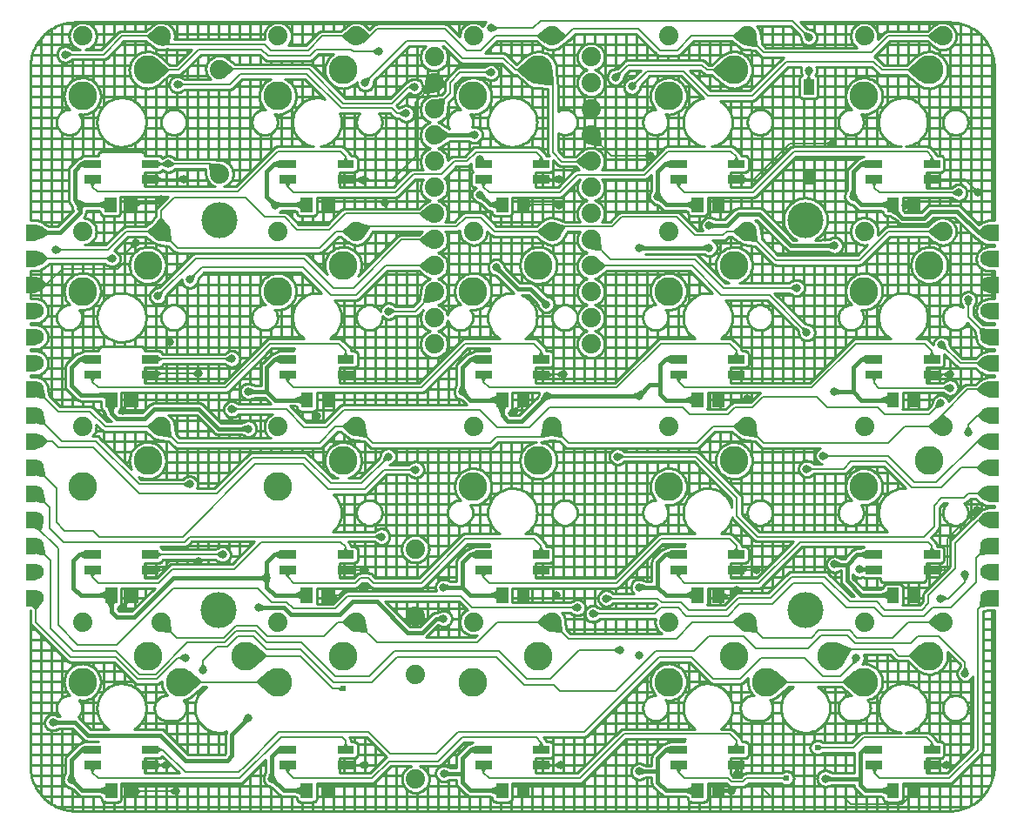
<source format=gbl>
G04 Layer: BottomLayer*
G04 EasyEDA v6.5.9, 2022-07-27 19:44:39*
G04 76ed2510ce1c47f1be3c58ea14bf5d85,facc937cdf584d0a9360c289f8e84b41,10*
G04 Gerber Generator version 0.2*
G04 Scale: 100 percent, Rotated: No, Reflected: No *
G04 Dimensions in millimeters *
G04 leading zeros omitted , absolute positions ,4 integer and 5 decimal *
%FSLAX45Y45*%
%MOMM*%

%ADD10C,0.2032*%
%ADD11C,0.3810*%
%ADD12C,0.2540*%
%ADD13C,1.5748*%
%ADD14C,1.8796*%
%ADD15C,2.8000*%
%ADD16C,1.8800*%
%ADD17C,3.5000*%
%ADD18C,0.8000*%
%ADD19C,0.6096*%
%ADD20C,0.0101*%

%LPD*%
G36*
X-9673132Y-6396126D02*
G01*
X-9624923Y-6459626D01*
X-9604603Y-6459829D01*
X-9555073Y-6397396D01*
G37*
G36*
X-9534956Y-5831687D02*
G01*
X-9618370Y-5915253D01*
X-9539274Y-5925159D01*
X-9524898Y-5910783D01*
G37*
G36*
X-9539579Y-5609742D02*
G01*
X-9649612Y-5652668D01*
X-9582048Y-5693918D01*
X-9561372Y-5685840D01*
G37*
G36*
X-9534855Y-5071465D02*
G01*
X-9620148Y-5153101D01*
X-9541306Y-5164836D01*
X-9526625Y-5150764D01*
G37*
G36*
X-9534956Y-5323738D02*
G01*
X-9618472Y-5407253D01*
X-9539325Y-5417210D01*
X-9525000Y-5402884D01*
G37*
G36*
X-9534956Y-4307687D02*
G01*
X-9618472Y-4391202D01*
X-9539376Y-4401210D01*
X-9525000Y-4386834D01*
G37*
G36*
X-9534956Y-4561738D02*
G01*
X-9618522Y-4645202D01*
X-9539376Y-4655210D01*
X-9525000Y-4640834D01*
G37*
G36*
X-9561474Y-4761585D02*
G01*
X-9561474Y-4879695D01*
X-9498482Y-4830826D01*
X-9498482Y-4810506D01*
G37*
G36*
X-9561525Y-2983534D02*
G01*
X-9561372Y-3101644D01*
X-9498482Y-3052673D01*
X-9498482Y-3032353D01*
G37*
G36*
X-9561322Y-3237738D02*
G01*
X-9561626Y-3355848D01*
X-9517938Y-3307079D01*
X-9517837Y-3286760D01*
G37*
G36*
X-9561474Y-2729636D02*
G01*
X-9561474Y-2847746D01*
X-9498482Y-2807716D01*
X-9498482Y-2769616D01*
G37*
G36*
X-405028Y-2730144D02*
G01*
X-449072Y-2770124D01*
X-449072Y-2808224D01*
X-405180Y-2848254D01*
G37*
G36*
X-405079Y-4000195D02*
G01*
X-468122Y-4049014D01*
X-468122Y-4069334D01*
X-405180Y-4118305D01*
G37*
G36*
X-427177Y-3716680D02*
G01*
X-441553Y-3731056D01*
X-431647Y-3810152D01*
X-348081Y-3726687D01*
G37*
G36*
X-405028Y-5016195D02*
G01*
X-468071Y-5065014D01*
X-468122Y-5085334D01*
X-405180Y-5134305D01*
G37*
G36*
X-405841Y-4762906D02*
G01*
X-464464Y-4812538D01*
X-464159Y-4832858D01*
X-404368Y-4881016D01*
G37*
G36*
X-403402Y-4506772D02*
G01*
X-456133Y-4554220D01*
X-456742Y-4574540D01*
X-406755Y-4624882D01*
G37*
G36*
X-405028Y-4254195D02*
G01*
X-468071Y-4303014D01*
X-468122Y-4323334D01*
X-405180Y-4372305D01*
G37*
G36*
X-431596Y-5832348D02*
G01*
X-441604Y-5911443D01*
X-427228Y-5925820D01*
X-348081Y-5915863D01*
G37*
G36*
X-405079Y-5524144D02*
G01*
X-450342Y-5573014D01*
X-450342Y-5593334D01*
X-405180Y-5642254D01*
G37*
G36*
X-402386Y-5267960D02*
G01*
X-467512Y-5313934D01*
X-468426Y-5334254D01*
X-407720Y-5385917D01*
G37*
G36*
X-431596Y-6340297D02*
G01*
X-441655Y-6419392D01*
X-427278Y-6433769D01*
X-348183Y-6423863D01*
G37*
G36*
X-7767878Y-1128471D02*
G01*
X-7767777Y-1269441D01*
X-7692644Y-1209040D01*
X-7692644Y-1188720D01*
G37*
G36*
X-7916824Y-2113838D02*
G01*
X-7931200Y-2128164D01*
X-7923784Y-2220874D01*
X-7824114Y-2121204D01*
G37*
G36*
X-5835802Y-3360115D02*
G01*
X-5846318Y-3455924D01*
X-5831941Y-3470300D01*
X-5736132Y-3459784D01*
G37*
G36*
X-5804154Y-3041497D02*
G01*
X-5879338Y-3101848D01*
X-5879338Y-3122168D01*
X-5804154Y-3182467D01*
G37*
G36*
X-5804154Y-2787497D02*
G01*
X-5879338Y-2847848D01*
X-5879338Y-2868168D01*
X-5804154Y-2928467D01*
G37*
G36*
X-5804154Y-2533497D02*
G01*
X-5879338Y-2593848D01*
X-5879338Y-2614168D01*
X-5804154Y-2674467D01*
G37*
G36*
X-5682437Y-1769313D02*
G01*
X-5677306Y-1910181D01*
X-5604052Y-1856028D01*
X-5605424Y-1817928D01*
G37*
G36*
X-5652109Y-1483664D02*
G01*
X-5747918Y-1494180D01*
X-5648198Y-1593850D01*
X-5637733Y-1497990D01*
G37*
G36*
X-5835802Y-1328064D02*
G01*
X-5846318Y-1423924D01*
X-5831941Y-1438249D01*
X-5736132Y-1427784D01*
G37*
G36*
X-4124198Y-1836115D02*
G01*
X-4223867Y-1935784D01*
X-4128058Y-1946300D01*
X-4113682Y-1931924D01*
G37*
G36*
X-4280408Y-2025751D02*
G01*
X-4355388Y-2086356D01*
X-4355287Y-2106676D01*
X-4279900Y-2166721D01*
G37*
G36*
X-4124198Y-2852166D02*
G01*
X-4223969Y-2951784D01*
X-4128160Y-2962351D01*
X-4113784Y-2948025D01*
G37*
G36*
X-4155795Y-3041548D02*
G01*
X-4155846Y-3182518D01*
X-4080662Y-3122218D01*
X-4080662Y-3101898D01*
G37*
G36*
X-8460130Y-806500D02*
G01*
X-8535314Y-866851D01*
X-8535314Y-887171D01*
X-8460130Y-947470D01*
G37*
G36*
X-8304123Y-871677D02*
G01*
X-8404402Y-970737D01*
X-8326120Y-964133D01*
X-8311692Y-949858D01*
G37*
G36*
X-2761132Y-806500D02*
G01*
X-2836367Y-866851D01*
X-2836367Y-887171D01*
X-2761183Y-947470D01*
G37*
G36*
X-2605227Y-871067D02*
G01*
X-2704846Y-970787D01*
X-2609037Y-981252D01*
X-2594660Y-966876D01*
G37*
G36*
X-861161Y-806500D02*
G01*
X-936345Y-866851D01*
X-936345Y-887171D01*
X-861161Y-947470D01*
G37*
G36*
X-861161Y-2706522D02*
G01*
X-936345Y-2766822D01*
X-936345Y-2787142D01*
X-861161Y-2847492D01*
G37*
G36*
X-2605227Y-2771089D02*
G01*
X-2704896Y-2870809D01*
X-2609037Y-2881274D01*
X-2594711Y-2866948D01*
G37*
G36*
X-2761132Y-2706522D02*
G01*
X-2836367Y-2766822D01*
X-2836367Y-2787142D01*
X-2761183Y-2847492D01*
G37*
G36*
X-4661154Y-2706522D02*
G01*
X-4736338Y-2766822D01*
X-4736338Y-2787142D01*
X-4661154Y-2847492D01*
G37*
G36*
X-4564735Y-2689504D02*
G01*
X-4516475Y-2821940D01*
X-4466234Y-2740152D01*
X-4473651Y-2719832D01*
G37*
G36*
X-6561124Y-2706522D02*
G01*
X-6636359Y-2766822D01*
X-6636359Y-2787142D01*
X-6561175Y-2847492D01*
G37*
G36*
X-6464706Y-2689504D02*
G01*
X-6416446Y-2821940D01*
X-6366256Y-2740152D01*
X-6373672Y-2719832D01*
G37*
G36*
X-8409178Y-2639669D02*
G01*
X-8469477Y-2714853D01*
X-8328507Y-2714853D01*
X-8388858Y-2639669D01*
G37*
G36*
X-8305190Y-2771140D02*
G01*
X-8404860Y-2870809D01*
X-8309051Y-2881325D01*
X-8294674Y-2866948D01*
G37*
G36*
X-8461146Y-2706522D02*
G01*
X-8536330Y-2766822D01*
X-8536330Y-2787142D01*
X-8461146Y-2847492D01*
G37*
G36*
X-861161Y-4606493D02*
G01*
X-936345Y-4666843D01*
X-936345Y-4687163D01*
X-861161Y-4747463D01*
G37*
G36*
X-809244Y-4557776D02*
G01*
X-869543Y-4614875D01*
X-728573Y-4614773D01*
X-788924Y-4557776D01*
G37*
G36*
X-2761132Y-4606493D02*
G01*
X-2836367Y-4666843D01*
X-2836367Y-4687163D01*
X-2761183Y-4747463D01*
G37*
G36*
X-2605227Y-4671060D02*
G01*
X-2704846Y-4770780D01*
X-2609037Y-4781245D01*
X-2594660Y-4766868D01*
G37*
G36*
X-4505198Y-4671060D02*
G01*
X-4604816Y-4770780D01*
X-4509008Y-4781245D01*
X-4494631Y-4766868D01*
G37*
G36*
X-4692802Y-4671110D02*
G01*
X-4703318Y-4766919D01*
X-4688941Y-4781296D01*
X-4593132Y-4770780D01*
G37*
G36*
X-6561124Y-4606493D02*
G01*
X-6636308Y-4666742D01*
X-6636359Y-4687062D01*
X-6561226Y-4747463D01*
G37*
G36*
X-6405219Y-4671009D02*
G01*
X-6504736Y-4770831D01*
X-6408928Y-4781194D01*
X-6394551Y-4766818D01*
G37*
G36*
X-8305190Y-4671060D02*
G01*
X-8404860Y-4770780D01*
X-8309000Y-4781296D01*
X-8294674Y-4766919D01*
G37*
G36*
X-8461095Y-4606493D02*
G01*
X-8536330Y-4666742D01*
X-8536330Y-4687062D01*
X-8461197Y-4747463D01*
G37*
G36*
X-861212Y-6506565D02*
G01*
X-936345Y-6566916D01*
X-936345Y-6587236D01*
X-861110Y-6647535D01*
G37*
G36*
X-2761183Y-6506514D02*
G01*
X-2836367Y-6566814D01*
X-2836367Y-6587134D01*
X-2761183Y-6647484D01*
G37*
G36*
X-2605227Y-6571081D02*
G01*
X-2704846Y-6670802D01*
X-2609037Y-6681266D01*
X-2594660Y-6666890D01*
G37*
G36*
X-4661204Y-6506565D02*
G01*
X-4736338Y-6566916D01*
X-4736338Y-6587236D01*
X-4661103Y-6647535D01*
G37*
G36*
X-4505198Y-6571081D02*
G01*
X-4604816Y-6670802D01*
X-4509008Y-6681266D01*
X-4494631Y-6666890D01*
G37*
G36*
X-6561175Y-6506565D02*
G01*
X-6636359Y-6566916D01*
X-6636359Y-6587236D01*
X-6561124Y-6647535D01*
G37*
G36*
X-6405219Y-6571081D02*
G01*
X-6504838Y-6670802D01*
X-6409029Y-6681266D01*
X-6394653Y-6666890D01*
G37*
G36*
X-8305190Y-6571183D02*
G01*
X-8404910Y-6670802D01*
X-8309102Y-6681368D01*
X-8294725Y-6666992D01*
G37*
G36*
X-4661154Y-806500D02*
G01*
X-4736338Y-866851D01*
X-4736338Y-887171D01*
X-4661154Y-947470D01*
G37*
G36*
X-4536846Y-806500D02*
G01*
X-4536846Y-947470D01*
X-4461662Y-887171D01*
X-4461662Y-866851D01*
G37*
G36*
X-6436868Y-806500D02*
G01*
X-6436817Y-947470D01*
X-6370015Y-887171D01*
X-6370015Y-866851D01*
G37*
G36*
X-6561124Y-806500D02*
G01*
X-6636359Y-866851D01*
X-6636359Y-887171D01*
X-6561175Y-947470D01*
G37*
G36*
X-7485380Y-6801002D02*
G01*
X-7485380Y-7011009D01*
X-7373366Y-6916166D01*
X-7373366Y-6895846D01*
G37*
G36*
X-8120329Y-7055053D02*
G01*
X-8120430Y-7265060D01*
X-8008416Y-7170267D01*
X-8008366Y-7149947D01*
G37*
G36*
X-1823872Y-6777278D02*
G01*
X-1758188Y-6976770D01*
X-1681327Y-6852158D01*
X-1687982Y-6831838D01*
G37*
G36*
X-2421331Y-7055053D02*
G01*
X-2421483Y-7265060D01*
X-2309418Y-7170267D01*
X-2309368Y-7149947D01*
G37*
G36*
X-8435898Y-1101496D02*
G01*
X-8435949Y-1311452D01*
X-8323935Y-1216660D01*
X-8323884Y-1196340D01*
G37*
G36*
X-4821123Y-1101496D02*
G01*
X-4933137Y-1196340D01*
X-4933137Y-1216660D01*
X-4821072Y-1311452D01*
G37*
G36*
X-4588814Y-1197660D02*
G01*
X-4737303Y-1346200D01*
X-4597196Y-1352092D01*
X-4582871Y-1337767D01*
G37*
G36*
X-2921152Y-1101496D02*
G01*
X-3033115Y-1196340D01*
X-3033115Y-1216660D01*
X-2921101Y-1311452D01*
G37*
G36*
X-1021130Y-1101445D02*
G01*
X-1133144Y-1196289D01*
X-1133144Y-1216609D01*
X-1021130Y-1311452D01*
G37*
G36*
X-1656080Y-7055408D02*
G01*
X-1768093Y-7150252D01*
X-1768144Y-7170572D01*
X-1656130Y-7265416D01*
G37*
G36*
X-1021181Y-6801459D02*
G01*
X-1123442Y-6896353D01*
X-1123442Y-6916674D01*
X-1021080Y-7011466D01*
G37*
G36*
X-7356094Y-7055408D02*
G01*
X-7468108Y-7150252D01*
X-7468108Y-7170572D01*
X-7356144Y-7265416D01*
G37*
G36*
X-668934Y-2369820D02*
G01*
X-700938Y-2389632D01*
X-700938Y-2409952D01*
X-668934Y-2429814D01*
G37*
G36*
X-859891Y-4444542D02*
G01*
X-868476Y-4481220D01*
X-854049Y-4495546D01*
X-817422Y-4486910D01*
G37*
G36*
X-751992Y-4268266D02*
G01*
X-783996Y-4288078D01*
X-783996Y-4308398D01*
X-751992Y-4328261D01*
G37*
G36*
X-793597Y-6317030D02*
G01*
X-793597Y-6377025D01*
X-761593Y-6357162D01*
X-761593Y-6336842D01*
G37*
G36*
X-5958941Y-1341018D02*
G01*
X-5990945Y-1360881D01*
X-5990945Y-1381201D01*
X-5958941Y-1401064D01*
G37*
G36*
X-8213496Y-1316990D02*
G01*
X-8213445Y-1376984D01*
X-8181492Y-1357122D01*
X-8181492Y-1336802D01*
G37*
G36*
X-6043015Y-1600200D02*
G01*
X-6075019Y-1620012D01*
X-6075070Y-1640332D01*
X-6043066Y-1660194D01*
G37*
G36*
X-8395817Y-3358489D02*
G01*
X-8432495Y-3367074D01*
X-8390077Y-3409492D01*
X-8381441Y-3372865D01*
G37*
G36*
X-8085836Y-3198469D02*
G01*
X-8122513Y-3207004D01*
X-8080146Y-3249472D01*
X-8071459Y-3212846D01*
G37*
G36*
X-6306362Y-996950D02*
G01*
X-6338417Y-1016762D01*
X-6338417Y-1037082D01*
X-6306464Y-1056944D01*
G37*
G36*
X-3945788Y-1228496D02*
G01*
X-3982465Y-1237081D01*
X-3940048Y-1279550D01*
X-3931412Y-1242872D01*
G37*
G36*
X-3785870Y-1318463D02*
G01*
X-3822496Y-1327099D01*
X-3780078Y-1369517D01*
X-3771493Y-1332839D01*
G37*
G36*
X-3589070Y-2378557D02*
G01*
X-3599992Y-2410561D01*
X-3539998Y-2410510D01*
X-3550970Y-2378557D01*
G37*
G36*
X-3530041Y-2434488D02*
G01*
X-3572459Y-2476906D01*
X-3542131Y-2491790D01*
X-3515156Y-2464866D01*
G37*
G36*
X-1689049Y-2378557D02*
G01*
X-1699971Y-2410561D01*
X-1639976Y-2410510D01*
X-1650949Y-2378557D01*
G37*
G36*
X-1630070Y-2434488D02*
G01*
X-1672488Y-2476906D01*
X-1642110Y-2491790D01*
X-1615186Y-2464866D01*
G37*
G36*
X-5489041Y-4278528D02*
G01*
X-5499963Y-4310532D01*
X-5439968Y-4310532D01*
X-5450941Y-4278528D01*
G37*
G36*
X-5430062Y-4334510D02*
G01*
X-5472480Y-4376928D01*
X-5442102Y-4391812D01*
X-5415178Y-4364888D01*
G37*
G36*
X-5099964Y-3124555D02*
G01*
X-5142382Y-3166973D01*
X-5112004Y-3181858D01*
X-5085080Y-3154934D01*
G37*
G36*
X-4681880Y-3432200D02*
G01*
X-4708804Y-3459124D01*
X-4693920Y-3489502D01*
X-4651502Y-3447084D01*
G37*
G36*
X-4622546Y-4348988D02*
G01*
X-4622546Y-4408982D01*
X-4590542Y-4398010D01*
X-4590542Y-4359910D01*
G37*
G36*
X-4688890Y-4376470D02*
G01*
X-4703775Y-4406849D01*
X-4676851Y-4433773D01*
X-4646472Y-4418888D01*
G37*
G36*
X-519430Y-3468065D02*
G01*
X-579424Y-3468115D01*
X-559562Y-3500069D01*
X-539242Y-3500069D01*
G37*
G36*
X-770026Y-3874617D02*
G01*
X-812444Y-3917035D01*
X-775766Y-3925620D01*
X-761441Y-3911295D01*
G37*
G36*
X-561594Y-4671110D02*
G01*
X-581406Y-4703114D01*
X-521411Y-4703114D01*
X-541274Y-4671110D01*
G37*
G36*
X-2246376Y-3296970D02*
G01*
X-2278329Y-3316833D01*
X-2278329Y-3337153D01*
X-2246325Y-3356965D01*
G37*
G36*
X-1933600Y-4929936D02*
G01*
X-1933448Y-4989931D01*
X-1901494Y-4970018D01*
X-1901545Y-4949698D01*
G37*
G36*
X-2154123Y-3711448D02*
G01*
X-2168499Y-3725824D01*
X-2159914Y-3762501D01*
X-2117496Y-3720084D01*
G37*
G36*
X-2093620Y-5056886D02*
G01*
X-2093569Y-5116880D01*
X-2061616Y-5097018D01*
X-2061616Y-5076698D01*
G37*
G36*
X-3933545Y-4936998D02*
G01*
X-3933494Y-4996992D01*
X-3901541Y-4977130D01*
X-3901541Y-4956810D01*
G37*
G36*
X-4043527Y-6316980D02*
G01*
X-4043476Y-6376974D01*
X-4011523Y-6357112D01*
X-4011523Y-6336792D01*
G37*
G36*
X-4173474Y-6467043D02*
G01*
X-4173575Y-6527038D01*
X-4141571Y-6507226D01*
X-4141520Y-6486906D01*
G37*
G36*
X-9304426Y-1025906D02*
G01*
X-9304426Y-1085900D01*
X-9272422Y-1066088D01*
X-9272422Y-1045768D01*
G37*
G36*
X-8146440Y-5207000D02*
G01*
X-8178444Y-5226812D01*
X-8178444Y-5247132D01*
X-8146440Y-5266994D01*
G37*
G36*
X-9393478Y-2927045D02*
G01*
X-9393529Y-2987040D01*
X-9361525Y-2967228D01*
X-9361525Y-2946908D01*
G37*
G36*
X-6160516Y-3522979D02*
G01*
X-6160516Y-3583025D01*
X-6128512Y-3563162D01*
X-6128512Y-3542842D01*
G37*
G36*
X-6229807Y-4964480D02*
G01*
X-6238494Y-5001107D01*
X-6224117Y-5015484D01*
X-6187440Y-5006949D01*
G37*
G36*
X-5948426Y-5063998D02*
G01*
X-5980430Y-5083860D01*
X-5980430Y-5104180D01*
X-5948426Y-5123992D01*
G37*
G36*
X-4376369Y-6406946D02*
G01*
X-4408424Y-6426708D01*
X-4408474Y-6447028D01*
X-4376521Y-6466941D01*
G37*
G36*
X-3966514Y-6820052D02*
G01*
X-3998468Y-6839966D01*
X-3998417Y-6860286D01*
X-3966362Y-6880047D01*
G37*
G36*
X-8190484Y-6896049D02*
G01*
X-8222437Y-6915912D01*
X-8222437Y-6936231D01*
X-8190433Y-6956044D01*
G37*
G36*
X-6378702Y-1282496D02*
G01*
X-6415379Y-1291082D01*
X-6372961Y-1333500D01*
X-6364325Y-1296873D01*
G37*
G36*
X-6281470Y-5716981D02*
G01*
X-6313424Y-5736844D01*
X-6313424Y-5757164D01*
X-6281420Y-5776976D01*
G37*
G36*
X-7736433Y-3986987D02*
G01*
X-7768437Y-4006850D01*
X-7768437Y-4027170D01*
X-7736433Y-4046982D01*
G37*
G36*
X-7683500Y-4477004D02*
G01*
X-7683500Y-4536998D01*
X-7651496Y-4517136D01*
X-7651496Y-4496816D01*
G37*
G36*
X-550011Y-6143294D02*
G01*
X-610057Y-6143345D01*
X-590143Y-6175349D01*
X-569823Y-6175349D01*
G37*
G36*
X-569976Y-7018528D02*
G01*
X-590296Y-7018578D01*
X-610108Y-7050582D01*
X-550113Y-7050481D01*
G37*
G36*
X-7826502Y-5890818D02*
G01*
X-7858455Y-5910681D01*
X-7858455Y-5931001D01*
X-7826451Y-5950813D01*
G37*
G36*
X-7979918Y-6988505D02*
G01*
X-8000238Y-6988556D01*
X-8019999Y-7020559D01*
X-7960004Y-7020458D01*
G37*
G36*
X-1583537Y-6036970D02*
G01*
X-1583537Y-6096965D01*
X-1551533Y-6077153D01*
X-1551533Y-6056833D01*
G37*
G36*
X-1677162Y-6935165D02*
G01*
X-1676044Y-6972604D01*
X-1657756Y-6983018D01*
X-1624990Y-6964832D01*
G37*
G36*
X-7576515Y-4666996D02*
G01*
X-7608519Y-4677918D01*
X-7608519Y-4716018D01*
X-7576566Y-4726990D01*
G37*
G36*
X-7340549Y-6174943D02*
G01*
X-7400544Y-6175959D01*
X-7389063Y-6207760D01*
X-7350963Y-6207099D01*
G37*
G36*
X-7389063Y-6090208D02*
G01*
X-7400544Y-6122009D01*
X-7340549Y-6123025D01*
X-7350963Y-6090869D01*
G37*
G36*
X-7397445Y-6118961D02*
G01*
X-7429449Y-6129934D01*
X-7429449Y-6168034D01*
X-7397445Y-6179007D01*
G37*
G36*
X-7590891Y-7508494D02*
G01*
X-7605775Y-7538872D01*
X-7578852Y-7565796D01*
X-7548473Y-7550912D01*
G37*
G36*
X-7315860Y-2465171D02*
G01*
X-7342784Y-2492095D01*
X-7327900Y-2522474D01*
X-7285481Y-2480056D01*
G37*
G36*
X-7263130Y-2488692D02*
G01*
X-7260031Y-2548585D01*
X-7228636Y-2536037D01*
X-7230567Y-2497937D01*
G37*
G36*
X-7523530Y-4305909D02*
G01*
X-7525562Y-4365853D01*
X-7493203Y-4356049D01*
X-7491933Y-4317949D01*
G37*
G36*
X-7284059Y-8097520D02*
G01*
X-7326528Y-8139887D01*
X-7296200Y-8154822D01*
X-7269225Y-8127898D01*
G37*
G36*
X-7343038Y-8041538D02*
G01*
X-7354011Y-8073542D01*
X-7293965Y-8073542D01*
X-7304938Y-8041538D01*
G37*
G36*
X-9291066Y-8051495D02*
G01*
X-9301988Y-8083499D01*
X-9241993Y-8083499D01*
X-9252966Y-8051495D01*
G37*
G36*
X-9232087Y-8107476D02*
G01*
X-9274505Y-8149894D01*
X-9244126Y-8164779D01*
X-9217202Y-8137804D01*
G37*
G36*
X-9215932Y-2464155D02*
G01*
X-9242806Y-2491181D01*
X-9227870Y-2521508D01*
X-9185554Y-2478989D01*
G37*
G36*
X-9162542Y-2488031D02*
G01*
X-9160459Y-2547975D01*
X-9128861Y-2535936D01*
X-9130182Y-2497836D01*
G37*
G36*
X-9217964Y-2545384D02*
G01*
X-9206992Y-2577388D01*
X-9168892Y-2577388D01*
X-9157919Y-2545384D01*
G37*
G36*
X-5624525Y-6208979D02*
G01*
X-5624525Y-6268974D01*
X-5592521Y-6258001D01*
X-5592521Y-6219901D01*
G37*
G36*
X-5623204Y-8021726D02*
G01*
X-5623814Y-8081721D01*
X-5591708Y-8071103D01*
X-5591302Y-8033003D01*
G37*
G36*
X-3725976Y-4321098D02*
G01*
X-3756355Y-4335983D01*
X-3713937Y-4378401D01*
X-3699052Y-4348073D01*
G37*
G36*
X-3781856Y-4347362D02*
G01*
X-3813251Y-4359910D01*
X-3811219Y-4398010D01*
X-3778707Y-4407255D01*
G37*
G36*
X-3723944Y-6208725D02*
G01*
X-3723284Y-6268720D01*
X-3691382Y-6257391D01*
X-3691839Y-6219291D01*
G37*
G36*
X-3723487Y-8001000D02*
G01*
X-3723487Y-8060994D01*
X-3691483Y-8050072D01*
X-3691483Y-8011972D01*
G37*
G36*
X-1823669Y-4308094D02*
G01*
X-1823313Y-4368088D01*
X-1791411Y-4356963D01*
X-1791614Y-4318863D01*
G37*
G36*
X-1823008Y-5986424D02*
G01*
X-1824024Y-6046419D01*
X-1791868Y-6036056D01*
X-1791207Y-5997956D01*
G37*
G36*
X-1911197Y-8072221D02*
G01*
X-1916023Y-8132013D01*
X-1883257Y-8123732D01*
X-1880209Y-8085632D01*
G37*
G36*
X-1876450Y-2886252D02*
G01*
X-1908403Y-2897225D01*
X-1908403Y-2935325D01*
X-1876399Y-2946247D01*
G37*
G36*
X-3042513Y-2689961D02*
G01*
X-3042513Y-2750007D01*
X-3010509Y-2739034D01*
X-3010509Y-2700934D01*
G37*
G36*
X-3095548Y-2906979D02*
G01*
X-3127552Y-2917952D01*
X-3127552Y-2956052D01*
X-3095548Y-2966974D01*
G37*
G36*
X-3722573Y-2906979D02*
G01*
X-3722573Y-2966974D01*
X-3690569Y-2956052D01*
X-3690569Y-2917952D01*
G37*
G36*
X-7420559Y-6408928D02*
G01*
X-7420457Y-6468922D01*
X-7388504Y-6457950D01*
X-7388555Y-6419850D01*
G37*
G36*
X-5677458Y-6515049D02*
G01*
X-5709462Y-6526022D01*
X-5709462Y-6564122D01*
X-5677458Y-6575094D01*
G37*
G36*
X-8056422Y-4129989D02*
G01*
X-8088426Y-4149851D01*
X-8088426Y-4170172D01*
X-8056422Y-4189984D01*
G37*
G36*
X-8206435Y-2237994D02*
G01*
X-8238439Y-2257856D01*
X-8238439Y-2278176D01*
X-8206435Y-2297988D01*
G37*
G36*
X-487476Y-2352294D02*
G01*
X-501853Y-2366670D01*
X-493268Y-2403348D01*
X-450850Y-2360930D01*
G37*
G36*
X-8056473Y-5960008D02*
G01*
X-8088477Y-5979922D01*
X-8088426Y-6000242D01*
X-8056372Y-6020003D01*
G37*
G36*
X-4536592Y-7940090D02*
G01*
X-4568494Y-7960106D01*
X-4568393Y-7980425D01*
X-4536338Y-8000085D01*
G37*
G36*
X-2874873Y-8188655D02*
G01*
X-2907842Y-8206790D01*
X-2908909Y-8227110D01*
X-2877921Y-8248599D01*
G37*
G36*
X-2817164Y-8172856D02*
G01*
X-2852470Y-8180070D01*
X-2810052Y-8222538D01*
X-2802839Y-8187283D01*
G37*
G36*
X-8376615Y-7940141D02*
G01*
X-8408466Y-7960156D01*
X-8408365Y-7980476D01*
X-8376259Y-8000136D01*
G37*
G36*
X-6446570Y-7940090D02*
G01*
X-6478473Y-7960106D01*
X-6478371Y-7980425D01*
X-6446316Y-8000085D01*
G37*
G36*
X-6446418Y-6039967D02*
G01*
X-6478422Y-6059830D01*
X-6478422Y-6080150D01*
X-6446418Y-6100013D01*
G37*
G36*
X-756564Y-4140098D02*
G01*
X-788517Y-4160113D01*
X-788416Y-4180433D01*
X-756310Y-4200093D01*
G37*
G36*
X-4554880Y-2488641D02*
G01*
X-4587849Y-2506827D01*
X-4588865Y-2527147D01*
X-4557928Y-2548585D01*
G37*
G36*
X-4556556Y-2240127D02*
G01*
X-4588510Y-2260092D01*
X-4588408Y-2280412D01*
X-4556302Y-2300122D01*
G37*
G36*
X-3666439Y-2010003D02*
G01*
X-3698443Y-2029815D01*
X-3698443Y-2050135D01*
X-3666439Y-2069998D01*
G37*
G36*
X-4516526Y-4140098D02*
G01*
X-4548479Y-4160012D01*
X-4548428Y-4180332D01*
X-4516323Y-4200093D01*
G37*
G36*
X-6409385Y-2244750D02*
G01*
X-6409486Y-2304745D01*
X-6377432Y-2284984D01*
X-6377381Y-2264664D01*
G37*
G36*
X-6460286Y-2243023D02*
G01*
X-6493560Y-2260701D01*
X-6494881Y-2281021D01*
X-6464249Y-2302916D01*
G37*
G36*
X-8279434Y-8193989D02*
G01*
X-8311438Y-8213852D01*
X-8311438Y-8234172D01*
X-8279434Y-8253984D01*
G37*
G36*
X-2810154Y-8001508D02*
G01*
X-2830017Y-8033512D01*
X-2769971Y-8033512D01*
X-2789834Y-8001508D01*
G37*
G36*
X-786638Y-7940141D02*
G01*
X-818489Y-7960156D01*
X-818388Y-7980476D01*
X-786282Y-8000136D01*
G37*
G36*
X-4942027Y-4487672D02*
G01*
X-4977282Y-4500676D01*
X-4930038Y-4537659D01*
X-4925923Y-4500270D01*
G37*
G36*
X-9424365Y-7524699D02*
G01*
X-9424365Y-7584694D01*
X-9392361Y-7573772D01*
X-9392361Y-7535672D01*
G37*
G36*
X-6446418Y-6219952D02*
G01*
X-6478422Y-6239764D01*
X-6478422Y-6260084D01*
X-6446469Y-6279946D01*
G37*
G36*
X-507288Y-5480659D02*
G01*
X-515874Y-5517337D01*
X-501497Y-5531713D01*
X-464870Y-5523077D01*
G37*
G36*
X-8748725Y-6384544D02*
G01*
X-8781999Y-6401816D01*
X-8730640Y-6432854D01*
X-8730843Y-6395364D01*
G37*
G36*
X-2839923Y-6267500D02*
G01*
X-2848508Y-6304127D01*
X-2834132Y-6318504D01*
X-2797505Y-6309918D01*
G37*
G36*
X-5216448Y-1199997D02*
G01*
X-5248452Y-1219860D01*
X-5248452Y-1240180D01*
X-5216448Y-1259992D01*
G37*
G36*
X-5163464Y-770026D02*
G01*
X-5163566Y-830021D01*
X-5131562Y-810260D01*
X-5131511Y-789940D01*
G37*
G36*
X-2134209Y-841502D02*
G01*
X-2148535Y-855878D01*
X-2139899Y-892556D01*
X-2097532Y-850087D01*
G37*
G36*
X-2129993Y-1236472D02*
G01*
X-2110181Y-1268476D01*
X-2089861Y-1268476D01*
X-2069998Y-1236472D01*
G37*
G36*
X-5379466Y-1807006D02*
G01*
X-5411470Y-1817928D01*
X-5411470Y-1856028D01*
X-5379466Y-1867001D01*
G37*
G36*
X-5257088Y-2416505D02*
G01*
X-5299506Y-2458923D01*
X-5269128Y-2473807D01*
X-5242204Y-2446883D01*
G37*
G36*
X-8901430Y-3011982D02*
G01*
X-8933434Y-3031794D01*
X-8933434Y-3052114D01*
X-8901480Y-3071977D01*
G37*
G36*
X-8355431Y-2090978D02*
G01*
X-8387435Y-2110841D01*
X-8387435Y-2131161D01*
X-8355431Y-2151024D01*
G37*
G36*
X-8302548Y-2090978D02*
G01*
X-8302548Y-2151024D01*
X-8270544Y-2131161D01*
X-8270544Y-2110841D01*
G37*
G36*
X-8684920Y-2886557D02*
G01*
X-8693454Y-2923184D01*
X-8679078Y-2937560D01*
X-8642451Y-2928924D01*
G37*
G36*
X-1899462Y-1893976D02*
G01*
X-1931466Y-1913839D01*
X-1931466Y-1934159D01*
X-1899462Y-1954022D01*
G37*
G36*
X-8439912Y-2464511D02*
G01*
X-8448497Y-2501138D01*
X-8434120Y-2515514D01*
X-8397494Y-2506929D01*
G37*
G36*
X-2629458Y-6039967D02*
G01*
X-2661462Y-6059830D01*
X-2661462Y-6080150D01*
X-2629458Y-6100013D01*
G37*
G36*
X-6647129Y-7203135D02*
G01*
X-6671513Y-7215835D01*
X-6671513Y-7236155D01*
X-6647129Y-7248855D01*
G37*
G36*
X-1996846Y-7775194D02*
G01*
X-1996846Y-7820914D01*
X-1972462Y-7808214D01*
X-1972462Y-7787894D01*
G37*
G36*
X-2336139Y-8074152D02*
G01*
X-2360523Y-8086852D01*
X-2360523Y-8107172D01*
X-2336139Y-8119872D01*
G37*
G36*
X-9614357Y-5816346D02*
G01*
X-9614357Y-5856986D01*
X-9613493Y-5846826D01*
X-9613493Y-5826506D01*
G37*
G36*
X-9614357Y-5562346D02*
G01*
X-9614357Y-5602986D01*
X-9613493Y-5592826D01*
X-9613493Y-5572506D01*
G37*
G36*
X-9614357Y-6324346D02*
G01*
X-9614357Y-6364986D01*
X-9613544Y-6354826D01*
X-9613544Y-6334506D01*
G37*
G36*
X-9614357Y-5054346D02*
G01*
X-9614357Y-5094986D01*
X-9613493Y-5084826D01*
X-9613595Y-5064506D01*
G37*
G36*
X-9614357Y-5308346D02*
G01*
X-9614357Y-5348986D01*
X-9613493Y-5338826D01*
X-9613493Y-5318506D01*
G37*
G36*
X-9614357Y-4292295D02*
G01*
X-9614357Y-4332935D01*
X-9613544Y-4322775D01*
X-9613544Y-4302455D01*
G37*
G36*
X-9614357Y-4546295D02*
G01*
X-9614357Y-4586935D01*
X-9613544Y-4576775D01*
X-9613544Y-4556455D01*
G37*
G36*
X-9614357Y-4800295D02*
G01*
X-9614357Y-4840935D01*
X-9613544Y-4830775D01*
X-9613544Y-4810455D01*
G37*
G36*
X-9614357Y-3022295D02*
G01*
X-9614357Y-3062935D01*
X-9583877Y-3052724D01*
X-9583877Y-3032404D01*
G37*
G36*
X-9614357Y-3276447D02*
G01*
X-9614357Y-3317087D01*
X-9583877Y-3306978D01*
X-9583877Y-3286658D01*
G37*
G36*
X-9614357Y-2750566D02*
G01*
X-9614357Y-2826766D01*
X-9557207Y-2807716D01*
X-9557207Y-2769616D01*
G37*
G36*
X-352247Y-2768955D02*
G01*
X-353009Y-2779115D01*
X-353009Y-2799435D01*
X-352247Y-2809595D01*
G37*
G36*
X-352247Y-4038955D02*
G01*
X-353060Y-4049115D01*
X-353060Y-4069435D01*
X-352247Y-4079595D01*
G37*
G36*
X-352247Y-3784955D02*
G01*
X-353060Y-3795115D01*
X-353060Y-3815435D01*
X-352247Y-3825595D01*
G37*
G36*
X-352196Y-5054955D02*
G01*
X-353009Y-5065115D01*
X-353009Y-5085435D01*
X-352196Y-5095595D01*
G37*
G36*
X-352196Y-4800955D02*
G01*
X-353009Y-4811115D01*
X-353009Y-4831435D01*
X-352196Y-4841595D01*
G37*
G36*
X-352196Y-4546955D02*
G01*
X-353009Y-4557115D01*
X-353009Y-4577435D01*
X-352196Y-4587595D01*
G37*
G36*
X-352196Y-4292955D02*
G01*
X-353009Y-4303115D01*
X-353009Y-4323435D01*
X-352196Y-4333595D01*
G37*
G36*
X-352196Y-5816955D02*
G01*
X-353009Y-5827115D01*
X-353009Y-5847435D01*
X-352196Y-5857595D01*
G37*
G36*
X-352196Y-5562955D02*
G01*
X-353009Y-5573115D01*
X-353009Y-5593435D01*
X-352196Y-5603595D01*
G37*
G36*
X-352196Y-5308955D02*
G01*
X-353009Y-5319115D01*
X-353009Y-5339435D01*
X-352196Y-5349595D01*
G37*
G36*
X-352196Y-6324955D02*
G01*
X-353009Y-6335115D01*
X-353009Y-6355435D01*
X-352196Y-6365595D01*
G37*
G36*
X-8948013Y-2478786D02*
G01*
X-9005163Y-2497836D01*
X-9005163Y-2535936D01*
X-8948013Y-2554986D01*
G37*
G36*
X-8628786Y-2490673D02*
G01*
X-8628786Y-2531313D01*
X-8598306Y-2521153D01*
X-8598306Y-2500833D01*
G37*
G36*
X-7039609Y-2478887D02*
G01*
X-7096759Y-2497937D01*
X-7096759Y-2536037D01*
X-7039609Y-2555087D01*
G37*
G36*
X-5139588Y-2478887D02*
G01*
X-5196738Y-2497937D01*
X-5196738Y-2536037D01*
X-5139588Y-2555087D01*
G37*
G36*
X-4820412Y-2496667D02*
G01*
X-4820412Y-2537307D01*
X-4789932Y-2527147D01*
X-4789932Y-2506827D01*
G37*
G36*
X-3239617Y-2478887D02*
G01*
X-3296767Y-2497937D01*
X-3296767Y-2536037D01*
X-3239617Y-2555087D01*
G37*
G36*
X-1339596Y-2478887D02*
G01*
X-1396746Y-2497937D01*
X-1396746Y-2536037D01*
X-1339596Y-2555087D01*
G37*
G36*
X-1223619Y-2584856D02*
G01*
X-1299667Y-2589479D01*
X-1221892Y-2642006D01*
X-1171092Y-2638856D01*
G37*
G36*
X-1339596Y-4378909D02*
G01*
X-1396746Y-4397959D01*
X-1396746Y-4436059D01*
X-1339596Y-4455109D01*
G37*
G36*
X-3239617Y-4378960D02*
G01*
X-3296767Y-4398010D01*
X-3296767Y-4436110D01*
X-3239617Y-4455160D01*
G37*
G36*
X-5139588Y-4378909D02*
G01*
X-5196738Y-4397959D01*
X-5196738Y-4436059D01*
X-5139588Y-4455109D01*
G37*
G36*
X-5119878Y-4489500D02*
G01*
X-5100828Y-4546650D01*
X-5062728Y-4546650D01*
X-5043678Y-4489500D01*
G37*
G36*
X-4936388Y-4476038D02*
G01*
X-4955895Y-4501540D01*
X-4934610Y-4508957D01*
X-4898034Y-4489500D01*
G37*
G36*
X-7037984Y-4378909D02*
G01*
X-7095134Y-4397959D01*
X-7095134Y-4436059D01*
X-7037984Y-4455109D01*
G37*
G36*
X-8918803Y-4489500D02*
G01*
X-8899042Y-4546650D01*
X-8860942Y-4546650D01*
X-8842603Y-4489500D01*
G37*
G36*
X-8939580Y-4344466D02*
G01*
X-8996730Y-4348022D01*
X-8996730Y-4386122D01*
X-8939580Y-4405172D01*
G37*
G36*
X-1339596Y-6278880D02*
G01*
X-1396746Y-6297930D01*
X-1396746Y-6336030D01*
X-1339596Y-6355080D01*
G37*
G36*
X-3239617Y-6278880D02*
G01*
X-3296767Y-6297930D01*
X-3296767Y-6336030D01*
X-3239617Y-6355080D01*
G37*
G36*
X-2920390Y-6299657D02*
G01*
X-2920390Y-6340297D01*
X-2889910Y-6330137D01*
X-2889910Y-6309817D01*
G37*
G36*
X-5139588Y-6278880D02*
G01*
X-5196738Y-6297930D01*
X-5196738Y-6336030D01*
X-5139588Y-6355080D01*
G37*
G36*
X-7039609Y-6278880D02*
G01*
X-7096759Y-6297930D01*
X-7096759Y-6336030D01*
X-7039609Y-6355080D01*
G37*
G36*
X-6720382Y-6299708D02*
G01*
X-6720382Y-6340348D01*
X-6689902Y-6330188D01*
X-6689902Y-6309868D01*
G37*
G36*
X-8939580Y-6278880D02*
G01*
X-8996730Y-6297930D01*
X-8996730Y-6336030D01*
X-8939580Y-6355080D01*
G37*
G36*
X-8919718Y-6389471D02*
G01*
X-8900668Y-6446621D01*
X-8862568Y-6446621D01*
X-8843518Y-6389471D01*
G37*
G36*
X-8736380Y-6355537D02*
G01*
X-8751773Y-6387592D01*
X-8740343Y-6404914D01*
X-8714028Y-6389471D01*
G37*
G36*
X-1339596Y-8178800D02*
G01*
X-1396746Y-8197850D01*
X-1396746Y-8235950D01*
X-1339596Y-8255000D01*
G37*
G36*
X-3239617Y-8178901D02*
G01*
X-3296767Y-8197951D01*
X-3296767Y-8236051D01*
X-3239617Y-8255101D01*
G37*
G36*
X-2920390Y-8196630D02*
G01*
X-2920390Y-8237270D01*
X-2889910Y-8227110D01*
X-2889910Y-8206790D01*
G37*
G36*
X-5139588Y-8178901D02*
G01*
X-5196738Y-8197951D01*
X-5196738Y-8236051D01*
X-5139588Y-8255101D01*
G37*
G36*
X-7039609Y-8178800D02*
G01*
X-7096759Y-8197850D01*
X-7096759Y-8235950D01*
X-7039609Y-8255000D01*
G37*
G36*
X-8939580Y-8178901D02*
G01*
X-8996730Y-8197951D01*
X-8996730Y-8236051D01*
X-8939580Y-8255101D01*
G37*
G36*
X-8620404Y-8203692D02*
G01*
X-8620404Y-8244331D01*
X-8589924Y-8234172D01*
X-8589924Y-8213852D01*
G37*
G36*
X-2110181Y-1263345D02*
G01*
X-2120290Y-1293825D01*
X-2079650Y-1293825D01*
X-2089861Y-1263345D01*
G37*
G36*
X-8423097Y-2247696D02*
G01*
X-8423097Y-2288336D01*
X-8392617Y-2278176D01*
X-8392617Y-2257856D01*
G37*
G36*
X-9084818Y-2311857D02*
G01*
X-9074658Y-2342337D01*
X-9054338Y-2342337D01*
X-9044178Y-2311857D01*
G37*
G36*
X-9144457Y-2082800D02*
G01*
X-9174734Y-2101850D01*
X-9174734Y-2139950D01*
X-9144457Y-2159000D01*
G37*
G36*
X-8423097Y-2100681D02*
G01*
X-8423097Y-2141321D01*
X-8392617Y-2131161D01*
X-8392617Y-2110841D01*
G37*
G36*
X-6523126Y-2250541D02*
G01*
X-6523126Y-2291181D01*
X-6492646Y-2281021D01*
X-6492646Y-2260701D01*
G37*
G36*
X-7184898Y-2311857D02*
G01*
X-7174738Y-2342337D01*
X-7154418Y-2342337D01*
X-7144258Y-2311857D01*
G37*
G36*
X-7244435Y-2082749D02*
G01*
X-7293864Y-2101799D01*
X-7293864Y-2139899D01*
X-7244435Y-2158949D01*
G37*
G36*
X-6613398Y-2049373D02*
G01*
X-6623558Y-2079853D01*
X-6582918Y-2079853D01*
X-6593078Y-2049373D01*
G37*
G36*
X-4623104Y-2250084D02*
G01*
X-4623104Y-2290724D01*
X-4592624Y-2280412D01*
X-4592624Y-2260092D01*
G37*
G36*
X-5284724Y-2311857D02*
G01*
X-5274564Y-2342337D01*
X-5254244Y-2342337D01*
X-5244084Y-2311857D01*
G37*
G36*
X-4713224Y-2049373D02*
G01*
X-4723384Y-2079853D01*
X-4682744Y-2079853D01*
X-4692904Y-2049373D01*
G37*
G36*
X-2723134Y-2250541D02*
G01*
X-2723134Y-2291181D01*
X-2692654Y-2281021D01*
X-2692654Y-2260701D01*
G37*
G36*
X-3384804Y-2311857D02*
G01*
X-3374644Y-2342337D01*
X-3354324Y-2342337D01*
X-3344164Y-2311857D01*
G37*
G36*
X-3444443Y-2082749D02*
G01*
X-3493871Y-2101799D01*
X-3493871Y-2139899D01*
X-3444443Y-2158949D01*
G37*
G36*
X-2813304Y-2053843D02*
G01*
X-2823464Y-2079853D01*
X-2782824Y-2079853D01*
X-2792984Y-2053843D01*
G37*
G36*
X-823112Y-2250541D02*
G01*
X-823112Y-2291181D01*
X-792632Y-2281021D01*
X-792632Y-2260701D01*
G37*
G36*
X-1484782Y-2311857D02*
G01*
X-1474622Y-2342337D01*
X-1454302Y-2342337D01*
X-1444142Y-2311857D01*
G37*
G36*
X-1544472Y-2082749D02*
G01*
X-1593850Y-2101799D01*
X-1593850Y-2139899D01*
X-1544472Y-2158949D01*
G37*
G36*
X-913384Y-2049373D02*
G01*
X-923544Y-2079853D01*
X-882903Y-2079853D01*
X-893064Y-2049373D01*
G37*
G36*
X-823112Y-4150156D02*
G01*
X-823112Y-4190796D01*
X-792632Y-4180433D01*
X-792632Y-4160113D01*
G37*
G36*
X-1484782Y-4211878D02*
G01*
X-1474622Y-4242358D01*
X-1454302Y-4242358D01*
X-1444142Y-4211878D01*
G37*
G36*
X-1544472Y-3982770D02*
G01*
X-1593850Y-4001820D01*
X-1593850Y-4039920D01*
X-1544472Y-4058970D01*
G37*
G36*
X-913384Y-3949395D02*
G01*
X-923544Y-3979875D01*
X-882903Y-3979875D01*
X-893064Y-3949395D01*
G37*
G36*
X-3384804Y-4211878D02*
G01*
X-3374644Y-4242358D01*
X-3354324Y-4242358D01*
X-3344164Y-4211878D01*
G37*
G36*
X-3444443Y-3982720D02*
G01*
X-3493770Y-4001770D01*
X-3493770Y-4039870D01*
X-3444443Y-4058920D01*
G37*
G36*
X-2813354Y-3949395D02*
G01*
X-2823514Y-3979875D01*
X-2782874Y-3979875D01*
X-2793034Y-3949395D01*
G37*
G36*
X-4623104Y-4150207D02*
G01*
X-4623104Y-4190847D01*
X-4592624Y-4180586D01*
X-4592624Y-4160265D01*
G37*
G36*
X-5284774Y-4211878D02*
G01*
X-5274614Y-4242358D01*
X-5254294Y-4242358D01*
X-5244134Y-4211878D01*
G37*
G36*
X-5344464Y-3982770D02*
G01*
X-5393842Y-4001820D01*
X-5393842Y-4039920D01*
X-5344464Y-4058970D01*
G37*
G36*
X-4713376Y-3949395D02*
G01*
X-4723536Y-3979875D01*
X-4682896Y-3979875D01*
X-4693056Y-3949395D01*
G37*
G36*
X-7184796Y-4211878D02*
G01*
X-7174636Y-4242358D01*
X-7154316Y-4242358D01*
X-7144156Y-4211878D01*
G37*
G36*
X-7244435Y-3982770D02*
G01*
X-7293864Y-4001820D01*
X-7293864Y-4039920D01*
X-7244435Y-4058970D01*
G37*
G36*
X-6613347Y-3949395D02*
G01*
X-6623507Y-3979875D01*
X-6582867Y-3979875D01*
X-6593027Y-3949395D01*
G37*
G36*
X-8423097Y-4139692D02*
G01*
X-8423097Y-4180332D01*
X-8392617Y-4170172D01*
X-8392617Y-4149851D01*
G37*
G36*
X-9084767Y-4211878D02*
G01*
X-9074607Y-4242358D01*
X-9054287Y-4242358D01*
X-9044127Y-4211878D01*
G37*
G36*
X-9144457Y-3982770D02*
G01*
X-9193733Y-4001820D01*
X-9193733Y-4039920D01*
X-9144457Y-4058970D01*
G37*
G36*
X-8423097Y-3996690D02*
G01*
X-8423097Y-4037329D01*
X-8392617Y-4027170D01*
X-8392617Y-4006850D01*
G37*
G36*
X-823112Y-6049975D02*
G01*
X-823112Y-6090615D01*
X-792632Y-6080252D01*
X-792632Y-6059932D01*
G37*
G36*
X-1544472Y-6046673D02*
G01*
X-1574952Y-6056833D01*
X-1574952Y-6077153D01*
X-1544472Y-6087313D01*
G37*
G36*
X-1544472Y-5882741D02*
G01*
X-1601622Y-5901791D01*
X-1601622Y-5939891D01*
X-1544472Y-5958941D01*
G37*
G36*
X-913384Y-5849366D02*
G01*
X-923544Y-5879846D01*
X-882903Y-5879846D01*
X-893064Y-5849366D01*
G37*
G36*
X-2723134Y-6049670D02*
G01*
X-2723134Y-6090310D01*
X-2692654Y-6080150D01*
X-2692654Y-6059830D01*
G37*
G36*
X-3384804Y-6111849D02*
G01*
X-3374644Y-6142329D01*
X-3354324Y-6142329D01*
X-3344164Y-6111849D01*
G37*
G36*
X-3444443Y-5882741D02*
G01*
X-3493871Y-5901791D01*
X-3493871Y-5939891D01*
X-3444443Y-5958941D01*
G37*
G36*
X-2813354Y-5849366D02*
G01*
X-2823514Y-5879846D01*
X-2782874Y-5879846D01*
X-2793034Y-5849366D01*
G37*
G36*
X-5284774Y-6111849D02*
G01*
X-5274614Y-6142329D01*
X-5254294Y-6142329D01*
X-5244134Y-6111849D01*
G37*
G36*
X-5344464Y-5882741D02*
G01*
X-5393842Y-5901791D01*
X-5393842Y-5939891D01*
X-5344464Y-5958941D01*
G37*
G36*
X-4713478Y-5849366D02*
G01*
X-4723638Y-5879846D01*
X-4682998Y-5879846D01*
X-4693158Y-5849366D01*
G37*
G36*
X-6523126Y-6049670D02*
G01*
X-6523126Y-6090310D01*
X-6492646Y-6080150D01*
X-6492646Y-6059830D01*
G37*
G36*
X-7184898Y-6111849D02*
G01*
X-7174738Y-6142329D01*
X-7154418Y-6142329D01*
X-7144258Y-6111849D01*
G37*
G36*
X-7244435Y-5882741D02*
G01*
X-7293864Y-5901791D01*
X-7293864Y-5939891D01*
X-7244435Y-5958941D01*
G37*
G36*
X-6613398Y-5849366D02*
G01*
X-6623558Y-5879846D01*
X-6582918Y-5879846D01*
X-6593078Y-5849366D01*
G37*
G36*
X-8423097Y-6050534D02*
G01*
X-8423097Y-6091174D01*
X-8392617Y-6081014D01*
X-8392617Y-6060694D01*
G37*
G36*
X-9084818Y-6111849D02*
G01*
X-9074658Y-6142329D01*
X-9054338Y-6142329D01*
X-9044178Y-6111849D01*
G37*
G36*
X-9144457Y-5882741D02*
G01*
X-9193834Y-5901791D01*
X-9193834Y-5939891D01*
X-9144457Y-5958941D01*
G37*
G36*
X-8423097Y-5900521D02*
G01*
X-8423097Y-5941161D01*
X-8392617Y-5931001D01*
X-8392617Y-5910681D01*
G37*
G36*
X-823112Y-7950047D02*
G01*
X-823112Y-7990687D01*
X-792632Y-7980324D01*
X-792632Y-7960004D01*
G37*
G36*
X-1480312Y-8011871D02*
G01*
X-1470152Y-8042351D01*
X-1449832Y-8042351D01*
X-1439672Y-8011871D01*
G37*
G36*
X-1544472Y-7782814D02*
G01*
X-1573784Y-7801864D01*
X-1573784Y-7839964D01*
X-1544472Y-7859014D01*
G37*
G36*
X-913384Y-7749794D02*
G01*
X-923544Y-7779867D01*
X-882903Y-7779867D01*
X-893064Y-7749794D01*
G37*
G36*
X-2820314Y-8011871D02*
G01*
X-2810154Y-8042351D01*
X-2789834Y-8042351D01*
X-2779674Y-8011871D01*
G37*
G36*
X-3384804Y-8011871D02*
G01*
X-3374644Y-8042351D01*
X-3354324Y-8042351D01*
X-3344164Y-8011871D01*
G37*
G36*
X-3444443Y-7782763D02*
G01*
X-3493871Y-7801813D01*
X-3493871Y-7839913D01*
X-3444443Y-7858963D01*
G37*
G36*
X-2813304Y-7749387D02*
G01*
X-2823464Y-7779867D01*
X-2782824Y-7779867D01*
X-2792984Y-7749387D01*
G37*
G36*
X-4623104Y-7950149D02*
G01*
X-4623104Y-7990789D01*
X-4592624Y-7980476D01*
X-4592624Y-7960156D01*
G37*
G36*
X-5284724Y-8011871D02*
G01*
X-5274564Y-8042351D01*
X-5254244Y-8042351D01*
X-5244084Y-8011871D01*
G37*
G36*
X-5344464Y-7782763D02*
G01*
X-5393842Y-7801813D01*
X-5393842Y-7839913D01*
X-5344464Y-7858963D01*
G37*
G36*
X-4713478Y-7749387D02*
G01*
X-4723638Y-7779867D01*
X-4682998Y-7779867D01*
X-4693158Y-7749387D01*
G37*
G36*
X-6523126Y-7950098D02*
G01*
X-6523126Y-7990738D01*
X-6492646Y-7980476D01*
X-6492646Y-7960156D01*
G37*
G36*
X-7184898Y-8011871D02*
G01*
X-7174738Y-8042351D01*
X-7154418Y-8042351D01*
X-7144258Y-8011871D01*
G37*
G36*
X-7244435Y-7782763D02*
G01*
X-7261859Y-7801813D01*
X-7261859Y-7839913D01*
X-7244435Y-7858963D01*
G37*
G36*
X-6613398Y-7749387D02*
G01*
X-6623558Y-7779867D01*
X-6582918Y-7779867D01*
X-6593078Y-7749387D01*
G37*
G36*
X-8423097Y-7950047D02*
G01*
X-8423097Y-7990687D01*
X-8392617Y-7980375D01*
X-8392617Y-7960055D01*
G37*
G36*
X-9084818Y-8011871D02*
G01*
X-9074658Y-8042351D01*
X-9054338Y-8042351D01*
X-9044178Y-8011871D01*
G37*
G36*
X-9144457Y-7782763D02*
G01*
X-9177832Y-7801813D01*
X-9177832Y-7839913D01*
X-9144457Y-7858963D01*
G37*
G36*
X-8423097Y-7800594D02*
G01*
X-8423097Y-7841234D01*
X-8392617Y-7831074D01*
X-8392617Y-7810753D01*
G37*
D10*
X-2849879Y-8219947D02*
G01*
X-2810002Y-8180070D01*
X-2564892Y-8180070D01*
X-2474468Y-8270494D01*
X-1765554Y-8270494D01*
X-1689100Y-8346947D01*
X-1195070Y-8346947D01*
X-1078484Y-8230362D01*
X-1078484Y-8216900D01*
X-1879092Y-6906005D02*
G01*
X-1815084Y-6841997D01*
X-1289304Y-6841997D01*
X-1224787Y-6906513D01*
X-928623Y-6906513D01*
X-8240013Y-1346962D02*
G01*
X-7729981Y-1346962D01*
X-7629905Y-1246886D01*
X-6979920Y-1246886D01*
X-6646926Y-1579879D01*
X-6151879Y-1579879D01*
X-6101587Y-1630171D01*
X-6016497Y-1630171D01*
X-5741923Y-1334007D02*
G01*
X-5929629Y-1521460D01*
X-5929629Y-2052573D01*
X-6151626Y-2274823D01*
X-6435852Y-2274823D01*
X-5932505Y-1371041D02*
G01*
X-5994349Y-1371041D01*
X-6153404Y-1530095D01*
X-6627113Y-1530095D01*
X-6958076Y-1198879D01*
X-7830058Y-1198879D01*
X-4728461Y-1206500D02*
G01*
X-4955542Y-1206500D01*
X-5070096Y-1091945D01*
X-5469130Y-1091945D01*
X-5633976Y-927100D01*
X-6008954Y-927100D01*
X-6412864Y-1331010D01*
X-6603237Y-2270760D02*
G01*
X-6439662Y-2270760D01*
X-6435852Y-2274823D01*
D11*
X-7324089Y-8100060D02*
G01*
X-7206995Y-8216900D01*
X-6990079Y-8216900D01*
D10*
X-1638045Y-6927087D02*
G01*
X-1638045Y-6948931D01*
X-1797050Y-7107936D01*
X-1963928Y-7107936D01*
X-2145029Y-6927087D01*
X-2566162Y-6927087D01*
X-2769107Y-7130034D01*
X-3026918Y-7130034D01*
X-3240023Y-6916928D01*
X-3557015Y-6916928D01*
X-4287012Y-7646923D01*
X-5513831Y-7646923D01*
X-5722873Y-7855965D01*
X-6173723Y-7855965D01*
X-6382765Y-7646923D01*
X-7250937Y-7646923D01*
X-7587995Y-7983981D01*
X-8503158Y-7820913D02*
G01*
X-8378952Y-7820913D01*
X-8162036Y-8038084D01*
X-7642097Y-8038084D01*
X-7587995Y-7983981D01*
D11*
X-9450834Y-7554719D02*
G01*
X-9235188Y-7554719D01*
X-9111995Y-7677912D01*
X-8404057Y-7677912D01*
X-8156915Y-7925054D01*
X-7755892Y-7925054D01*
X-7709984Y-7879146D01*
X-7709984Y-7669979D01*
X-7550988Y-7510983D01*
D10*
X-9064497Y-7970773D02*
G01*
X-9064497Y-8042402D01*
X-9010142Y-8097012D01*
X-7632192Y-8097012D01*
X-7231887Y-7696962D01*
X-6640068Y-7696962D01*
X-6603237Y-7733792D01*
X-6603237Y-7820913D01*
D11*
X-7164578Y-7820913D02*
G01*
X-7261860Y-7820913D01*
X-7324089Y-7882889D01*
X-7324089Y-8100060D01*
D10*
X-8678418Y-8216900D02*
G01*
X-8671305Y-8224012D01*
X-8252968Y-8224012D01*
X-8399018Y-2776981D02*
G01*
X-8399018Y-2576068D01*
X-8269986Y-2447036D01*
X-7580121Y-2447036D01*
X-7390129Y-2637028D01*
X-7199884Y-2637028D01*
X-7077963Y-2758947D01*
X-6761987Y-2758947D01*
X-6607047Y-2604007D01*
X-5742178Y-2604007D01*
X-6498988Y-876993D02*
G01*
X-6369992Y-876993D01*
X-6299992Y-806993D01*
X-5639988Y-806993D01*
X-5429994Y-1016998D01*
X-5289994Y-1016998D01*
X-5149997Y-876993D01*
X-4599000Y-876993D01*
D11*
X-5650992Y-6545071D02*
G01*
X-5726176Y-6545071D01*
X-5859018Y-6677913D01*
X-5999987Y-6677913D01*
X-6299962Y-6377939D01*
X-6534912Y-6377939D01*
X-6663944Y-6506971D01*
X-7135113Y-6506971D01*
X-7202931Y-6438900D01*
X-7447026Y-6438900D01*
D10*
X-7578092Y-6906003D02*
G01*
X-7046968Y-6906003D01*
X-6726976Y-7225995D01*
X-6626987Y-7225995D01*
X-580136Y-7076947D02*
G01*
X-580136Y-6968997D01*
X-837945Y-6710934D01*
X-1037081Y-6710934D01*
X-1111757Y-6785863D01*
X-1651000Y-6785863D01*
X-1726945Y-6709918D01*
X-1978913Y-6709918D01*
X-2104897Y-6835902D01*
X-2612136Y-6835902D01*
X-2736087Y-6711950D01*
X-3074923Y-6711950D01*
X-3219957Y-6856984D01*
X-3586987Y-6856984D01*
X-3979926Y-7249921D01*
X-4517136Y-7249921D01*
X-4580128Y-7186929D01*
X-4869942Y-7186929D01*
X-5139944Y-6916928D01*
X-6100063Y-6916928D01*
X-6345173Y-7162037D01*
X-6720078Y-7162037D01*
X-7039102Y-6843013D01*
X-7371079Y-6843013D01*
X-7499095Y-6714997D01*
X-7652004Y-6714997D01*
X-7755889Y-6818884D01*
X-7853934Y-6818884D01*
X-7990078Y-6955028D01*
X-7990078Y-7046976D01*
X-8213089Y-7160005D02*
G01*
X-7263637Y-7160513D01*
X-8399018Y-6577076D02*
G01*
X-8246110Y-6729984D01*
X-7787894Y-6729984D01*
X-7672070Y-6613905D01*
X-7464044Y-6613905D01*
X-7362952Y-6714997D01*
X-6815836Y-6714997D01*
X-6677913Y-6577076D01*
X-6499097Y-6577076D01*
X-2828544Y-1206500D02*
G01*
X-3091434Y-1206500D01*
X-3137915Y-1160018D01*
X-3863086Y-1160018D01*
X-3979926Y-1277112D01*
D11*
X-1939996Y-8099983D02*
G01*
X-1935304Y-8104675D01*
X-1601978Y-8104675D01*
D10*
X-5264404Y-7970773D02*
G01*
X-5264404Y-8042402D01*
X-5210047Y-8097012D01*
X-4327144Y-8097012D01*
X-3897121Y-7666989D01*
X-2869945Y-7666989D01*
X-2803144Y-7733792D01*
X-2803144Y-7820913D01*
X-7164578Y-7970773D02*
G01*
X-7164578Y-8042402D01*
X-7110221Y-8097012D01*
X-6346952Y-8097012D01*
X-6180581Y-7930642D01*
X-5703823Y-7930642D01*
X-5470144Y-7696962D01*
X-4750054Y-7696962D01*
X-4703318Y-7743697D01*
X-4703318Y-7820913D01*
X-4598923Y-6577076D02*
G01*
X-5129784Y-6577076D01*
X-5326887Y-6773926D01*
X-6301994Y-6773926D01*
X-6498844Y-6577076D01*
D11*
X-1464563Y-7820913D02*
G01*
X-1573784Y-7820913D01*
X-1601978Y-7849108D01*
X-1601978Y-8163052D01*
X-1547876Y-8216900D01*
X-1290065Y-8216900D01*
X-7164578Y-5920739D02*
G01*
X-7293863Y-5920739D01*
X-7370063Y-5996939D01*
X-7370063Y-6236970D01*
X-7290054Y-6316979D01*
X-6990079Y-6316979D01*
X-7549895Y-6149088D02*
G01*
X-7549791Y-6148984D01*
X-7370978Y-6148984D01*
X-3069081Y-2937002D02*
G01*
X-3749039Y-2937002D01*
X-1849884Y-2916176D02*
G01*
X-2273045Y-2916938D01*
X-2579880Y-2610104D01*
X-2785869Y-2610104D01*
X-2895749Y-2719984D01*
X-3068980Y-2719984D01*
D10*
X-799084Y-2776981D02*
G01*
X-1329944Y-2776981D01*
X-1607820Y-3055112D01*
X-2420873Y-3055112D01*
X-2699004Y-2776981D01*
D11*
X-1849983Y-6015989D02*
G01*
X-1848987Y-6016985D01*
X-1730004Y-6016985D01*
X-1849881Y-4338320D02*
G01*
X-1670050Y-4337050D01*
X-3749959Y-8031025D02*
G01*
X-3570000Y-8031025D01*
X-3569970Y-6236970D02*
G01*
X-3750055Y-6239002D01*
X-3753865Y-4375912D02*
G01*
X-3644127Y-4266173D01*
X-3547110Y-4266173D01*
X-3364484Y-4020820D02*
G01*
X-3493770Y-4020820D01*
X-3547110Y-4073905D01*
X-3547110Y-4359910D01*
X-3489960Y-4417060D01*
X-3189986Y-4417060D01*
X-5649976Y-8051545D02*
G01*
X-5469889Y-8053070D01*
X-5469991Y-6236982D02*
G01*
X-5471985Y-6238976D01*
X-5650992Y-6238976D01*
X-7550988Y-4334992D02*
G01*
X-7548991Y-4336989D01*
X-7369992Y-4336989D01*
X-7164578Y-2120900D02*
G01*
X-7293863Y-2120900D01*
X-7370063Y-2197100D01*
X-7370063Y-2437892D01*
X-7288021Y-2519934D01*
X-7284973Y-2516886D01*
X-6990079Y-2516886D01*
D10*
X-6499097Y-4676902D02*
G01*
X-6701028Y-4676902D01*
X-6861047Y-4836921D01*
X-8238997Y-4836921D01*
X-8399018Y-4676902D01*
X-6499097Y-2776981D02*
G01*
X-6694931Y-2776981D01*
X-6854952Y-2937002D01*
X-8238997Y-2937002D01*
X-8399018Y-2776981D01*
X-9064497Y-6070854D02*
G01*
X-9064497Y-6142481D01*
X-9010142Y-6197092D01*
X-8422894Y-6197092D01*
X-8285987Y-6059931D01*
X-7687055Y-6059931D01*
X-7424165Y-5797042D01*
X-6649973Y-5797042D01*
X-6603237Y-5843778D01*
X-6603237Y-5920994D01*
D11*
X-9064497Y-5920739D02*
G01*
X-9193784Y-5920739D01*
X-9249918Y-5976873D01*
X-9249918Y-6246876D01*
X-9180068Y-6316979D01*
X-8890000Y-6316979D01*
X-8881618Y-4417060D02*
G01*
X-8880094Y-4547107D01*
X-8830055Y-4596892D01*
X-8560054Y-4596892D01*
X-8469884Y-4506976D01*
X-8029955Y-4506976D01*
X-7839963Y-4696968D01*
X-7549895Y-4696968D01*
X-9064497Y-4020820D02*
G01*
X-9193784Y-4020820D01*
X-9269984Y-4097020D01*
X-9269984Y-4276852D01*
X-9180068Y-4367021D01*
X-8890000Y-4367021D01*
X-8890000Y-4417060D01*
X-1464563Y-5920739D02*
G01*
X-1633981Y-5920739D01*
X-1729994Y-6017005D01*
X-1729994Y-6177026D01*
X-1590039Y-6316979D01*
X-1290065Y-6316979D01*
D10*
X-1464563Y-6070854D02*
G01*
X-1468373Y-6067044D01*
X-1610105Y-6067044D01*
X-8503158Y-5920739D02*
G01*
X-7800086Y-5920739D01*
X-820092Y-6347023D02*
G01*
X-740008Y-6346985D01*
X-580006Y-6186982D01*
X-580006Y-6116982D01*
X-8503158Y-4020820D02*
G01*
X-8499347Y-4017010D01*
X-7709915Y-4017010D01*
X-5742000Y-3111987D02*
G01*
X-6214986Y-3111987D01*
X-6499992Y-3396988D01*
X-6749999Y-3396988D01*
X-7019998Y-3126988D01*
X-7999989Y-3126988D01*
X-8119981Y-3246988D01*
X-5742000Y-3365990D02*
G01*
X-5929012Y-3553002D01*
X-6186982Y-3553002D01*
X-8778941Y-877097D02*
G01*
X-8958008Y-1055916D01*
X-9330883Y-1055916D01*
X-8397979Y-876998D02*
G01*
X-8778979Y-876998D01*
X-2698996Y-4676983D02*
G01*
X-3029991Y-4676983D01*
X-3190019Y-4837005D01*
X-4438896Y-4837005D01*
X-4598923Y-4676983D01*
X-799007Y-4676983D02*
G01*
X-1170010Y-4676983D01*
X-1330025Y-4837005D01*
X-2538907Y-4837005D01*
X-2698922Y-4676983D01*
X-4218124Y-3112046D02*
G01*
X-3234890Y-3112046D01*
X-2949897Y-3397039D01*
X-2482933Y-3397039D01*
X-2119985Y-3759987D01*
X-4218122Y-2858043D02*
G01*
X-4029148Y-3047024D01*
X-3209998Y-3047024D01*
X-2930090Y-3326988D01*
X-2220005Y-3326988D01*
X-1464563Y-2270760D02*
G01*
X-1464563Y-2352547D01*
X-1417065Y-2399792D01*
X-642365Y-2399792D01*
D11*
X-5139890Y-3127034D02*
G01*
X-4929931Y-3336993D01*
X-4803985Y-3336993D01*
X-4653991Y-3486988D01*
D10*
X-928512Y-1206454D02*
G01*
X-1390550Y-1206454D01*
X-1469999Y-1126992D01*
X-2320005Y-1126992D01*
X-2650007Y-1456994D01*
X-3079996Y-1456994D01*
X-3319995Y-1216990D01*
X-3670000Y-1216990D01*
X-3820007Y-1366992D01*
X-5742000Y-2857987D02*
G01*
X-6060986Y-2857987D01*
X-6529994Y-3326988D01*
X-6719986Y-3326988D01*
X-7009991Y-3036991D01*
X-8059966Y-3036991D01*
X-8429965Y-3406990D01*
D11*
X-3364484Y-7820913D02*
G01*
X-3493770Y-7820913D01*
X-3569970Y-7896860D01*
X-3569970Y-8136889D01*
X-3489960Y-8216900D01*
X-3189986Y-8216900D01*
X-5264404Y-7820913D02*
G01*
X-5393944Y-7820913D01*
X-5469889Y-7896860D01*
X-5469889Y-8136889D01*
X-5389879Y-8216900D01*
X-5089905Y-8216900D01*
X-9064497Y-7820913D02*
G01*
X-9177781Y-7820913D01*
X-9272015Y-7914894D01*
X-9271990Y-7914995D02*
G01*
X-9271990Y-8109968D01*
X-9272015Y-8109965D02*
G01*
X-9272015Y-8109965D01*
X-9269984Y-8111997D01*
X-9213850Y-8167878D01*
X-9165081Y-8216900D01*
X-8890000Y-8216900D01*
X-5264404Y-5920739D02*
G01*
X-5393944Y-5920739D01*
X-5469889Y-5996939D01*
X-5469889Y-6236970D01*
X-5389879Y-6316979D01*
X-5089905Y-6316979D01*
X-3364484Y-5920739D02*
G01*
X-3493770Y-5920739D01*
X-3569970Y-5996939D01*
X-3569970Y-6236970D01*
X-3489960Y-6316979D01*
X-3189986Y-6316979D01*
X-1464563Y-4020820D02*
G01*
X-1593850Y-4020820D01*
X-1670050Y-4097020D01*
X-1670050Y-4337050D01*
X-1590039Y-4417060D01*
X-1290065Y-4417060D01*
X-5264404Y-4020820D02*
G01*
X-5393944Y-4020820D01*
X-5469889Y-4097020D01*
X-5469889Y-4337050D01*
X-5469889Y-4337050D02*
G01*
X-5389879Y-4417060D01*
X-5089905Y-4417060D01*
X-7164578Y-4020820D02*
G01*
X-7293863Y-4020820D01*
X-7370063Y-4097020D01*
X-7370063Y-4337050D01*
X-7290054Y-4417060D01*
X-6990079Y-4417060D01*
X-1464563Y-2120900D02*
G01*
X-1593850Y-2120900D01*
X-1670050Y-2197100D01*
X-1670050Y-2436876D01*
X-1670050Y-2436876D02*
G01*
X-1590039Y-2516886D01*
X-1290065Y-2516886D01*
X-3364484Y-2120900D02*
G01*
X-3493770Y-2120900D01*
X-3569970Y-2197100D01*
X-3569970Y-2436876D01*
X-3569970Y-2436876D02*
G01*
X-3489960Y-2516886D01*
X-3189986Y-2516886D01*
D10*
X-4599000Y-876993D02*
G01*
X-4460006Y-876998D01*
X-4390006Y-806993D01*
X-3759992Y-806993D01*
X-3549995Y-1016998D01*
X-3379998Y-1016998D01*
X-3239998Y-876993D01*
X-2698996Y-876993D01*
X-8503158Y-2120900D02*
G01*
X-8502904Y-2120900D01*
X-8328913Y-2120900D01*
X-1464563Y-4170934D02*
G01*
X-1464563Y-4252468D01*
X-1418844Y-4298187D01*
X-725423Y-4298187D01*
X-5264404Y-6070854D02*
G01*
X-5264404Y-6142481D01*
X-5210047Y-6197092D01*
X-3970020Y-6197092D01*
X-3539997Y-5767070D01*
X-2869945Y-5767070D01*
X-2803144Y-5833871D01*
X-2803144Y-5920994D01*
X-3364484Y-4170934D02*
G01*
X-3364484Y-4242562D01*
X-3310128Y-4297171D01*
X-2070100Y-4297171D01*
X-1640078Y-3867150D01*
X-970026Y-3867150D01*
X-903223Y-3933952D01*
X-903223Y-4021073D01*
X-5264404Y-4170934D02*
G01*
X-5264404Y-4242562D01*
X-5210047Y-4297171D01*
X-3970020Y-4297171D01*
X-3539997Y-3867150D01*
X-2869945Y-3867150D01*
X-2803144Y-3933952D01*
X-2803144Y-4021073D01*
X-7164578Y-4170934D02*
G01*
X-7164578Y-4242562D01*
X-7110221Y-4297171D01*
X-5870194Y-4297171D01*
X-5440171Y-3867150D01*
X-4770120Y-3867150D01*
X-4703318Y-3933952D01*
X-4703318Y-4021073D01*
X-9064497Y-4170934D02*
G01*
X-9064497Y-4242562D01*
X-9010142Y-4297171D01*
X-7770113Y-4297171D01*
X-7340092Y-3867150D01*
X-6670039Y-3867150D01*
X-6603237Y-3933952D01*
X-6603237Y-4021073D01*
X-799007Y-876993D02*
G01*
X-1329865Y-876993D01*
X-1489880Y-1037013D01*
X-2538907Y-1037013D01*
X-2698922Y-876993D01*
X-2698996Y-6576987D02*
G01*
X-3229853Y-6576987D01*
X-3389881Y-6737002D01*
X-4438896Y-6737002D01*
X-4598923Y-6576987D01*
X-8503158Y-4170934D02*
G01*
X-8492236Y-4160012D01*
X-8029955Y-4160012D01*
X-8180070Y-2267965D02*
G01*
X-8500363Y-2267965D01*
X-8503158Y-2270760D01*
X-903223Y-2270760D02*
G01*
X-583184Y-2270760D01*
X-453389Y-2400807D01*
X-4218000Y-1841982D02*
G01*
X-4019986Y-2039995D01*
X-3639992Y-2039995D01*
X-4530089Y-2519934D02*
G01*
X-4532884Y-2516886D01*
X-4878323Y-2516886D01*
X-8398908Y-876993D02*
G01*
X-8318914Y-956993D01*
X-7389997Y-956993D01*
X-7329995Y-1016998D01*
X-6969980Y-1016998D01*
X-6829981Y-876993D01*
X-6498988Y-876993D01*
X-4530089Y-2269997D02*
G01*
X-4703063Y-2270760D01*
X-4489957Y-4169918D02*
G01*
X-4703063Y-4170934D01*
X-4703063Y-7970773D02*
G01*
X-4510023Y-7970012D01*
X-2803144Y-7970773D02*
G01*
X-2800095Y-7974076D01*
X-2800095Y-8059928D01*
X-903223Y-7970773D02*
G01*
X-759968Y-7970012D01*
X-8503158Y-7970773D02*
G01*
X-8349995Y-7970012D01*
X-8503158Y-6070854D02*
G01*
X-8390889Y-6070854D01*
X-8309863Y-5990081D01*
X-8029955Y-5990081D01*
X-6603237Y-6070854D02*
G01*
X-6602221Y-6070092D01*
X-6419850Y-6070092D01*
X-7164578Y-6070854D02*
G01*
X-7164578Y-6142481D01*
X-7110221Y-6197092D01*
X-6508242Y-6197092D01*
X-6461252Y-6150102D01*
X-6379971Y-6150102D01*
X-6332981Y-6197092D01*
X-5870194Y-6197092D01*
X-5440171Y-5767070D01*
X-4770120Y-5767070D01*
X-4703318Y-5833871D01*
X-4703318Y-5920994D01*
X-6778497Y-6316979D02*
G01*
X-6775450Y-6320028D01*
X-6670039Y-6320028D01*
X-6599936Y-6249923D01*
X-6419850Y-6249923D01*
X-6603237Y-7970773D02*
G01*
X-6420104Y-7970012D01*
X-903223Y-4170934D02*
G01*
X-729995Y-4169918D01*
X-3364484Y-6070854D02*
G01*
X-3364484Y-6142481D01*
X-3310128Y-6197092D01*
X-2586989Y-6197092D01*
X-2186939Y-5797042D01*
X-940054Y-5797042D01*
X-903223Y-5833871D01*
X-903223Y-5920994D01*
X-8678418Y-6316979D02*
G01*
X-8678418Y-6328410D01*
X-8769858Y-6420104D01*
X-8769858Y-6439915D01*
D11*
X-8881618Y-6316979D02*
G01*
X-8881618Y-6478270D01*
X-8830055Y-6530086D01*
X-8662924Y-6530086D01*
X-8281923Y-6149086D01*
X-7549895Y-6149086D01*
D10*
X-2978404Y-6316979D02*
G01*
X-2975355Y-6320028D01*
X-2849879Y-6320028D01*
X-2800095Y-6269989D01*
X-6498844Y-4676902D02*
G01*
X-6338823Y-4836921D01*
X-5196839Y-4836921D01*
X-5139944Y-4780026D01*
X-4702047Y-4780026D01*
X-4598923Y-4676902D01*
X-7709915Y-4506976D02*
G01*
X-7182104Y-4506976D01*
X-7007097Y-4681981D01*
X-6791960Y-4681981D01*
X-6620002Y-4510023D01*
X-5299963Y-4510023D01*
X-5130037Y-4679950D01*
X-4813045Y-4679950D01*
X-4620005Y-4486910D01*
X-3329939Y-4486910D01*
X-3260089Y-4557013D01*
X-2890012Y-4557013D01*
X-2819907Y-4486910D01*
X-2645155Y-4486910D01*
X-2548128Y-4389881D01*
X-2020062Y-4389881D01*
X-1923034Y-4486910D01*
X-1430020Y-4486910D01*
X-1359915Y-4557013D01*
X-929894Y-4557013D01*
X-819912Y-4447031D01*
X-4970018Y-4539995D02*
G01*
X-4970018Y-4530089D01*
X-4878323Y-4438395D01*
X-4878323Y-4417060D01*
X-2849879Y-8219947D02*
G01*
X-2852928Y-8216900D01*
X-2978404Y-8216900D01*
X-5741926Y-1588007D02*
G01*
X-5590034Y-1435862D01*
X-5590034Y-1329946D01*
X-5490082Y-1229995D01*
X-5189981Y-1229995D01*
X-2100071Y-1210055D02*
G01*
X-2100071Y-1370076D01*
X-5189981Y-800100D02*
G01*
X-4780026Y-800100D01*
X-4709921Y-729995D01*
X-2260092Y-729995D01*
X-2100071Y-890015D01*
D11*
X-5741992Y-1841990D02*
G01*
X-5737009Y-1837004D01*
X-5352999Y-1837004D01*
X-5081523Y-2516886D02*
G01*
X-5198871Y-2516886D01*
X-5296915Y-2419095D01*
D10*
X-6499097Y-2776981D02*
G01*
X-6452107Y-2729992D01*
X-5527039Y-2729992D01*
X-5436107Y-2639060D01*
X-5294884Y-2639060D01*
X-5156962Y-2776981D01*
X-4598923Y-2776981D01*
X-4598923Y-2776981D02*
G01*
X-4551934Y-2729992D01*
X-4012945Y-2729992D01*
X-3920997Y-2638044D01*
X-3383026Y-2638044D01*
X-3205987Y-2815081D01*
X-2932937Y-2815081D01*
X-2895092Y-2776981D01*
X-2699004Y-2776981D01*
X-4703063Y-2120900D02*
G01*
X-4703063Y-2049018D01*
X-4748021Y-2004060D01*
X-5336031Y-2004060D01*
X-5426963Y-2094992D01*
X-5547868Y-2094992D01*
X-5675884Y-2223007D01*
X-5946139Y-2223007D01*
X-6120129Y-2396997D01*
X-7109968Y-2396997D01*
X-7164578Y-2342387D01*
X-7164578Y-2270760D01*
X-4217923Y-2096007D02*
G01*
X-4500118Y-2097023D01*
X-4590034Y-2007107D01*
X-4590034Y-1344929D01*
X-4728463Y-1206500D01*
X-5264404Y-2270760D02*
G01*
X-5264404Y-2342642D01*
X-5210047Y-2396997D01*
X-4519929Y-2396997D01*
X-4346955Y-2224023D01*
X-3696970Y-2224023D01*
X-3472942Y-1999995D01*
X-2856992Y-1999995D01*
X-2803144Y-2053844D01*
X-2803144Y-2120900D01*
X-1563623Y-7160513D02*
G01*
X-2514092Y-7160005D01*
X-8399018Y-2776981D02*
G01*
X-8737854Y-2776981D01*
X-8917939Y-2957068D01*
X-9420097Y-2957068D01*
X-8328990Y-2121001D02*
G01*
X-7923992Y-2121001D01*
X-7829997Y-2214996D01*
X-6603237Y-2120900D02*
G01*
X-6603237Y-2046731D01*
X-6649973Y-1999995D01*
X-7262876Y-1999995D01*
X-7653020Y-2389886D01*
X-9016745Y-2389886D01*
X-9064497Y-2342387D01*
X-9064497Y-2270760D01*
X-2803144Y-2270760D02*
G01*
X-2633979Y-2270760D01*
X-2287015Y-1924050D01*
X-1872995Y-1924050D01*
X-8686800Y-2516886D02*
G01*
X-8680704Y-2511044D01*
X-8443976Y-2511044D01*
X-8400034Y-2467102D01*
X-8404097Y-2470912D01*
X-8405876Y-2470912D01*
X-3364484Y-2270760D02*
G01*
X-3364484Y-2342387D01*
X-3310128Y-2396997D01*
X-2643123Y-2396997D01*
X-2246884Y-2001012D01*
X-950976Y-2001012D01*
X-903223Y-2048763D01*
X-903223Y-2120900D01*
X-2803144Y-6070854D02*
G01*
X-2802128Y-6070092D01*
X-2602992Y-6070092D01*
X-2017013Y-7798054D02*
G01*
X-2017013Y-7798054D01*
X-1662937Y-7798054D01*
X-1565910Y-7701026D01*
X-951992Y-7701026D01*
X-903223Y-7749794D01*
X-903223Y-7820913D01*
X-3364484Y-7970773D02*
G01*
X-3364484Y-8042402D01*
X-3310128Y-8097012D01*
X-2886963Y-8097012D01*
X-2851912Y-8132063D01*
X-2742184Y-8132063D01*
X-2707131Y-8097012D01*
X-2315971Y-8097012D01*
D11*
X-9064497Y-2120900D02*
G01*
X-9174734Y-2120900D01*
X-9238995Y-2184907D01*
X-9238995Y-2468118D01*
X-9189974Y-2516886D01*
X-8890000Y-2516886D01*
X-4648987Y-4378985D02*
G01*
X-3756939Y-4378985D01*
X-3753865Y-4375912D01*
X-4648962Y-4378960D02*
G01*
X-4890007Y-4620005D01*
X-5029962Y-4620005D01*
X-5081778Y-4568189D01*
X-5081778Y-4417060D01*
D10*
X-2699004Y-6577076D02*
G01*
X-2544826Y-6731000D01*
X-2076957Y-6731000D01*
X-2004821Y-6658863D01*
X-1704086Y-6658863D01*
X-1631950Y-6731000D01*
X-1283970Y-6731000D01*
X-1130045Y-6577076D01*
X-799084Y-6577076D01*
X-8528558Y-1206500D02*
G01*
X-8229600Y-1206500D01*
X-8029955Y-1007110D01*
X-7420102Y-1007110D01*
X-7359904Y-1067054D01*
X-6949947Y-1067054D01*
X-6887718Y-1004823D01*
X-6552184Y-1004823D01*
X-6530086Y-1026921D01*
X-6279895Y-1026921D01*
X-8164068Y-6926071D02*
G01*
X-8232902Y-6926071D01*
X-8439912Y-7133081D01*
X-8623045Y-7133081D01*
X-8838945Y-6916928D01*
X-9277095Y-6916928D01*
X-9615931Y-6578092D01*
X-9613645Y-6344665D01*
X-9613392Y-5836665D02*
G01*
X-9469881Y-5980176D01*
X-9469881Y-6637020D01*
X-9249918Y-6856984D01*
X-8835897Y-6856984D01*
X-8605774Y-7087108D01*
X-8451087Y-7087108D01*
X-8139937Y-6775958D01*
X-7777987Y-6775958D01*
X-7668005Y-6665976D01*
X-7480045Y-6665976D01*
X-7373873Y-6771894D01*
X-7037070Y-6771894D01*
X-6706870Y-7102094D01*
X-6374892Y-7102094D01*
X-6130036Y-6856984D01*
X-5109971Y-6856984D01*
X-4839970Y-7126986D01*
X-4610100Y-7126986D01*
X-4332986Y-6850126D01*
X-3940047Y-6850126D01*
X-9613392Y-5328665D02*
G01*
X-9480295Y-5462015D01*
X-9480295Y-5666739D01*
X-9349994Y-5797042D01*
X-8170163Y-5797042D01*
X-8120126Y-5747004D01*
X-6255004Y-5747004D01*
X-6189979Y-4966970D02*
G01*
X-6450076Y-5227065D01*
X-6749795Y-5227065D01*
X-6999986Y-4976876D01*
X-7510018Y-4976876D01*
X-7860029Y-5326887D01*
X-8610092Y-5326887D01*
X-9059926Y-4877054D01*
X-9400794Y-4877054D01*
X-9457181Y-4820665D01*
X-9613645Y-4820665D01*
D11*
X-9187942Y-2518918D02*
G01*
X-9187942Y-2594863D01*
X-9382252Y-2788665D01*
X-9664445Y-2788665D01*
D10*
X-8875013Y-3041904D02*
G01*
X-9664445Y-3042665D01*
X-8644889Y-2888995D02*
G01*
X-8756904Y-3001010D01*
X-8756904Y-3075939D01*
X-8818879Y-3137915D01*
X-9358884Y-3137915D01*
X-9517887Y-3296920D01*
X-9664445Y-3296665D01*
X-8399018Y-4676902D02*
G01*
X-8940037Y-4676902D01*
X-9089897Y-4527042D01*
X-9399132Y-4527042D01*
X-9613539Y-4312635D01*
X-9613645Y-4312665D02*
G01*
X-9664445Y-4312665D01*
X-8119871Y-5236971D02*
G01*
X-8610092Y-5236971D01*
X-9029954Y-4817110D01*
X-9362947Y-4817110D01*
X-9613645Y-4566665D01*
X-9613645Y-4566665D02*
G01*
X-9664445Y-4566665D01*
X-9664445Y-4820665D02*
G01*
X-9613645Y-4820665D01*
X-5922010Y-5093970D02*
G01*
X-6227063Y-5093970D01*
X-6420104Y-5287010D01*
X-6770115Y-5287010D01*
X-7020052Y-5037073D01*
X-7480045Y-5037073D01*
X-8189976Y-5747004D01*
X-8999981Y-5747004D01*
X-9059926Y-5687060D01*
X-9338310Y-5687060D01*
X-9418065Y-5607304D01*
X-9418065Y-5278881D01*
X-9613392Y-5074665D01*
X-9657079Y-5074920D01*
X-9664445Y-5328665D02*
G01*
X-9613392Y-5328665D01*
X-9664445Y-5582665D02*
G01*
X-9613392Y-5582665D01*
X-9664445Y-5836665D02*
G01*
X-9613392Y-5836665D01*
X-9664445Y-6344665D02*
G01*
X-9613645Y-6344665D01*
X-4350004Y-6436868D02*
G01*
X-5372100Y-6436868D01*
X-5483097Y-6325870D01*
X-6586728Y-6325870D01*
X-6707886Y-6447028D01*
X-7109968Y-6447028D01*
X-7176008Y-6380987D01*
X-7325868Y-6380987D01*
X-7459979Y-6246876D01*
X-8282939Y-6246876D01*
X-8833104Y-6797039D01*
X-9210039Y-6797039D01*
X-9400031Y-6607047D01*
X-9400031Y-5861557D01*
X-9613392Y-5648197D01*
X-9613392Y-5582665D01*
X-353060Y-6345173D02*
G01*
X-302260Y-6345173D01*
X-1464563Y-7970773D02*
G01*
X-1459992Y-7975345D01*
X-1459992Y-8046973D01*
X-1409954Y-8097012D01*
X-732028Y-8097012D01*
X-457454Y-7822437D01*
X-457454Y-6449568D01*
X-353060Y-6345173D01*
X-4199889Y-6497065D02*
G01*
X-3599942Y-6497065D01*
X-3539997Y-6436868D01*
X-3370071Y-6436868D01*
X-3290062Y-6516878D01*
X-2890012Y-6516878D01*
X-2772918Y-6400037D01*
X-2452878Y-6400037D01*
X-2249931Y-6196837D01*
X-1973071Y-6196837D01*
X-1733042Y-6436868D01*
X-1459992Y-6436868D01*
X-1380236Y-6516878D01*
X-980186Y-6516878D01*
X-900176Y-6436868D01*
X-720089Y-6436868D01*
X-469900Y-6187439D01*
X-469900Y-5954146D01*
X-353029Y-5837275D01*
X-353060Y-5837173D02*
G01*
X-302260Y-5837173D01*
X-302260Y-5583173D02*
G01*
X-353060Y-5583173D01*
X-353060Y-5329173D02*
G01*
X-302260Y-5329173D01*
X-3960113Y-4966970D02*
G01*
X-3200145Y-4966970D01*
X-2800095Y-5367020D01*
X-2800095Y-5546852D01*
X-2599944Y-5747004D01*
X-978407Y-5747004D01*
X-881634Y-5650229D01*
X-881634Y-5443220D01*
X-809497Y-5371084D01*
X-592328Y-5371084D01*
X-545337Y-5324094D01*
X-358139Y-5324094D01*
X-353060Y-5329173D01*
X-903223Y-6070854D02*
G01*
X-789939Y-6070092D01*
X-750062Y-6029960D01*
X-750062Y-5765800D01*
X-467360Y-5483097D01*
X-4070095Y-6346952D02*
G01*
X-3569970Y-6346952D01*
X-3530092Y-6386829D01*
X-3340100Y-6386829D01*
X-3269995Y-6456934D01*
X-2900171Y-6456934D01*
X-2783078Y-6340094D01*
X-2472944Y-6340094D01*
X-2269997Y-6136894D01*
X-1943100Y-6136894D01*
X-1703070Y-6376923D01*
X-1439926Y-6376923D01*
X-1360170Y-6456934D01*
X-999997Y-6456934D01*
X-940054Y-6396989D01*
X-940054Y-6316979D01*
X-679957Y-6057137D01*
X-679957Y-5812789D01*
X-450342Y-5583173D01*
X-353060Y-5583173D01*
X-353060Y-5075173D02*
G01*
X-302260Y-5075173D01*
X-353060Y-4821173D02*
G01*
X-302260Y-4821173D01*
X-1960118Y-4959857D02*
G01*
X-1326895Y-4959857D01*
X-1070102Y-5216905D01*
X-858520Y-5216905D01*
X-464312Y-4822697D01*
X-353060Y-4821173D01*
X-2120137Y-5086857D02*
G01*
X-1759965Y-5086857D01*
X-1690115Y-5017007D01*
X-1350010Y-5017007D01*
X-1100073Y-5266944D01*
X-808481Y-5266944D01*
X-616965Y-5075173D01*
X-353060Y-5075173D01*
X-353060Y-4567173D02*
G01*
X-302260Y-4567173D01*
X-551434Y-4729479D02*
G01*
X-551434Y-4659629D01*
X-456437Y-4564379D01*
X-355854Y-4564379D01*
X-353060Y-4567173D01*
X-799084Y-4676902D02*
G01*
X-799084Y-4557776D01*
X-554481Y-4313173D01*
X-353060Y-4313173D01*
X-302260Y-4313173D02*
G01*
X-353060Y-4313173D01*
X-353060Y-4059173D02*
G01*
X-302260Y-4059173D01*
X-810005Y-3877055D02*
G01*
X-627887Y-4059173D01*
X-353060Y-4059173D01*
X-353060Y-3805173D02*
G01*
X-302260Y-3805173D01*
X-549402Y-3441700D02*
G01*
X-549402Y-3608831D01*
X-353060Y-3805173D01*
X-353060Y-2789173D02*
G01*
X-302260Y-2789173D01*
D11*
X-1281684Y-2516886D02*
G01*
X-1281684Y-2555239D01*
X-1189989Y-2646934D01*
X-980186Y-2646934D01*
X-914145Y-2580894D01*
X-657605Y-2580894D01*
X-449071Y-2789173D01*
X-353060Y-2789173D01*
D12*
X-4111473Y-2175002D02*
G01*
X-4105047Y-2165925D01*
X-4105047Y-2165925D02*
G01*
X-4097310Y-2151515D01*
X-4097310Y-2151515D02*
G01*
X-4091401Y-2136264D01*
X-4091401Y-2136264D02*
G01*
X-4087412Y-2120402D01*
X-4087412Y-2120402D02*
G01*
X-4085402Y-2104170D01*
X-4085402Y-2104170D02*
G01*
X-4085402Y-2087814D01*
X-4085402Y-2087814D02*
G01*
X-4087412Y-2071583D01*
X-4087412Y-2071583D02*
G01*
X-4091401Y-2055721D01*
X-4091401Y-2055721D02*
G01*
X-4097310Y-2040470D01*
X-4097310Y-2040470D02*
G01*
X-4105047Y-2026060D01*
X-4105047Y-2026060D02*
G01*
X-4114497Y-2012710D01*
X-4114497Y-2012710D02*
G01*
X-4125516Y-2000623D01*
X-4125516Y-2000623D02*
G01*
X-4137937Y-1989982D01*
X-4137937Y-1989982D02*
G01*
X-4151571Y-1980948D01*
X-4151571Y-1980948D02*
G01*
X-4166212Y-1973657D01*
X-4166212Y-1973657D02*
G01*
X-4181638Y-1968221D01*
X-4181638Y-1968221D02*
G01*
X-4197615Y-1964722D01*
X-4197615Y-1964722D02*
G01*
X-4213901Y-1963213D01*
X-4213901Y-1963213D02*
G01*
X-4230249Y-1963717D01*
X-4230249Y-1963717D02*
G01*
X-4246411Y-1966226D01*
X-4246411Y-1966226D02*
G01*
X-4262143Y-1970702D01*
X-4262143Y-1970702D02*
G01*
X-4277205Y-1977077D01*
X-4277205Y-1977077D02*
G01*
X-4291369Y-1985255D01*
X-4291369Y-1985255D02*
G01*
X-4304773Y-1995443D01*
X-4304773Y-1995443D02*
G01*
X-4369189Y-2047530D01*
X-4369189Y-2047530D02*
G01*
X-4479885Y-2047928D01*
X-4479885Y-2047928D02*
G01*
X-4541012Y-1986802D01*
X-4541012Y-1986802D02*
G01*
X-4541012Y-1819046D01*
X-4541012Y-1819046D02*
G01*
X-4527290Y-1826604D01*
X-4527290Y-1826604D02*
G01*
X-4512818Y-1832334D01*
X-4512818Y-1832334D02*
G01*
X-4497741Y-1836205D01*
X-4497741Y-1836205D02*
G01*
X-4482297Y-1838156D01*
X-4482297Y-1838156D02*
G01*
X-4466731Y-1838156D01*
X-4466731Y-1838156D02*
G01*
X-4451288Y-1836205D01*
X-4451288Y-1836205D02*
G01*
X-4436211Y-1832334D01*
X-4436211Y-1832334D02*
G01*
X-4421738Y-1826604D01*
X-4421738Y-1826604D02*
G01*
X-4408098Y-1819105D01*
X-4408098Y-1819105D02*
G01*
X-4395504Y-1809955D01*
X-4395504Y-1809955D02*
G01*
X-4384157Y-1799300D01*
X-4384157Y-1799300D02*
G01*
X-4374235Y-1787306D01*
X-4374235Y-1787306D02*
G01*
X-4365894Y-1774163D01*
X-4365894Y-1774163D02*
G01*
X-4359267Y-1760079D01*
X-4359267Y-1760079D02*
G01*
X-4354456Y-1745274D01*
X-4354456Y-1745274D02*
G01*
X-4351540Y-1729984D01*
X-4351540Y-1729984D02*
G01*
X-4350562Y-1714449D01*
X-4350562Y-1714449D02*
G01*
X-4351540Y-1698913D01*
X-4351540Y-1698913D02*
G01*
X-4354456Y-1683623D01*
X-4354456Y-1683623D02*
G01*
X-4359267Y-1668819D01*
X-4359267Y-1668819D02*
G01*
X-4365894Y-1654734D01*
X-4365894Y-1654734D02*
G01*
X-4374235Y-1641592D01*
X-4374235Y-1641592D02*
G01*
X-4384157Y-1629598D01*
X-4384157Y-1629598D02*
G01*
X-4395504Y-1618942D01*
X-4395504Y-1618942D02*
G01*
X-4408098Y-1609793D01*
X-4408098Y-1609793D02*
G01*
X-4421738Y-1602293D01*
X-4421738Y-1602293D02*
G01*
X-4436211Y-1596563D01*
X-4436211Y-1596563D02*
G01*
X-4451288Y-1592692D01*
X-4451288Y-1592692D02*
G01*
X-4466731Y-1590741D01*
X-4466731Y-1590741D02*
G01*
X-4482297Y-1590741D01*
X-4482297Y-1590741D02*
G01*
X-4497741Y-1592692D01*
X-4497741Y-1592692D02*
G01*
X-4512818Y-1596563D01*
X-4512818Y-1596563D02*
G01*
X-4527290Y-1602293D01*
X-4527290Y-1602293D02*
G01*
X-4541012Y-1609851D01*
X-4541012Y-1609851D02*
G01*
X-4541012Y-1344929D01*
X-4541012Y-1344929D02*
G01*
X-4541953Y-1335366D01*
X-4541953Y-1335366D02*
G01*
X-4544394Y-1327321D01*
X-4544394Y-1327321D02*
G01*
X-4549886Y-1197908D01*
X-4549886Y-1197908D02*
G01*
X-4550359Y-1192522D01*
X-4550359Y-1192522D02*
G01*
X-4551909Y-1178016D01*
X-4551909Y-1178016D02*
G01*
X-4555934Y-1159407D01*
X-4555934Y-1159407D02*
G01*
X-4561914Y-1141332D01*
X-4561914Y-1141332D02*
G01*
X-4569781Y-1123995D01*
X-4569781Y-1123995D02*
G01*
X-4579446Y-1107592D01*
X-4579446Y-1107592D02*
G01*
X-4590800Y-1092309D01*
X-4590800Y-1092309D02*
G01*
X-4603714Y-1078320D01*
X-4603714Y-1078320D02*
G01*
X-4618043Y-1065782D01*
X-4618043Y-1065782D02*
G01*
X-4633622Y-1054839D01*
X-4633622Y-1054839D02*
G01*
X-4650276Y-1045614D01*
X-4650276Y-1045614D02*
G01*
X-4667817Y-1038211D01*
X-4667817Y-1038211D02*
G01*
X-4686045Y-1032715D01*
X-4686045Y-1032715D02*
G01*
X-4704754Y-1029187D01*
X-4704754Y-1029187D02*
G01*
X-4723732Y-1027668D01*
X-4723732Y-1027668D02*
G01*
X-4742765Y-1028175D01*
X-4742765Y-1028175D02*
G01*
X-4761635Y-1030702D01*
X-4761635Y-1030702D02*
G01*
X-4780130Y-1035220D01*
X-4780130Y-1035220D02*
G01*
X-4798040Y-1041679D01*
X-4798040Y-1041679D02*
G01*
X-4815162Y-1050005D01*
X-4815162Y-1050005D02*
G01*
X-4831301Y-1060104D01*
X-4831301Y-1060104D02*
G01*
X-4846264Y-1071821D01*
X-4846264Y-1071821D02*
G01*
X-4940801Y-1151913D01*
X-4940801Y-1151913D02*
G01*
X-5035432Y-1057282D01*
X-5035432Y-1057282D02*
G01*
X-5042861Y-1051185D01*
X-5042861Y-1051185D02*
G01*
X-5051336Y-1046655D01*
X-5051336Y-1046655D02*
G01*
X-5060532Y-1043865D01*
X-5060532Y-1043865D02*
G01*
X-5070096Y-1042923D01*
X-5070096Y-1042923D02*
G01*
X-5246593Y-1042923D01*
X-5246593Y-1042923D02*
G01*
X-5129691Y-926015D01*
X-5129691Y-926015D02*
G01*
X-4750014Y-926015D01*
X-4750014Y-926015D02*
G01*
X-4685495Y-977797D01*
X-4685495Y-977797D02*
G01*
X-4684086Y-978688D01*
X-4684086Y-978688D02*
G01*
X-4679047Y-983006D01*
X-4679047Y-983006D02*
G01*
X-4665413Y-992040D01*
X-4665413Y-992040D02*
G01*
X-4650772Y-999330D01*
X-4650772Y-999330D02*
G01*
X-4635346Y-1004766D01*
X-4635346Y-1004766D02*
G01*
X-4619369Y-1008265D01*
X-4619369Y-1008265D02*
G01*
X-4603083Y-1009774D01*
X-4603083Y-1009774D02*
G01*
X-4586735Y-1009271D01*
X-4586735Y-1009271D02*
G01*
X-4570573Y-1006762D01*
X-4570573Y-1006762D02*
G01*
X-4554841Y-1002286D01*
X-4554841Y-1002286D02*
G01*
X-4539779Y-995911D01*
X-4539779Y-995911D02*
G01*
X-4525615Y-987733D01*
X-4525615Y-987733D02*
G01*
X-4512373Y-977692D01*
X-4512373Y-977692D02*
G01*
X-4444604Y-923307D01*
X-4444604Y-923307D02*
G01*
X-4441248Y-922289D01*
X-4441248Y-922289D02*
G01*
X-4432772Y-917759D01*
X-4432772Y-917759D02*
G01*
X-4425343Y-911663D01*
X-4425343Y-911663D02*
G01*
X-4369699Y-856015D01*
X-4369699Y-856015D02*
G01*
X-3780298Y-856015D01*
X-3780298Y-856015D02*
G01*
X-3584659Y-1051661D01*
X-3584659Y-1051661D02*
G01*
X-3577231Y-1057758D01*
X-3577231Y-1057758D02*
G01*
X-3568756Y-1062288D01*
X-3568756Y-1062288D02*
G01*
X-3559560Y-1065078D01*
X-3559560Y-1065078D02*
G01*
X-3549996Y-1066020D01*
X-3549996Y-1066020D02*
G01*
X-3379998Y-1066020D01*
X-3379998Y-1066020D02*
G01*
X-3370434Y-1065078D01*
X-3370434Y-1065078D02*
G01*
X-3361238Y-1062288D01*
X-3361238Y-1062288D02*
G01*
X-3352763Y-1057758D01*
X-3352763Y-1057758D02*
G01*
X-3345334Y-1051662D01*
X-3345334Y-1051662D02*
G01*
X-3219692Y-926015D01*
X-3219692Y-926015D02*
G01*
X-2850019Y-926015D01*
X-2850019Y-926015D02*
G01*
X-2785500Y-977797D01*
X-2785500Y-977797D02*
G01*
X-2784076Y-978698D01*
X-2784076Y-978698D02*
G01*
X-2779051Y-983003D01*
X-2779051Y-983003D02*
G01*
X-2765417Y-992037D01*
X-2765417Y-992037D02*
G01*
X-2750776Y-999328D01*
X-2750776Y-999328D02*
G01*
X-2735350Y-1004764D01*
X-2735350Y-1004764D02*
G01*
X-2719373Y-1008263D01*
X-2719373Y-1008263D02*
G01*
X-2710827Y-1009055D01*
X-2710827Y-1009055D02*
G01*
X-2709175Y-1009431D01*
X-2709175Y-1009431D02*
G01*
X-2626826Y-1018420D01*
X-2626826Y-1018420D02*
G01*
X-2573572Y-1071676D01*
X-2573572Y-1071676D02*
G01*
X-2566143Y-1077773D01*
X-2566143Y-1077773D02*
G01*
X-2557668Y-1082303D01*
X-2557668Y-1082303D02*
G01*
X-2548472Y-1085093D01*
X-2548472Y-1085093D02*
G01*
X-2538908Y-1086035D01*
X-2538908Y-1086035D02*
G01*
X-2346871Y-1086035D01*
X-2346871Y-1086035D02*
G01*
X-2354669Y-1092329D01*
X-2354669Y-1092329D02*
G01*
X-2670312Y-1407972D01*
X-2670312Y-1407972D02*
G01*
X-3059690Y-1407972D01*
X-3059690Y-1407972D02*
G01*
X-3258619Y-1209039D01*
X-3258619Y-1209039D02*
G01*
X-3158221Y-1209039D01*
X-3158221Y-1209039D02*
G01*
X-3126097Y-1241163D01*
X-3126097Y-1241163D02*
G01*
X-3118669Y-1247260D01*
X-3118669Y-1247260D02*
G01*
X-3110193Y-1251790D01*
X-3110193Y-1251790D02*
G01*
X-3100997Y-1254580D01*
X-3100997Y-1254580D02*
G01*
X-3091434Y-1255521D01*
X-3091434Y-1255521D02*
G01*
X-3047352Y-1255521D01*
X-3047352Y-1255521D02*
G01*
X-2946280Y-1341073D01*
X-2946280Y-1341073D02*
G01*
X-2931305Y-1352829D01*
X-2931305Y-1352829D02*
G01*
X-2915165Y-1362928D01*
X-2915165Y-1362928D02*
G01*
X-2898043Y-1371254D01*
X-2898043Y-1371254D02*
G01*
X-2880134Y-1377713D01*
X-2880134Y-1377713D02*
G01*
X-2861639Y-1382231D01*
X-2861639Y-1382231D02*
G01*
X-2842769Y-1384758D01*
X-2842769Y-1384758D02*
G01*
X-2823736Y-1385265D01*
X-2823736Y-1385265D02*
G01*
X-2804758Y-1383746D01*
X-2804758Y-1383746D02*
G01*
X-2786049Y-1380218D01*
X-2786049Y-1380218D02*
G01*
X-2767821Y-1374722D01*
X-2767821Y-1374722D02*
G01*
X-2750280Y-1367319D01*
X-2750280Y-1367319D02*
G01*
X-2733626Y-1358094D01*
X-2733626Y-1358094D02*
G01*
X-2718046Y-1347150D01*
X-2718046Y-1347150D02*
G01*
X-2703718Y-1334613D01*
X-2703718Y-1334613D02*
G01*
X-2690804Y-1320624D01*
X-2690804Y-1320624D02*
G01*
X-2679450Y-1305341D01*
X-2679450Y-1305341D02*
G01*
X-2669784Y-1288938D01*
X-2669784Y-1288938D02*
G01*
X-2661917Y-1271601D01*
X-2661917Y-1271601D02*
G01*
X-2655938Y-1253526D01*
X-2655938Y-1253526D02*
G01*
X-2651913Y-1234917D01*
X-2651913Y-1234917D02*
G01*
X-2649890Y-1215986D01*
X-2649890Y-1215986D02*
G01*
X-2649890Y-1196947D01*
X-2649890Y-1196947D02*
G01*
X-2651913Y-1178016D01*
X-2651913Y-1178016D02*
G01*
X-2655938Y-1159407D01*
X-2655938Y-1159407D02*
G01*
X-2661917Y-1141332D01*
X-2661917Y-1141332D02*
G01*
X-2669784Y-1123995D01*
X-2669784Y-1123995D02*
G01*
X-2679450Y-1107592D01*
X-2679450Y-1107592D02*
G01*
X-2690804Y-1092309D01*
X-2690804Y-1092309D02*
G01*
X-2703718Y-1078320D01*
X-2703718Y-1078320D02*
G01*
X-2718046Y-1065782D01*
X-2718046Y-1065782D02*
G01*
X-2733626Y-1054839D01*
X-2733626Y-1054839D02*
G01*
X-2750280Y-1045614D01*
X-2750280Y-1045614D02*
G01*
X-2767821Y-1038211D01*
X-2767821Y-1038211D02*
G01*
X-2786049Y-1032715D01*
X-2786049Y-1032715D02*
G01*
X-2804758Y-1029187D01*
X-2804758Y-1029187D02*
G01*
X-2823736Y-1027668D01*
X-2823736Y-1027668D02*
G01*
X-2842769Y-1028175D01*
X-2842769Y-1028175D02*
G01*
X-2861639Y-1030702D01*
X-2861639Y-1030702D02*
G01*
X-2880134Y-1035220D01*
X-2880134Y-1035220D02*
G01*
X-2898043Y-1041679D01*
X-2898043Y-1041679D02*
G01*
X-2915165Y-1050005D01*
X-2915165Y-1050005D02*
G01*
X-2931305Y-1060104D01*
X-2931305Y-1060104D02*
G01*
X-2946262Y-1071821D01*
X-2946262Y-1071821D02*
G01*
X-3047368Y-1157478D01*
X-3047368Y-1157478D02*
G01*
X-3071128Y-1157478D01*
X-3071128Y-1157478D02*
G01*
X-3103252Y-1125354D01*
X-3103252Y-1125354D02*
G01*
X-3110680Y-1119257D01*
X-3110680Y-1119257D02*
G01*
X-3119156Y-1114727D01*
X-3119156Y-1114727D02*
G01*
X-3128352Y-1111937D01*
X-3128352Y-1111937D02*
G01*
X-3137915Y-1110995D01*
X-3137915Y-1110995D02*
G01*
X-3863086Y-1110995D01*
X-3863086Y-1110995D02*
G01*
X-3872649Y-1111937D01*
X-3872649Y-1111937D02*
G01*
X-3881845Y-1114727D01*
X-3881845Y-1114727D02*
G01*
X-3890321Y-1119257D01*
X-3890321Y-1119257D02*
G01*
X-3897749Y-1125354D01*
X-3897749Y-1125354D02*
G01*
X-3965448Y-1193200D01*
X-3965448Y-1193200D02*
G01*
X-3989984Y-1198936D01*
X-3989984Y-1198936D02*
G01*
X-3992313Y-1199119D01*
X-3992313Y-1199119D02*
G01*
X-4004346Y-1202008D01*
X-4004346Y-1202008D02*
G01*
X-4015779Y-1206743D01*
X-4015779Y-1206743D02*
G01*
X-4026330Y-1213209D01*
X-4026330Y-1213209D02*
G01*
X-4035740Y-1221246D01*
X-4035740Y-1221246D02*
G01*
X-4043777Y-1230656D01*
X-4043777Y-1230656D02*
G01*
X-4050243Y-1241207D01*
X-4050243Y-1241207D02*
G01*
X-4054978Y-1252640D01*
X-4054978Y-1252640D02*
G01*
X-4057867Y-1264673D01*
X-4057867Y-1264673D02*
G01*
X-4058838Y-1277010D01*
X-4058838Y-1277010D02*
G01*
X-4057867Y-1289347D01*
X-4057867Y-1289347D02*
G01*
X-4054978Y-1301380D01*
X-4054978Y-1301380D02*
G01*
X-4050243Y-1312812D01*
X-4050243Y-1312812D02*
G01*
X-4043777Y-1323364D01*
X-4043777Y-1323364D02*
G01*
X-4035740Y-1332774D01*
X-4035740Y-1332774D02*
G01*
X-4026330Y-1340811D01*
X-4026330Y-1340811D02*
G01*
X-4015779Y-1347276D01*
X-4015779Y-1347276D02*
G01*
X-4004346Y-1352012D01*
X-4004346Y-1352012D02*
G01*
X-3992313Y-1354901D01*
X-3992313Y-1354901D02*
G01*
X-3979976Y-1355872D01*
X-3979976Y-1355872D02*
G01*
X-3967640Y-1354901D01*
X-3967640Y-1354901D02*
G01*
X-3955607Y-1352012D01*
X-3955607Y-1352012D02*
G01*
X-3944174Y-1347276D01*
X-3944174Y-1347276D02*
G01*
X-3933622Y-1340811D01*
X-3933622Y-1340811D02*
G01*
X-3924212Y-1332774D01*
X-3924212Y-1332774D02*
G01*
X-3916176Y-1323364D01*
X-3916176Y-1323364D02*
G01*
X-3909710Y-1312812D01*
X-3909710Y-1312812D02*
G01*
X-3904974Y-1301380D01*
X-3904974Y-1301380D02*
G01*
X-3902085Y-1289347D01*
X-3902085Y-1289347D02*
G01*
X-3901908Y-1287096D01*
X-3901908Y-1287096D02*
G01*
X-3896127Y-1262534D01*
X-3896127Y-1262534D02*
G01*
X-3842749Y-1209039D01*
X-3842749Y-1209039D02*
G01*
X-3731378Y-1209039D01*
X-3731378Y-1209039D02*
G01*
X-3805510Y-1283169D01*
X-3805510Y-1283169D02*
G01*
X-3830025Y-1288931D01*
X-3830025Y-1288931D02*
G01*
X-3832318Y-1289111D01*
X-3832318Y-1289111D02*
G01*
X-3844351Y-1292000D01*
X-3844351Y-1292000D02*
G01*
X-3855784Y-1296736D01*
X-3855784Y-1296736D02*
G01*
X-3866336Y-1303201D01*
X-3866336Y-1303201D02*
G01*
X-3875746Y-1311238D01*
X-3875746Y-1311238D02*
G01*
X-3883782Y-1320648D01*
X-3883782Y-1320648D02*
G01*
X-3890248Y-1331200D01*
X-3890248Y-1331200D02*
G01*
X-3894984Y-1342632D01*
X-3894984Y-1342632D02*
G01*
X-3897873Y-1354665D01*
X-3897873Y-1354665D02*
G01*
X-3898844Y-1367002D01*
X-3898844Y-1367002D02*
G01*
X-3897873Y-1379339D01*
X-3897873Y-1379339D02*
G01*
X-3894984Y-1391372D01*
X-3894984Y-1391372D02*
G01*
X-3890248Y-1402805D01*
X-3890248Y-1402805D02*
G01*
X-3883782Y-1413356D01*
X-3883782Y-1413356D02*
G01*
X-3875746Y-1422766D01*
X-3875746Y-1422766D02*
G01*
X-3866336Y-1430803D01*
X-3866336Y-1430803D02*
G01*
X-3855784Y-1437269D01*
X-3855784Y-1437269D02*
G01*
X-3844351Y-1442004D01*
X-3844351Y-1442004D02*
G01*
X-3832318Y-1444893D01*
X-3832318Y-1444893D02*
G01*
X-3819982Y-1445864D01*
X-3819982Y-1445864D02*
G01*
X-3807645Y-1444893D01*
X-3807645Y-1444893D02*
G01*
X-3795612Y-1442004D01*
X-3795612Y-1442004D02*
G01*
X-3784179Y-1437269D01*
X-3784179Y-1437269D02*
G01*
X-3773628Y-1430803D01*
X-3773628Y-1430803D02*
G01*
X-3764218Y-1422766D01*
X-3764218Y-1422766D02*
G01*
X-3756181Y-1413356D01*
X-3756181Y-1413356D02*
G01*
X-3749715Y-1402805D01*
X-3749715Y-1402805D02*
G01*
X-3744980Y-1391372D01*
X-3744980Y-1391372D02*
G01*
X-3742091Y-1379339D01*
X-3742091Y-1379339D02*
G01*
X-3741907Y-1377005D01*
X-3741907Y-1377005D02*
G01*
X-3736165Y-1352479D01*
X-3736165Y-1352479D02*
G01*
X-3649695Y-1266012D01*
X-3649695Y-1266012D02*
G01*
X-3340301Y-1266012D01*
X-3340301Y-1266012D02*
G01*
X-3126451Y-1479866D01*
X-3126451Y-1479866D02*
G01*
X-3141710Y-1483037D01*
X-3141710Y-1483037D02*
G01*
X-3162508Y-1489379D01*
X-3162508Y-1489379D02*
G01*
X-3182643Y-1497585D01*
X-3182643Y-1497585D02*
G01*
X-3201949Y-1507589D01*
X-3201949Y-1507589D02*
G01*
X-3220265Y-1519306D01*
X-3220265Y-1519306D02*
G01*
X-3237440Y-1532641D01*
X-3237440Y-1532641D02*
G01*
X-3253330Y-1547482D01*
X-3253330Y-1547482D02*
G01*
X-3267806Y-1563706D01*
X-3267806Y-1563706D02*
G01*
X-3280746Y-1581180D01*
X-3280746Y-1581180D02*
G01*
X-3292043Y-1599758D01*
X-3292043Y-1599758D02*
G01*
X-3301605Y-1619286D01*
X-3301605Y-1619286D02*
G01*
X-3309351Y-1639603D01*
X-3309351Y-1639603D02*
G01*
X-3315217Y-1660540D01*
X-3315217Y-1660540D02*
G01*
X-3319155Y-1681924D01*
X-3319155Y-1681924D02*
G01*
X-3321132Y-1703577D01*
X-3321132Y-1703577D02*
G01*
X-3321132Y-1725320D01*
X-3321132Y-1725320D02*
G01*
X-3319155Y-1746974D01*
X-3319155Y-1746974D02*
G01*
X-3315217Y-1768357D01*
X-3315217Y-1768357D02*
G01*
X-3309351Y-1789295D01*
X-3309351Y-1789295D02*
G01*
X-3301605Y-1809611D01*
X-3301605Y-1809611D02*
G01*
X-3292043Y-1829140D01*
X-3292043Y-1829140D02*
G01*
X-3280746Y-1847718D01*
X-3280746Y-1847718D02*
G01*
X-3267806Y-1865191D01*
X-3267806Y-1865191D02*
G01*
X-3253330Y-1881416D01*
X-3253330Y-1881416D02*
G01*
X-3237440Y-1896257D01*
X-3237440Y-1896257D02*
G01*
X-3220265Y-1909591D01*
X-3220265Y-1909591D02*
G01*
X-3201949Y-1921309D01*
X-3201949Y-1921309D02*
G01*
X-3182643Y-1931312D01*
X-3182643Y-1931312D02*
G01*
X-3162508Y-1939519D01*
X-3162508Y-1939519D02*
G01*
X-3141710Y-1945860D01*
X-3141710Y-1945860D02*
G01*
X-3120421Y-1950284D01*
X-3120421Y-1950284D02*
G01*
X-3114388Y-1950973D01*
X-3114388Y-1950973D02*
G01*
X-3472942Y-1950973D01*
X-3472942Y-1950973D02*
G01*
X-3482505Y-1951915D01*
X-3482505Y-1951915D02*
G01*
X-3491701Y-1954705D01*
X-3491701Y-1954705D02*
G01*
X-3500177Y-1959235D01*
X-3500177Y-1959235D02*
G01*
X-3507605Y-1965332D01*
X-3507605Y-1965332D02*
G01*
X-3717275Y-2175002D01*
X-3717275Y-2175002D02*
G01*
X-4111473Y-2175002D01*
X-3613744Y-1836205D02*
G01*
X-3598301Y-1838156D01*
X-3598301Y-1838156D02*
G01*
X-3582735Y-1838156D01*
X-3582735Y-1838156D02*
G01*
X-3567292Y-1836205D01*
X-3567292Y-1836205D02*
G01*
X-3552215Y-1832334D01*
X-3552215Y-1832334D02*
G01*
X-3537742Y-1826604D01*
X-3537742Y-1826604D02*
G01*
X-3524101Y-1819105D01*
X-3524101Y-1819105D02*
G01*
X-3511508Y-1809955D01*
X-3511508Y-1809955D02*
G01*
X-3500161Y-1799300D01*
X-3500161Y-1799300D02*
G01*
X-3490239Y-1787306D01*
X-3490239Y-1787306D02*
G01*
X-3481898Y-1774163D01*
X-3481898Y-1774163D02*
G01*
X-3475270Y-1760079D01*
X-3475270Y-1760079D02*
G01*
X-3470460Y-1745274D01*
X-3470460Y-1745274D02*
G01*
X-3467543Y-1729984D01*
X-3467543Y-1729984D02*
G01*
X-3466566Y-1714449D01*
X-3466566Y-1714449D02*
G01*
X-3467543Y-1698913D01*
X-3467543Y-1698913D02*
G01*
X-3470460Y-1683623D01*
X-3470460Y-1683623D02*
G01*
X-3475270Y-1668819D01*
X-3475270Y-1668819D02*
G01*
X-3481898Y-1654734D01*
X-3481898Y-1654734D02*
G01*
X-3490239Y-1641592D01*
X-3490239Y-1641592D02*
G01*
X-3494429Y-1636527D01*
X-3494429Y-1636527D02*
G01*
X-3477769Y-1638758D01*
X-3477769Y-1638758D02*
G01*
X-3458736Y-1639265D01*
X-3458736Y-1639265D02*
G01*
X-3439758Y-1637746D01*
X-3439758Y-1637746D02*
G01*
X-3421049Y-1634218D01*
X-3421049Y-1634218D02*
G01*
X-3402821Y-1628722D01*
X-3402821Y-1628722D02*
G01*
X-3385280Y-1621319D01*
X-3385280Y-1621319D02*
G01*
X-3368626Y-1612094D01*
X-3368626Y-1612094D02*
G01*
X-3353046Y-1601150D01*
X-3353046Y-1601150D02*
G01*
X-3338718Y-1588613D01*
X-3338718Y-1588613D02*
G01*
X-3325804Y-1574624D01*
X-3325804Y-1574624D02*
G01*
X-3314450Y-1559341D01*
X-3314450Y-1559341D02*
G01*
X-3304784Y-1542938D01*
X-3304784Y-1542938D02*
G01*
X-3296917Y-1525601D01*
X-3296917Y-1525601D02*
G01*
X-3290938Y-1507526D01*
X-3290938Y-1507526D02*
G01*
X-3286913Y-1488917D01*
X-3286913Y-1488917D02*
G01*
X-3284890Y-1469986D01*
X-3284890Y-1469986D02*
G01*
X-3284890Y-1450947D01*
X-3284890Y-1450947D02*
G01*
X-3286913Y-1432016D01*
X-3286913Y-1432016D02*
G01*
X-3290938Y-1413407D01*
X-3290938Y-1413407D02*
G01*
X-3296917Y-1395332D01*
X-3296917Y-1395332D02*
G01*
X-3304784Y-1377995D01*
X-3304784Y-1377995D02*
G01*
X-3314450Y-1361592D01*
X-3314450Y-1361592D02*
G01*
X-3325804Y-1346309D01*
X-3325804Y-1346309D02*
G01*
X-3338718Y-1332320D01*
X-3338718Y-1332320D02*
G01*
X-3353046Y-1319782D01*
X-3353046Y-1319782D02*
G01*
X-3368626Y-1308839D01*
X-3368626Y-1308839D02*
G01*
X-3385280Y-1299614D01*
X-3385280Y-1299614D02*
G01*
X-3402821Y-1292211D01*
X-3402821Y-1292211D02*
G01*
X-3421049Y-1286715D01*
X-3421049Y-1286715D02*
G01*
X-3439758Y-1283187D01*
X-3439758Y-1283187D02*
G01*
X-3458736Y-1281668D01*
X-3458736Y-1281668D02*
G01*
X-3477769Y-1282175D01*
X-3477769Y-1282175D02*
G01*
X-3496639Y-1284702D01*
X-3496639Y-1284702D02*
G01*
X-3515134Y-1289220D01*
X-3515134Y-1289220D02*
G01*
X-3533043Y-1295679D01*
X-3533043Y-1295679D02*
G01*
X-3550165Y-1304005D01*
X-3550165Y-1304005D02*
G01*
X-3566305Y-1314104D01*
X-3566305Y-1314104D02*
G01*
X-3581280Y-1325860D01*
X-3581280Y-1325860D02*
G01*
X-3594921Y-1339142D01*
X-3594921Y-1339142D02*
G01*
X-3607072Y-1353799D01*
X-3607072Y-1353799D02*
G01*
X-3617597Y-1369665D01*
X-3617597Y-1369665D02*
G01*
X-3626376Y-1386559D01*
X-3626376Y-1386559D02*
G01*
X-3633309Y-1404290D01*
X-3633309Y-1404290D02*
G01*
X-3638318Y-1422658D01*
X-3638318Y-1422658D02*
G01*
X-3641346Y-1441455D01*
X-3641346Y-1441455D02*
G01*
X-3642360Y-1460466D01*
X-3642360Y-1460466D02*
G01*
X-3641346Y-1479478D01*
X-3641346Y-1479478D02*
G01*
X-3638318Y-1498275D01*
X-3638318Y-1498275D02*
G01*
X-3633309Y-1516643D01*
X-3633309Y-1516643D02*
G01*
X-3626376Y-1534374D01*
X-3626376Y-1534374D02*
G01*
X-3617597Y-1551268D01*
X-3617597Y-1551268D02*
G01*
X-3607072Y-1567134D01*
X-3607072Y-1567134D02*
G01*
X-3594921Y-1581791D01*
X-3594921Y-1581791D02*
G01*
X-3585728Y-1590741D01*
X-3585728Y-1590741D02*
G01*
X-3598301Y-1590741D01*
X-3598301Y-1590741D02*
G01*
X-3613744Y-1592692D01*
X-3613744Y-1592692D02*
G01*
X-3628821Y-1596563D01*
X-3628821Y-1596563D02*
G01*
X-3643294Y-1602293D01*
X-3643294Y-1602293D02*
G01*
X-3656935Y-1609793D01*
X-3656935Y-1609793D02*
G01*
X-3669528Y-1618942D01*
X-3669528Y-1618942D02*
G01*
X-3680875Y-1629598D01*
X-3680875Y-1629598D02*
G01*
X-3690797Y-1641592D01*
X-3690797Y-1641592D02*
G01*
X-3699138Y-1654734D01*
X-3699138Y-1654734D02*
G01*
X-3705766Y-1668819D01*
X-3705766Y-1668819D02*
G01*
X-3710576Y-1683623D01*
X-3710576Y-1683623D02*
G01*
X-3713493Y-1698913D01*
X-3713493Y-1698913D02*
G01*
X-3714470Y-1714449D01*
X-3714470Y-1714449D02*
G01*
X-3713493Y-1729984D01*
X-3713493Y-1729984D02*
G01*
X-3710576Y-1745274D01*
X-3710576Y-1745274D02*
G01*
X-3705766Y-1760079D01*
X-3705766Y-1760079D02*
G01*
X-3699138Y-1774163D01*
X-3699138Y-1774163D02*
G01*
X-3690797Y-1787306D01*
X-3690797Y-1787306D02*
G01*
X-3680875Y-1799300D01*
X-3680875Y-1799300D02*
G01*
X-3669528Y-1809955D01*
X-3669528Y-1809955D02*
G01*
X-3656935Y-1819105D01*
X-3656935Y-1819105D02*
G01*
X-3643294Y-1826604D01*
X-3643294Y-1826604D02*
G01*
X-3628821Y-1832334D01*
X-3628821Y-1832334D02*
G01*
X-3613744Y-1836205D01*
X-4230249Y-1466268D02*
G01*
X-4213901Y-1466771D01*
X-4213901Y-1466771D02*
G01*
X-4197615Y-1465262D01*
X-4197615Y-1465262D02*
G01*
X-4181638Y-1461763D01*
X-4181638Y-1461763D02*
G01*
X-4166212Y-1456327D01*
X-4166212Y-1456327D02*
G01*
X-4151571Y-1449037D01*
X-4151571Y-1449037D02*
G01*
X-4137937Y-1440002D01*
X-4137937Y-1440002D02*
G01*
X-4125516Y-1429361D01*
X-4125516Y-1429361D02*
G01*
X-4114497Y-1417274D01*
X-4114497Y-1417274D02*
G01*
X-4105047Y-1403925D01*
X-4105047Y-1403925D02*
G01*
X-4097310Y-1389515D01*
X-4097310Y-1389515D02*
G01*
X-4091401Y-1374264D01*
X-4091401Y-1374264D02*
G01*
X-4087412Y-1358402D01*
X-4087412Y-1358402D02*
G01*
X-4085402Y-1342170D01*
X-4085402Y-1342170D02*
G01*
X-4085402Y-1325814D01*
X-4085402Y-1325814D02*
G01*
X-4087412Y-1309583D01*
X-4087412Y-1309583D02*
G01*
X-4091401Y-1293721D01*
X-4091401Y-1293721D02*
G01*
X-4097310Y-1278470D01*
X-4097310Y-1278470D02*
G01*
X-4105047Y-1264060D01*
X-4105047Y-1264060D02*
G01*
X-4114497Y-1250710D01*
X-4114497Y-1250710D02*
G01*
X-4125516Y-1238623D01*
X-4125516Y-1238623D02*
G01*
X-4137937Y-1227982D01*
X-4137937Y-1227982D02*
G01*
X-4151571Y-1218948D01*
X-4151571Y-1218948D02*
G01*
X-4166212Y-1211657D01*
X-4166212Y-1211657D02*
G01*
X-4179451Y-1206992D01*
X-4179451Y-1206992D02*
G01*
X-4166212Y-1202327D01*
X-4166212Y-1202327D02*
G01*
X-4151571Y-1195037D01*
X-4151571Y-1195037D02*
G01*
X-4137937Y-1186002D01*
X-4137937Y-1186002D02*
G01*
X-4125516Y-1175361D01*
X-4125516Y-1175361D02*
G01*
X-4114497Y-1163274D01*
X-4114497Y-1163274D02*
G01*
X-4105047Y-1149925D01*
X-4105047Y-1149925D02*
G01*
X-4097310Y-1135515D01*
X-4097310Y-1135515D02*
G01*
X-4091401Y-1120264D01*
X-4091401Y-1120264D02*
G01*
X-4087412Y-1104402D01*
X-4087412Y-1104402D02*
G01*
X-4085402Y-1088170D01*
X-4085402Y-1088170D02*
G01*
X-4085402Y-1071814D01*
X-4085402Y-1071814D02*
G01*
X-4087412Y-1055583D01*
X-4087412Y-1055583D02*
G01*
X-4091401Y-1039721D01*
X-4091401Y-1039721D02*
G01*
X-4097310Y-1024470D01*
X-4097310Y-1024470D02*
G01*
X-4105047Y-1010060D01*
X-4105047Y-1010060D02*
G01*
X-4114497Y-996710D01*
X-4114497Y-996710D02*
G01*
X-4125516Y-984623D01*
X-4125516Y-984623D02*
G01*
X-4137937Y-973982D01*
X-4137937Y-973982D02*
G01*
X-4151571Y-964948D01*
X-4151571Y-964948D02*
G01*
X-4166212Y-957657D01*
X-4166212Y-957657D02*
G01*
X-4181638Y-952221D01*
X-4181638Y-952221D02*
G01*
X-4197615Y-948722D01*
X-4197615Y-948722D02*
G01*
X-4213901Y-947213D01*
X-4213901Y-947213D02*
G01*
X-4230249Y-947717D01*
X-4230249Y-947717D02*
G01*
X-4246411Y-950226D01*
X-4246411Y-950226D02*
G01*
X-4262143Y-954702D01*
X-4262143Y-954702D02*
G01*
X-4277205Y-961077D01*
X-4277205Y-961077D02*
G01*
X-4291369Y-969255D01*
X-4291369Y-969255D02*
G01*
X-4304421Y-979111D01*
X-4304421Y-979111D02*
G01*
X-4316164Y-990497D01*
X-4316164Y-990497D02*
G01*
X-4326417Y-1003240D01*
X-4326417Y-1003240D02*
G01*
X-4335027Y-1017146D01*
X-4335027Y-1017146D02*
G01*
X-4341864Y-1032004D01*
X-4341864Y-1032004D02*
G01*
X-4346822Y-1047590D01*
X-4346822Y-1047590D02*
G01*
X-4349827Y-1063667D01*
X-4349827Y-1063667D02*
G01*
X-4350834Y-1079992D01*
X-4350834Y-1079992D02*
G01*
X-4349827Y-1096317D01*
X-4349827Y-1096317D02*
G01*
X-4346822Y-1112394D01*
X-4346822Y-1112394D02*
G01*
X-4341864Y-1127980D01*
X-4341864Y-1127980D02*
G01*
X-4335027Y-1142839D01*
X-4335027Y-1142839D02*
G01*
X-4326417Y-1156745D01*
X-4326417Y-1156745D02*
G01*
X-4316164Y-1169487D01*
X-4316164Y-1169487D02*
G01*
X-4304421Y-1180873D01*
X-4304421Y-1180873D02*
G01*
X-4291369Y-1190730D01*
X-4291369Y-1190730D02*
G01*
X-4277205Y-1198907D01*
X-4277205Y-1198907D02*
G01*
X-4262143Y-1205283D01*
X-4262143Y-1205283D02*
G01*
X-4256134Y-1206992D01*
X-4256134Y-1206992D02*
G01*
X-4262143Y-1208702D01*
X-4262143Y-1208702D02*
G01*
X-4277205Y-1215077D01*
X-4277205Y-1215077D02*
G01*
X-4291369Y-1223255D01*
X-4291369Y-1223255D02*
G01*
X-4304421Y-1233111D01*
X-4304421Y-1233111D02*
G01*
X-4316164Y-1244497D01*
X-4316164Y-1244497D02*
G01*
X-4326417Y-1257240D01*
X-4326417Y-1257240D02*
G01*
X-4335027Y-1271146D01*
X-4335027Y-1271146D02*
G01*
X-4341864Y-1286004D01*
X-4341864Y-1286004D02*
G01*
X-4346822Y-1301590D01*
X-4346822Y-1301590D02*
G01*
X-4349827Y-1317667D01*
X-4349827Y-1317667D02*
G01*
X-4350834Y-1333992D01*
X-4350834Y-1333992D02*
G01*
X-4349827Y-1350317D01*
X-4349827Y-1350317D02*
G01*
X-4346822Y-1366394D01*
X-4346822Y-1366394D02*
G01*
X-4341864Y-1381980D01*
X-4341864Y-1381980D02*
G01*
X-4335027Y-1396839D01*
X-4335027Y-1396839D02*
G01*
X-4326417Y-1410745D01*
X-4326417Y-1410745D02*
G01*
X-4316164Y-1423487D01*
X-4316164Y-1423487D02*
G01*
X-4304421Y-1434873D01*
X-4304421Y-1434873D02*
G01*
X-4291369Y-1444730D01*
X-4291369Y-1444730D02*
G01*
X-4277205Y-1452907D01*
X-4277205Y-1452907D02*
G01*
X-4262143Y-1459283D01*
X-4262143Y-1459283D02*
G01*
X-4246411Y-1463759D01*
X-4246411Y-1463759D02*
G01*
X-4230249Y-1466268D01*
X-4087127Y-2073884D02*
G01*
X-3616158Y-2073884D01*
X-4541012Y-1972284D02*
G01*
X-4265881Y-1972284D01*
X-4170109Y-1972284D02*
G01*
X-3514558Y-1972284D01*
X-4541012Y-1870684D02*
G01*
X-3262905Y-1870684D01*
X-4363504Y-1769084D02*
G01*
X-3701528Y-1769084D01*
X-3479508Y-1769084D02*
G01*
X-3315013Y-1769084D01*
X-4359895Y-1667484D02*
G01*
X-3705138Y-1667484D01*
X-3475899Y-1667484D02*
G01*
X-3316496Y-1667484D01*
X-4541012Y-1565884D02*
G01*
X-3607901Y-1565884D01*
X-3319311Y-1565884D02*
G01*
X-3269419Y-1565884D01*
X-4541012Y-1464284D02*
G01*
X-4243027Y-1464284D01*
X-4193149Y-1464284D02*
G01*
X-3642156Y-1464284D01*
X-3284890Y-1464284D02*
G01*
X-3142033Y-1464284D01*
X-4541012Y-1362684D02*
G01*
X-4347515Y-1362684D01*
X-4088489Y-1362684D02*
G01*
X-3898504Y-1362684D01*
X-3738554Y-1362684D02*
G01*
X-3612966Y-1362684D01*
X-3313806Y-1362684D02*
G01*
X-3243631Y-1362684D01*
X-3104977Y-1362684D02*
G01*
X-2915555Y-1362684D01*
X-2741913Y-1362684D02*
G01*
X-2625024Y-1362684D01*
X-4547205Y-1261084D02*
G01*
X-4328798Y-1261084D01*
X-4107154Y-1261084D02*
G01*
X-4057006Y-1261084D01*
X-3894681Y-1261084D02*
G01*
X-3783424Y-1261084D01*
X-3206575Y-1261084D02*
G01*
X-3040780Y-1261084D01*
X-2658438Y-1261084D02*
G01*
X-2523424Y-1261084D01*
X-4555917Y-1159484D02*
G01*
X-4324213Y-1159484D01*
X-4111814Y-1159484D02*
G01*
X-3931806Y-1159484D01*
X-2655921Y-1159484D02*
G01*
X-2421824Y-1159484D01*
X-5034830Y-1057884D02*
G01*
X-4827754Y-1057884D01*
X-4629287Y-1057884D02*
G01*
X-4348746Y-1057884D01*
X-4087127Y-1057884D02*
G01*
X-3576994Y-1057884D01*
X-3352999Y-1057884D02*
G01*
X-2927758Y-1057884D01*
X-2729291Y-1057884D02*
G01*
X-2587363Y-1057884D01*
X-5159958Y-956284D02*
G01*
X-4712300Y-956284D01*
X-4485696Y-956284D02*
G01*
X-4265881Y-956284D01*
X-4170109Y-956284D02*
G01*
X-3680033Y-956284D01*
X-3249960Y-956284D02*
G01*
X-2812304Y-956284D01*
X-2351857Y-1090059D02*
G01*
X-2351857Y-1086035D01*
X-2453457Y-1191116D02*
G01*
X-2453457Y-1086035D01*
X-2555057Y-1292716D02*
G01*
X-2555057Y-1083095D01*
X-2656657Y-1394316D02*
G01*
X-2656657Y-1255699D01*
X-2656657Y-1157234D02*
G01*
X-2656657Y-1015164D01*
X-2758257Y-1407972D02*
G01*
X-2758257Y-1370685D01*
X-2758257Y-1042248D02*
G01*
X-2758257Y-995603D01*
X-2859857Y-1407972D02*
G01*
X-2859857Y-1382470D01*
X-2859857Y-1030463D02*
G01*
X-2859857Y-926015D01*
X-2961457Y-1407972D02*
G01*
X-2961457Y-1328227D01*
X-2961457Y-1084694D02*
G01*
X-2961457Y-926015D01*
X-3063057Y-1404606D02*
G01*
X-3063057Y-1255521D01*
X-3063057Y-1157478D02*
G01*
X-3063057Y-926015D01*
X-3164657Y-1950973D02*
G01*
X-3164657Y-1938643D01*
X-3164657Y-1490254D02*
G01*
X-3164657Y-1441660D01*
X-3164657Y-1303003D02*
G01*
X-3164657Y-1209039D01*
X-3164657Y-1110995D02*
G01*
X-3164657Y-926015D01*
X-3266257Y-1950973D02*
G01*
X-3266257Y-1866928D01*
X-3266257Y-1561970D02*
G01*
X-3266257Y-1340058D01*
X-3266257Y-1110995D02*
G01*
X-3266257Y-972581D01*
X-3367857Y-1950973D02*
G01*
X-3367857Y-1611554D01*
X-3367857Y-1309379D02*
G01*
X-3367857Y-1266012D01*
X-3367857Y-1110995D02*
G01*
X-3367857Y-1064296D01*
X-3469457Y-1950973D02*
G01*
X-3469457Y-1740013D01*
X-3469457Y-1688884D02*
G01*
X-3469457Y-1638979D01*
X-3469457Y-1281954D02*
G01*
X-3469457Y-1266012D01*
X-3469457Y-1110995D02*
G01*
X-3469457Y-1066020D01*
X-3571057Y-2028783D02*
G01*
X-3571057Y-1836681D01*
X-3571057Y-1317834D02*
G01*
X-3571057Y-1266012D01*
X-3571057Y-1110995D02*
G01*
X-3571057Y-1061058D01*
X-3672657Y-2130383D02*
G01*
X-3672657Y-1807017D01*
X-3672657Y-1621880D02*
G01*
X-3672657Y-1288973D01*
X-3672657Y-1110995D02*
G01*
X-3672657Y-963661D01*
X-3774257Y-2175002D02*
G01*
X-3774257Y-1431188D01*
X-3774257Y-1251917D02*
G01*
X-3774257Y-1209039D01*
X-3774257Y-1110995D02*
G01*
X-3774257Y-862057D01*
X-3875857Y-2175002D02*
G01*
X-3875857Y-1422636D01*
X-3875857Y-1311368D02*
G01*
X-3875857Y-1242219D01*
X-3875857Y-1112910D02*
G01*
X-3875857Y-856015D01*
X-3977457Y-2175002D02*
G01*
X-3977457Y-1355673D01*
X-3977457Y-1196007D02*
G01*
X-3977457Y-856015D01*
X-4079057Y-2175002D02*
G01*
X-4079057Y-856015D01*
X-4180657Y-1968567D02*
G01*
X-4180657Y-1461417D01*
X-4180657Y-952567D02*
G01*
X-4180657Y-856015D01*
X-4282257Y-1979994D02*
G01*
X-4282257Y-1449991D01*
X-4282257Y-1217994D02*
G01*
X-4282257Y-1195991D01*
X-4282257Y-963994D02*
G01*
X-4282257Y-856015D01*
X-4383857Y-2047583D02*
G01*
X-4383857Y-1798936D01*
X-4383857Y-1629961D02*
G01*
X-4383857Y-870173D01*
X-4485457Y-2042357D02*
G01*
X-4485457Y-1837757D01*
X-4485457Y-1591140D02*
G01*
X-4485457Y-956092D01*
X-4587057Y-1097348D02*
G01*
X-4587057Y-1009281D01*
X-4688657Y-1032222D02*
G01*
X-4688657Y-975260D01*
X-4790257Y-1038872D02*
G01*
X-4790257Y-926015D01*
X-4891857Y-1110447D02*
G01*
X-4891857Y-926015D01*
X-4993457Y-1099257D02*
G01*
X-4993457Y-926015D01*
X-5095057Y-1042923D02*
G01*
X-5095057Y-926015D01*
X-5196657Y-1042923D02*
G01*
X-5196657Y-992985D01*
X-8559769Y-2340863D02*
G01*
X-8559769Y-2200725D01*
X-8559769Y-2200725D02*
G01*
X-8423094Y-2200725D01*
X-8423094Y-2200725D02*
G01*
X-8414446Y-2199751D01*
X-8414446Y-2199751D02*
G01*
X-8406233Y-2196877D01*
X-8406233Y-2196877D02*
G01*
X-8398864Y-2192247D01*
X-8398864Y-2192247D02*
G01*
X-8392711Y-2186093D01*
X-8392711Y-2186093D02*
G01*
X-8388081Y-2178725D01*
X-8388081Y-2178725D02*
G01*
X-8387439Y-2176890D01*
X-8387439Y-2176890D02*
G01*
X-8377104Y-2183298D01*
X-8377104Y-2183298D02*
G01*
X-8375344Y-2184802D01*
X-8375344Y-2184802D02*
G01*
X-8364792Y-2191268D01*
X-8364792Y-2191268D02*
G01*
X-8353359Y-2196003D01*
X-8353359Y-2196003D02*
G01*
X-8341326Y-2198892D01*
X-8341326Y-2198892D02*
G01*
X-8328990Y-2199863D01*
X-8328990Y-2199863D02*
G01*
X-8316653Y-2198892D01*
X-8316653Y-2198892D02*
G01*
X-8304620Y-2196003D01*
X-8304620Y-2196003D02*
G01*
X-8293187Y-2191268D01*
X-8293187Y-2191268D02*
G01*
X-8282636Y-2184802D01*
X-8282636Y-2184802D02*
G01*
X-8280864Y-2183288D01*
X-8280864Y-2183288D02*
G01*
X-8259468Y-2170023D01*
X-8259468Y-2170023D02*
G01*
X-7966824Y-2170023D01*
X-7966824Y-2170023D02*
G01*
X-7962518Y-2223985D01*
X-7962518Y-2223985D02*
G01*
X-7962099Y-2226144D01*
X-7962099Y-2226144D02*
G01*
X-7961244Y-2235373D01*
X-7961244Y-2235373D02*
G01*
X-7957745Y-2251350D01*
X-7957745Y-2251350D02*
G01*
X-7952309Y-2266776D01*
X-7952309Y-2266776D02*
G01*
X-7945018Y-2281417D01*
X-7945018Y-2281417D02*
G01*
X-7935984Y-2295052D01*
X-7935984Y-2295052D02*
G01*
X-7925343Y-2307472D01*
X-7925343Y-2307472D02*
G01*
X-7913255Y-2318491D01*
X-7913255Y-2318491D02*
G01*
X-7899906Y-2327941D01*
X-7899906Y-2327941D02*
G01*
X-7885496Y-2335679D01*
X-7885496Y-2335679D02*
G01*
X-7872113Y-2340863D01*
X-7872113Y-2340863D02*
G01*
X-8559769Y-2340863D01*
X-8559769Y-2277084D02*
G01*
X-7947176Y-2277084D01*
X-8268276Y-2175484D02*
G01*
X-7966388Y-2175484D01*
X-7939857Y-2340863D02*
G01*
X-7939857Y-2289207D01*
X-8041457Y-2340863D02*
G01*
X-8041457Y-2170023D01*
X-8143057Y-2340863D02*
G01*
X-8143057Y-2170023D01*
X-8244657Y-2340863D02*
G01*
X-8244657Y-2170023D01*
X-8346257Y-2340863D02*
G01*
X-8346257Y-2197708D01*
X-8447857Y-2340863D02*
G01*
X-8447857Y-2200725D01*
X-8549457Y-2340863D02*
G01*
X-8549457Y-2200725D01*
X-4759779Y-2347976D02*
G01*
X-4759779Y-2200723D01*
X-4759779Y-2200723D02*
G01*
X-4623104Y-2200723D01*
X-4623104Y-2200723D02*
G01*
X-4614457Y-2199748D01*
X-4614457Y-2199748D02*
G01*
X-4606243Y-2196874D01*
X-4606243Y-2196874D02*
G01*
X-4598874Y-2192244D01*
X-4598874Y-2192244D02*
G01*
X-4592721Y-2186091D01*
X-4592721Y-2186091D02*
G01*
X-4588091Y-2178722D01*
X-4588091Y-2178722D02*
G01*
X-4585217Y-2170508D01*
X-4585217Y-2170508D02*
G01*
X-4584242Y-2161861D01*
X-4584242Y-2161861D02*
G01*
X-4584242Y-2082226D01*
X-4584242Y-2082226D02*
G01*
X-4534781Y-2131687D01*
X-4534781Y-2131687D02*
G01*
X-4527353Y-2137784D01*
X-4527353Y-2137784D02*
G01*
X-4518877Y-2142314D01*
X-4518877Y-2142314D02*
G01*
X-4509681Y-2145104D01*
X-4509681Y-2145104D02*
G01*
X-4499941Y-2146045D01*
X-4499941Y-2146045D02*
G01*
X-4368826Y-2145573D01*
X-4368826Y-2145573D02*
G01*
X-4331864Y-2175002D01*
X-4331864Y-2175002D02*
G01*
X-4346955Y-2175002D01*
X-4346955Y-2175002D02*
G01*
X-4356519Y-2175943D01*
X-4356519Y-2175943D02*
G01*
X-4365715Y-2178733D01*
X-4365715Y-2178733D02*
G01*
X-4374191Y-2183263D01*
X-4374191Y-2183263D02*
G01*
X-4381619Y-2189360D01*
X-4381619Y-2189360D02*
G01*
X-4540235Y-2347976D01*
X-4540235Y-2347976D02*
G01*
X-4759779Y-2347976D01*
X-4759779Y-2277084D02*
G01*
X-4469344Y-2277084D01*
X-4586958Y-2175484D02*
G01*
X-4351855Y-2175484D01*
X-4383857Y-2191597D02*
G01*
X-4383857Y-2145627D01*
X-4485457Y-2293197D02*
G01*
X-4485457Y-2145993D01*
X-4587057Y-2347976D02*
G01*
X-4587057Y-2175767D01*
X-4688657Y-2347976D02*
G01*
X-4688657Y-2200723D01*
X-6641711Y-2569344D02*
G01*
X-6782293Y-2709926D01*
X-6782293Y-2709926D02*
G01*
X-7057658Y-2709926D01*
X-7057658Y-2709926D02*
G01*
X-7165220Y-2602364D01*
X-7165220Y-2602364D02*
G01*
X-7172648Y-2596267D01*
X-7172648Y-2596267D02*
G01*
X-7181124Y-2591737D01*
X-7181124Y-2591737D02*
G01*
X-7190320Y-2588947D01*
X-7190320Y-2588947D02*
G01*
X-7199884Y-2588005D01*
X-7199884Y-2588005D02*
G01*
X-7248530Y-2588005D01*
X-7248530Y-2588005D02*
G01*
X-7241642Y-2583785D01*
X-7241642Y-2583785D02*
G01*
X-7240111Y-2582477D01*
X-7240111Y-2582477D02*
G01*
X-7220892Y-2574797D01*
X-7220892Y-2574797D02*
G01*
X-7103374Y-2574797D01*
X-7103374Y-2574797D02*
G01*
X-7078444Y-2583108D01*
X-7078444Y-2583108D02*
G01*
X-7078444Y-2589495D01*
X-7078444Y-2589495D02*
G01*
X-7077469Y-2598143D01*
X-7077469Y-2598143D02*
G01*
X-7074595Y-2606357D01*
X-7074595Y-2606357D02*
G01*
X-7069965Y-2613725D01*
X-7069965Y-2613725D02*
G01*
X-7063812Y-2619879D01*
X-7063812Y-2619879D02*
G01*
X-7056443Y-2624509D01*
X-7056443Y-2624509D02*
G01*
X-7048229Y-2627383D01*
X-7048229Y-2627383D02*
G01*
X-7039582Y-2628357D01*
X-7039582Y-2628357D02*
G01*
X-6923580Y-2628357D01*
X-6923580Y-2628357D02*
G01*
X-6914932Y-2627383D01*
X-6914932Y-2627383D02*
G01*
X-6906718Y-2624509D01*
X-6906718Y-2624509D02*
G01*
X-6899350Y-2619879D01*
X-6899350Y-2619879D02*
G01*
X-6893196Y-2613725D01*
X-6893196Y-2613725D02*
G01*
X-6888566Y-2606357D01*
X-6888566Y-2606357D02*
G01*
X-6885692Y-2598143D01*
X-6885692Y-2598143D02*
G01*
X-6884718Y-2589495D01*
X-6884718Y-2589495D02*
G01*
X-6884718Y-2446020D01*
X-6884718Y-2446020D02*
G01*
X-6120129Y-2446020D01*
X-6120129Y-2446020D02*
G01*
X-6110566Y-2445078D01*
X-6110566Y-2445078D02*
G01*
X-6101370Y-2442288D01*
X-6101370Y-2442288D02*
G01*
X-6092894Y-2437758D01*
X-6092894Y-2437758D02*
G01*
X-6085466Y-2431661D01*
X-6085466Y-2431661D02*
G01*
X-5925834Y-2272029D01*
X-5925834Y-2272029D02*
G01*
X-5849252Y-2272029D01*
X-5849252Y-2272029D02*
G01*
X-5854937Y-2280060D01*
X-5854937Y-2280060D02*
G01*
X-5862674Y-2294470D01*
X-5862674Y-2294470D02*
G01*
X-5868583Y-2309721D01*
X-5868583Y-2309721D02*
G01*
X-5872572Y-2325583D01*
X-5872572Y-2325583D02*
G01*
X-5874582Y-2341814D01*
X-5874582Y-2341814D02*
G01*
X-5874582Y-2358170D01*
X-5874582Y-2358170D02*
G01*
X-5872572Y-2374402D01*
X-5872572Y-2374402D02*
G01*
X-5868583Y-2390264D01*
X-5868583Y-2390264D02*
G01*
X-5862674Y-2405515D01*
X-5862674Y-2405515D02*
G01*
X-5854937Y-2419925D01*
X-5854937Y-2419925D02*
G01*
X-5845487Y-2433274D01*
X-5845487Y-2433274D02*
G01*
X-5834468Y-2445361D01*
X-5834468Y-2445361D02*
G01*
X-5822047Y-2456002D01*
X-5822047Y-2456002D02*
G01*
X-5808413Y-2465037D01*
X-5808413Y-2465037D02*
G01*
X-5793772Y-2472327D01*
X-5793772Y-2472327D02*
G01*
X-5780534Y-2476992D01*
X-5780534Y-2476992D02*
G01*
X-5793772Y-2481657D01*
X-5793772Y-2481657D02*
G01*
X-5808413Y-2488948D01*
X-5808413Y-2488948D02*
G01*
X-5822047Y-2497982D01*
X-5822047Y-2497982D02*
G01*
X-5827082Y-2502296D01*
X-5827082Y-2502296D02*
G01*
X-5828409Y-2503130D01*
X-5828409Y-2503130D02*
G01*
X-5893014Y-2554986D01*
X-5893014Y-2554986D02*
G01*
X-6607047Y-2554986D01*
X-6607047Y-2554986D02*
G01*
X-6616611Y-2555927D01*
X-6616611Y-2555927D02*
G01*
X-6625807Y-2558717D01*
X-6625807Y-2558717D02*
G01*
X-6634283Y-2563247D01*
X-6634283Y-2563247D02*
G01*
X-6641711Y-2569344D01*
X-7084099Y-2683484D02*
G01*
X-6755852Y-2683484D01*
X-7238627Y-2581884D02*
G01*
X-7082114Y-2581884D01*
X-6884718Y-2581884D02*
G01*
X-6654252Y-2581884D01*
X-6884718Y-2480284D02*
G01*
X-5789875Y-2480284D01*
X-6032489Y-2378684D02*
G01*
X-5871495Y-2378684D01*
X-5930889Y-2277084D02*
G01*
X-5852830Y-2277084D01*
X-5806257Y-2487874D02*
G01*
X-5806257Y-2466111D01*
X-5907857Y-2554986D02*
G01*
X-5907857Y-2272029D01*
X-6009457Y-2554986D02*
G01*
X-6009457Y-2355652D01*
X-6111057Y-2554986D02*
G01*
X-6111057Y-2445126D01*
X-6212657Y-2554986D02*
G01*
X-6212657Y-2446020D01*
X-6314257Y-2554986D02*
G01*
X-6314257Y-2446020D01*
X-6415857Y-2554986D02*
G01*
X-6415857Y-2446020D01*
X-6517457Y-2554986D02*
G01*
X-6517457Y-2446020D01*
X-6619057Y-2556669D02*
G01*
X-6619057Y-2446020D01*
X-6720657Y-2648289D02*
G01*
X-6720657Y-2446020D01*
X-6822257Y-2709926D02*
G01*
X-6822257Y-2446020D01*
X-6923857Y-2709926D02*
G01*
X-6923857Y-2628357D01*
X-7025457Y-2709926D02*
G01*
X-7025457Y-2628357D01*
X-7127057Y-2640527D02*
G01*
X-7127057Y-2574797D01*
X-7228657Y-2588005D02*
G01*
X-7228657Y-2577900D01*
X-431181Y-2701397D02*
G01*
X-443658Y-2712730D01*
X-443658Y-2712730D02*
G01*
X-616681Y-2539918D01*
X-616681Y-2539918D02*
G01*
X-618590Y-2538096D01*
X-618590Y-2538096D02*
G01*
X-627119Y-2531656D01*
X-627119Y-2531656D02*
G01*
X-636685Y-2526892D01*
X-636685Y-2526892D02*
G01*
X-646964Y-2523968D01*
X-646964Y-2523968D02*
G01*
X-657605Y-2522981D01*
X-657605Y-2522981D02*
G01*
X-914145Y-2522981D01*
X-914145Y-2522981D02*
G01*
X-916820Y-2523043D01*
X-916820Y-2523043D02*
G01*
X-927405Y-2524520D01*
X-927405Y-2524520D02*
G01*
X-937537Y-2527916D01*
X-937537Y-2527916D02*
G01*
X-946874Y-2533116D01*
X-946874Y-2533116D02*
G01*
X-955095Y-2539944D01*
X-955095Y-2539944D02*
G01*
X-1004174Y-2589021D01*
X-1004174Y-2589021D02*
G01*
X-1165356Y-2589021D01*
X-1165356Y-2589021D02*
G01*
X-1184729Y-2569077D01*
X-1184729Y-2569077D02*
G01*
X-1184729Y-2448813D01*
X-1184729Y-2448813D02*
G01*
X-712057Y-2448813D01*
X-712057Y-2448813D02*
G01*
X-690613Y-2462109D01*
X-690613Y-2462109D02*
G01*
X-688846Y-2463618D01*
X-688846Y-2463618D02*
G01*
X-678295Y-2470083D01*
X-678295Y-2470083D02*
G01*
X-666862Y-2474819D01*
X-666862Y-2474819D02*
G01*
X-654829Y-2477708D01*
X-654829Y-2477708D02*
G01*
X-642493Y-2478679D01*
X-642493Y-2478679D02*
G01*
X-630156Y-2477708D01*
X-630156Y-2477708D02*
G01*
X-618123Y-2474819D01*
X-618123Y-2474819D02*
G01*
X-606690Y-2470083D01*
X-606690Y-2470083D02*
G01*
X-596139Y-2463618D01*
X-596139Y-2463618D02*
G01*
X-586729Y-2455581D01*
X-586729Y-2455581D02*
G01*
X-578692Y-2446171D01*
X-578692Y-2446171D02*
G01*
X-572226Y-2435619D01*
X-572226Y-2435619D02*
G01*
X-567490Y-2424187D01*
X-567490Y-2424187D02*
G01*
X-564602Y-2412154D01*
X-564602Y-2412154D02*
G01*
X-563631Y-2399817D01*
X-563631Y-2399817D02*
G01*
X-564602Y-2387480D01*
X-564602Y-2387480D02*
G01*
X-567490Y-2375447D01*
X-567490Y-2375447D02*
G01*
X-572226Y-2364014D01*
X-572226Y-2364014D02*
G01*
X-578692Y-2353463D01*
X-578692Y-2353463D02*
G01*
X-586729Y-2344053D01*
X-586729Y-2344053D02*
G01*
X-596139Y-2336016D01*
X-596139Y-2336016D02*
G01*
X-606690Y-2329550D01*
X-606690Y-2329550D02*
G01*
X-618123Y-2324815D01*
X-618123Y-2324815D02*
G01*
X-630156Y-2321926D01*
X-630156Y-2321926D02*
G01*
X-642493Y-2320955D01*
X-642493Y-2320955D02*
G01*
X-654829Y-2321926D01*
X-654829Y-2321926D02*
G01*
X-666862Y-2324815D01*
X-666862Y-2324815D02*
G01*
X-678295Y-2329550D01*
X-678295Y-2329550D02*
G01*
X-688846Y-2336016D01*
X-688846Y-2336016D02*
G01*
X-690604Y-2337518D01*
X-690604Y-2337518D02*
G01*
X-711978Y-2350770D01*
X-711978Y-2350770D02*
G01*
X-959787Y-2350770D01*
X-959787Y-2350770D02*
G01*
X-959787Y-2200723D01*
X-959787Y-2200723D02*
G01*
X-823112Y-2200723D01*
X-823112Y-2200723D02*
G01*
X-814464Y-2199748D01*
X-814464Y-2199748D02*
G01*
X-806250Y-2196874D01*
X-806250Y-2196874D02*
G01*
X-798882Y-2192244D01*
X-798882Y-2192244D02*
G01*
X-792728Y-2186091D01*
X-792728Y-2186091D02*
G01*
X-788099Y-2178722D01*
X-788099Y-2178722D02*
G01*
X-785224Y-2170508D01*
X-785224Y-2170508D02*
G01*
X-784250Y-2161861D01*
X-784250Y-2161861D02*
G01*
X-784250Y-2079862D01*
X-784250Y-2079862D02*
G01*
X-785224Y-2071214D01*
X-785224Y-2071214D02*
G01*
X-788099Y-2063000D01*
X-788099Y-2063000D02*
G01*
X-792728Y-2055632D01*
X-792728Y-2055632D02*
G01*
X-798882Y-2049479D01*
X-798882Y-2049479D02*
G01*
X-806250Y-2044849D01*
X-806250Y-2044849D02*
G01*
X-814464Y-2041974D01*
X-814464Y-2041974D02*
G01*
X-823112Y-2041000D01*
X-823112Y-2041000D02*
G01*
X-854894Y-2041000D01*
X-854894Y-2041000D02*
G01*
X-855143Y-2039200D01*
X-855143Y-2039200D02*
G01*
X-857933Y-2030004D01*
X-857933Y-2030004D02*
G01*
X-862463Y-2021528D01*
X-862463Y-2021528D02*
G01*
X-868560Y-2014100D01*
X-868560Y-2014100D02*
G01*
X-916312Y-1966348D01*
X-916312Y-1966348D02*
G01*
X-923740Y-1960251D01*
X-923740Y-1960251D02*
G01*
X-932216Y-1955721D01*
X-932216Y-1955721D02*
G01*
X-941412Y-1952931D01*
X-941412Y-1952931D02*
G01*
X-950976Y-1951989D01*
X-950976Y-1951989D02*
G01*
X-1158680Y-1951989D01*
X-1158680Y-1951989D02*
G01*
X-1155392Y-1951765D01*
X-1155392Y-1951765D02*
G01*
X-1133924Y-1948314D01*
X-1133924Y-1948314D02*
G01*
X-1112859Y-1942926D01*
X-1112859Y-1942926D02*
G01*
X-1092371Y-1935645D01*
X-1092371Y-1935645D02*
G01*
X-1072630Y-1926530D01*
X-1072630Y-1926530D02*
G01*
X-1053800Y-1915659D01*
X-1053800Y-1915659D02*
G01*
X-1036036Y-1903120D01*
X-1036036Y-1903120D02*
G01*
X-1019486Y-1889017D01*
X-1019486Y-1889017D02*
G01*
X-1004287Y-1873468D01*
X-1004287Y-1873468D02*
G01*
X-990565Y-1856602D01*
X-990565Y-1856602D02*
G01*
X-978434Y-1838557D01*
X-978434Y-1838557D02*
G01*
X-967994Y-1819485D01*
X-967994Y-1819485D02*
G01*
X-959331Y-1799541D01*
X-959331Y-1799541D02*
G01*
X-952518Y-1778893D01*
X-952518Y-1778893D02*
G01*
X-947611Y-1757710D01*
X-947611Y-1757710D02*
G01*
X-944650Y-1736170D01*
X-944650Y-1736170D02*
G01*
X-943660Y-1714449D01*
X-943660Y-1714449D02*
G01*
X-944650Y-1692728D01*
X-944650Y-1692728D02*
G01*
X-947611Y-1671187D01*
X-947611Y-1671187D02*
G01*
X-952518Y-1650005D01*
X-952518Y-1650005D02*
G01*
X-959331Y-1629356D01*
X-959331Y-1629356D02*
G01*
X-967994Y-1609413D01*
X-967994Y-1609413D02*
G01*
X-978434Y-1590340D01*
X-978434Y-1590340D02*
G01*
X-990565Y-1572296D01*
X-990565Y-1572296D02*
G01*
X-1004287Y-1555429D01*
X-1004287Y-1555429D02*
G01*
X-1019486Y-1539880D01*
X-1019486Y-1539880D02*
G01*
X-1036036Y-1525778D01*
X-1036036Y-1525778D02*
G01*
X-1053800Y-1513239D01*
X-1053800Y-1513239D02*
G01*
X-1072630Y-1502367D01*
X-1072630Y-1502367D02*
G01*
X-1092371Y-1493253D01*
X-1092371Y-1493253D02*
G01*
X-1112859Y-1485971D01*
X-1112859Y-1485971D02*
G01*
X-1133924Y-1480583D01*
X-1133924Y-1480583D02*
G01*
X-1155392Y-1477133D01*
X-1155392Y-1477133D02*
G01*
X-1177085Y-1475649D01*
X-1177085Y-1475649D02*
G01*
X-1198822Y-1476144D01*
X-1198822Y-1476144D02*
G01*
X-1220425Y-1478614D01*
X-1220425Y-1478614D02*
G01*
X-1241714Y-1483037D01*
X-1241714Y-1483037D02*
G01*
X-1262512Y-1489379D01*
X-1262512Y-1489379D02*
G01*
X-1282647Y-1497585D01*
X-1282647Y-1497585D02*
G01*
X-1301953Y-1507589D01*
X-1301953Y-1507589D02*
G01*
X-1320269Y-1519306D01*
X-1320269Y-1519306D02*
G01*
X-1337443Y-1532641D01*
X-1337443Y-1532641D02*
G01*
X-1353334Y-1547482D01*
X-1353334Y-1547482D02*
G01*
X-1367810Y-1563706D01*
X-1367810Y-1563706D02*
G01*
X-1380750Y-1581180D01*
X-1380750Y-1581180D02*
G01*
X-1392047Y-1599758D01*
X-1392047Y-1599758D02*
G01*
X-1401609Y-1619286D01*
X-1401609Y-1619286D02*
G01*
X-1409354Y-1639603D01*
X-1409354Y-1639603D02*
G01*
X-1415221Y-1660540D01*
X-1415221Y-1660540D02*
G01*
X-1419159Y-1681924D01*
X-1419159Y-1681924D02*
G01*
X-1421136Y-1703577D01*
X-1421136Y-1703577D02*
G01*
X-1421136Y-1725320D01*
X-1421136Y-1725320D02*
G01*
X-1419159Y-1746974D01*
X-1419159Y-1746974D02*
G01*
X-1415221Y-1768357D01*
X-1415221Y-1768357D02*
G01*
X-1409354Y-1789295D01*
X-1409354Y-1789295D02*
G01*
X-1401609Y-1809611D01*
X-1401609Y-1809611D02*
G01*
X-1392047Y-1829140D01*
X-1392047Y-1829140D02*
G01*
X-1380750Y-1847718D01*
X-1380750Y-1847718D02*
G01*
X-1367810Y-1865191D01*
X-1367810Y-1865191D02*
G01*
X-1353334Y-1881416D01*
X-1353334Y-1881416D02*
G01*
X-1337443Y-1896257D01*
X-1337443Y-1896257D02*
G01*
X-1320269Y-1909591D01*
X-1320269Y-1909591D02*
G01*
X-1301953Y-1921309D01*
X-1301953Y-1921309D02*
G01*
X-1282647Y-1931312D01*
X-1282647Y-1931312D02*
G01*
X-1262512Y-1939519D01*
X-1262512Y-1939519D02*
G01*
X-1241714Y-1945860D01*
X-1241714Y-1945860D02*
G01*
X-1220425Y-1950284D01*
X-1220425Y-1950284D02*
G01*
X-1205505Y-1951989D01*
X-1205505Y-1951989D02*
G01*
X-2246884Y-1951989D01*
X-2246884Y-1951989D02*
G01*
X-2256432Y-1952928D01*
X-2256432Y-1952928D02*
G01*
X-2265629Y-1955715D01*
X-2265629Y-1955715D02*
G01*
X-2274106Y-1960242D01*
X-2274106Y-1960242D02*
G01*
X-2281536Y-1966337D01*
X-2281536Y-1966337D02*
G01*
X-2663420Y-2347976D01*
X-2663420Y-2347976D02*
G01*
X-2859783Y-2347976D01*
X-2859783Y-2347976D02*
G01*
X-2859783Y-2200723D01*
X-2859783Y-2200723D02*
G01*
X-2723108Y-2200723D01*
X-2723108Y-2200723D02*
G01*
X-2714460Y-2199748D01*
X-2714460Y-2199748D02*
G01*
X-2706247Y-2196874D01*
X-2706247Y-2196874D02*
G01*
X-2698878Y-2192244D01*
X-2698878Y-2192244D02*
G01*
X-2692725Y-2186091D01*
X-2692725Y-2186091D02*
G01*
X-2688095Y-2178722D01*
X-2688095Y-2178722D02*
G01*
X-2685220Y-2170508D01*
X-2685220Y-2170508D02*
G01*
X-2684246Y-2161861D01*
X-2684246Y-2161861D02*
G01*
X-2684246Y-2079862D01*
X-2684246Y-2079862D02*
G01*
X-2685220Y-2071214D01*
X-2685220Y-2071214D02*
G01*
X-2688095Y-2063000D01*
X-2688095Y-2063000D02*
G01*
X-2692725Y-2055632D01*
X-2692725Y-2055632D02*
G01*
X-2698878Y-2049479D01*
X-2698878Y-2049479D02*
G01*
X-2706247Y-2044849D01*
X-2706247Y-2044849D02*
G01*
X-2714460Y-2041974D01*
X-2714460Y-2041974D02*
G01*
X-2723108Y-2041000D01*
X-2723108Y-2041000D02*
G01*
X-2756058Y-2041000D01*
X-2756058Y-2041000D02*
G01*
X-2757853Y-2035084D01*
X-2757853Y-2035084D02*
G01*
X-2762383Y-2026608D01*
X-2762383Y-2026608D02*
G01*
X-2768480Y-2019180D01*
X-2768480Y-2019180D02*
G01*
X-2822328Y-1965332D01*
X-2822328Y-1965332D02*
G01*
X-2829756Y-1959235D01*
X-2829756Y-1959235D02*
G01*
X-2838232Y-1954705D01*
X-2838232Y-1954705D02*
G01*
X-2847428Y-1951915D01*
X-2847428Y-1951915D02*
G01*
X-2856992Y-1950973D01*
X-2856992Y-1950973D02*
G01*
X-3050466Y-1950973D01*
X-3050466Y-1950973D02*
G01*
X-3033920Y-1948314D01*
X-3033920Y-1948314D02*
G01*
X-3012855Y-1942926D01*
X-3012855Y-1942926D02*
G01*
X-2992367Y-1935645D01*
X-2992367Y-1935645D02*
G01*
X-2972626Y-1926530D01*
X-2972626Y-1926530D02*
G01*
X-2953796Y-1915659D01*
X-2953796Y-1915659D02*
G01*
X-2936032Y-1903120D01*
X-2936032Y-1903120D02*
G01*
X-2919482Y-1889017D01*
X-2919482Y-1889017D02*
G01*
X-2904284Y-1873468D01*
X-2904284Y-1873468D02*
G01*
X-2890561Y-1856602D01*
X-2890561Y-1856602D02*
G01*
X-2878430Y-1838557D01*
X-2878430Y-1838557D02*
G01*
X-2867990Y-1819485D01*
X-2867990Y-1819485D02*
G01*
X-2859327Y-1799541D01*
X-2859327Y-1799541D02*
G01*
X-2852514Y-1778893D01*
X-2852514Y-1778893D02*
G01*
X-2847607Y-1757710D01*
X-2847607Y-1757710D02*
G01*
X-2844646Y-1736170D01*
X-2844646Y-1736170D02*
G01*
X-2843656Y-1714449D01*
X-2843656Y-1714449D02*
G01*
X-2844646Y-1692728D01*
X-2844646Y-1692728D02*
G01*
X-2847607Y-1671187D01*
X-2847607Y-1671187D02*
G01*
X-2852514Y-1650005D01*
X-2852514Y-1650005D02*
G01*
X-2859327Y-1629356D01*
X-2859327Y-1629356D02*
G01*
X-2867990Y-1609413D01*
X-2867990Y-1609413D02*
G01*
X-2878430Y-1590340D01*
X-2878430Y-1590340D02*
G01*
X-2890561Y-1572296D01*
X-2890561Y-1572296D02*
G01*
X-2904284Y-1555429D01*
X-2904284Y-1555429D02*
G01*
X-2919482Y-1539880D01*
X-2919482Y-1539880D02*
G01*
X-2936032Y-1525778D01*
X-2936032Y-1525778D02*
G01*
X-2953796Y-1513239D01*
X-2953796Y-1513239D02*
G01*
X-2966305Y-1506016D01*
X-2966305Y-1506016D02*
G01*
X-2650007Y-1506016D01*
X-2650007Y-1506016D02*
G01*
X-2640443Y-1505074D01*
X-2640443Y-1505074D02*
G01*
X-2631247Y-1502285D01*
X-2631247Y-1502285D02*
G01*
X-2622772Y-1497755D01*
X-2622772Y-1497755D02*
G01*
X-2615343Y-1491658D01*
X-2615343Y-1491658D02*
G01*
X-2299699Y-1176014D01*
X-2299699Y-1176014D02*
G01*
X-2171012Y-1176014D01*
X-2171012Y-1176014D02*
G01*
X-2174997Y-1185635D01*
X-2174997Y-1185635D02*
G01*
X-2177886Y-1197668D01*
X-2177886Y-1197668D02*
G01*
X-2178857Y-1210005D01*
X-2178857Y-1210005D02*
G01*
X-2177886Y-1222341D01*
X-2177886Y-1222341D02*
G01*
X-2174997Y-1234374D01*
X-2174997Y-1234374D02*
G01*
X-2170262Y-1245807D01*
X-2170262Y-1245807D02*
G01*
X-2163796Y-1256359D01*
X-2163796Y-1256359D02*
G01*
X-2163090Y-1257185D01*
X-2163090Y-1257185D02*
G01*
X-2167657Y-1258783D01*
X-2167657Y-1258783D02*
G01*
X-2175025Y-1263413D01*
X-2175025Y-1263413D02*
G01*
X-2181179Y-1269567D01*
X-2181179Y-1269567D02*
G01*
X-2185809Y-1276935D01*
X-2185809Y-1276935D02*
G01*
X-2188683Y-1285149D01*
X-2188683Y-1285149D02*
G01*
X-2189657Y-1293797D01*
X-2189657Y-1293797D02*
G01*
X-2189657Y-1446197D01*
X-2189657Y-1446197D02*
G01*
X-2188683Y-1454844D01*
X-2188683Y-1454844D02*
G01*
X-2185809Y-1463058D01*
X-2185809Y-1463058D02*
G01*
X-2181179Y-1470427D01*
X-2181179Y-1470427D02*
G01*
X-2175025Y-1476580D01*
X-2175025Y-1476580D02*
G01*
X-2167657Y-1481210D01*
X-2167657Y-1481210D02*
G01*
X-2159443Y-1484084D01*
X-2159443Y-1484084D02*
G01*
X-2150795Y-1485059D01*
X-2150795Y-1485059D02*
G01*
X-2049195Y-1485059D01*
X-2049195Y-1485059D02*
G01*
X-2040548Y-1484084D01*
X-2040548Y-1484084D02*
G01*
X-2032334Y-1481210D01*
X-2032334Y-1481210D02*
G01*
X-2024965Y-1476580D01*
X-2024965Y-1476580D02*
G01*
X-2018812Y-1470427D01*
X-2018812Y-1470427D02*
G01*
X-2014182Y-1463058D01*
X-2014182Y-1463058D02*
G01*
X-2011308Y-1454844D01*
X-2011308Y-1454844D02*
G01*
X-2010333Y-1446197D01*
X-2010333Y-1446197D02*
G01*
X-2010333Y-1293797D01*
X-2010333Y-1293797D02*
G01*
X-2011308Y-1285149D01*
X-2011308Y-1285149D02*
G01*
X-2014182Y-1276935D01*
X-2014182Y-1276935D02*
G01*
X-2018812Y-1269567D01*
X-2018812Y-1269567D02*
G01*
X-2024965Y-1263413D01*
X-2024965Y-1263413D02*
G01*
X-2032334Y-1258783D01*
X-2032334Y-1258783D02*
G01*
X-2036901Y-1257185D01*
X-2036901Y-1257185D02*
G01*
X-2036195Y-1256359D01*
X-2036195Y-1256359D02*
G01*
X-2029729Y-1245807D01*
X-2029729Y-1245807D02*
G01*
X-2024993Y-1234374D01*
X-2024993Y-1234374D02*
G01*
X-2022104Y-1222341D01*
X-2022104Y-1222341D02*
G01*
X-2021133Y-1210005D01*
X-2021133Y-1210005D02*
G01*
X-2022104Y-1197668D01*
X-2022104Y-1197668D02*
G01*
X-2024993Y-1185635D01*
X-2024993Y-1185635D02*
G01*
X-2028978Y-1176014D01*
X-2028978Y-1176014D02*
G01*
X-1490307Y-1176014D01*
X-1490307Y-1176014D02*
G01*
X-1425217Y-1241115D01*
X-1425217Y-1241115D02*
G01*
X-1417789Y-1247212D01*
X-1417789Y-1247212D02*
G01*
X-1409314Y-1251743D01*
X-1409314Y-1251743D02*
G01*
X-1400118Y-1254533D01*
X-1400118Y-1254533D02*
G01*
X-1390554Y-1255476D01*
X-1390554Y-1255476D02*
G01*
X-1147366Y-1255476D01*
X-1147366Y-1255476D02*
G01*
X-1046284Y-1341073D01*
X-1046284Y-1341073D02*
G01*
X-1031309Y-1352829D01*
X-1031309Y-1352829D02*
G01*
X-1015169Y-1362928D01*
X-1015169Y-1362928D02*
G01*
X-998047Y-1371254D01*
X-998047Y-1371254D02*
G01*
X-980137Y-1377713D01*
X-980137Y-1377713D02*
G01*
X-961643Y-1382231D01*
X-961643Y-1382231D02*
G01*
X-942772Y-1384758D01*
X-942772Y-1384758D02*
G01*
X-923740Y-1385265D01*
X-923740Y-1385265D02*
G01*
X-904762Y-1383746D01*
X-904762Y-1383746D02*
G01*
X-886053Y-1380218D01*
X-886053Y-1380218D02*
G01*
X-867825Y-1374722D01*
X-867825Y-1374722D02*
G01*
X-850284Y-1367319D01*
X-850284Y-1367319D02*
G01*
X-833630Y-1358094D01*
X-833630Y-1358094D02*
G01*
X-818050Y-1347150D01*
X-818050Y-1347150D02*
G01*
X-803722Y-1334613D01*
X-803722Y-1334613D02*
G01*
X-790808Y-1320624D01*
X-790808Y-1320624D02*
G01*
X-779454Y-1305341D01*
X-779454Y-1305341D02*
G01*
X-769788Y-1288938D01*
X-769788Y-1288938D02*
G01*
X-761921Y-1271601D01*
X-761921Y-1271601D02*
G01*
X-755942Y-1253526D01*
X-755942Y-1253526D02*
G01*
X-751917Y-1234917D01*
X-751917Y-1234917D02*
G01*
X-749893Y-1215986D01*
X-749893Y-1215986D02*
G01*
X-749893Y-1196947D01*
X-749893Y-1196947D02*
G01*
X-751917Y-1178016D01*
X-751917Y-1178016D02*
G01*
X-755942Y-1159407D01*
X-755942Y-1159407D02*
G01*
X-761921Y-1141332D01*
X-761921Y-1141332D02*
G01*
X-769788Y-1123995D01*
X-769788Y-1123995D02*
G01*
X-779454Y-1107592D01*
X-779454Y-1107592D02*
G01*
X-790808Y-1092309D01*
X-790808Y-1092309D02*
G01*
X-803722Y-1078320D01*
X-803722Y-1078320D02*
G01*
X-818050Y-1065782D01*
X-818050Y-1065782D02*
G01*
X-833630Y-1054839D01*
X-833630Y-1054839D02*
G01*
X-850284Y-1045614D01*
X-850284Y-1045614D02*
G01*
X-867825Y-1038211D01*
X-867825Y-1038211D02*
G01*
X-886053Y-1032715D01*
X-886053Y-1032715D02*
G01*
X-904762Y-1029187D01*
X-904762Y-1029187D02*
G01*
X-923740Y-1027668D01*
X-923740Y-1027668D02*
G01*
X-942772Y-1028175D01*
X-942772Y-1028175D02*
G01*
X-961643Y-1030702D01*
X-961643Y-1030702D02*
G01*
X-980137Y-1035220D01*
X-980137Y-1035220D02*
G01*
X-998047Y-1041679D01*
X-998047Y-1041679D02*
G01*
X-1015169Y-1050005D01*
X-1015169Y-1050005D02*
G01*
X-1031309Y-1060104D01*
X-1031309Y-1060104D02*
G01*
X-1046238Y-1071796D01*
X-1046238Y-1071796D02*
G01*
X-1147362Y-1157432D01*
X-1147362Y-1157432D02*
G01*
X-1370243Y-1157432D01*
X-1370243Y-1157432D02*
G01*
X-1435332Y-1092331D01*
X-1435332Y-1092331D02*
G01*
X-1442761Y-1086234D01*
X-1442761Y-1086234D02*
G01*
X-1451236Y-1081703D01*
X-1451236Y-1081703D02*
G01*
X-1460431Y-1078913D01*
X-1460431Y-1078913D02*
G01*
X-1464100Y-1078552D01*
X-1464100Y-1078552D02*
G01*
X-1462645Y-1077773D01*
X-1462645Y-1077773D02*
G01*
X-1455216Y-1071677D01*
X-1455216Y-1071677D02*
G01*
X-1309559Y-926015D01*
X-1309559Y-926015D02*
G01*
X-950023Y-926015D01*
X-950023Y-926015D02*
G01*
X-885504Y-977797D01*
X-885504Y-977797D02*
G01*
X-884090Y-978692D01*
X-884090Y-978692D02*
G01*
X-879055Y-983006D01*
X-879055Y-983006D02*
G01*
X-865421Y-992040D01*
X-865421Y-992040D02*
G01*
X-850780Y-999330D01*
X-850780Y-999330D02*
G01*
X-835354Y-1004766D01*
X-835354Y-1004766D02*
G01*
X-819377Y-1008265D01*
X-819377Y-1008265D02*
G01*
X-803091Y-1009774D01*
X-803091Y-1009774D02*
G01*
X-786743Y-1009271D01*
X-786743Y-1009271D02*
G01*
X-770580Y-1006762D01*
X-770580Y-1006762D02*
G01*
X-754849Y-1002286D01*
X-754849Y-1002286D02*
G01*
X-739787Y-995911D01*
X-739787Y-995911D02*
G01*
X-725622Y-987733D01*
X-725622Y-987733D02*
G01*
X-712570Y-977876D01*
X-712570Y-977876D02*
G01*
X-700828Y-966491D01*
X-700828Y-966491D02*
G01*
X-690574Y-953748D01*
X-690574Y-953748D02*
G01*
X-681964Y-939842D01*
X-681964Y-939842D02*
G01*
X-675128Y-924983D01*
X-675128Y-924983D02*
G01*
X-670170Y-909397D01*
X-670170Y-909397D02*
G01*
X-667165Y-893320D01*
X-667165Y-893320D02*
G01*
X-666158Y-876995D01*
X-666158Y-876995D02*
G01*
X-667165Y-860671D01*
X-667165Y-860671D02*
G01*
X-670170Y-844593D01*
X-670170Y-844593D02*
G01*
X-675128Y-829007D01*
X-675128Y-829007D02*
G01*
X-681964Y-814149D01*
X-681964Y-814149D02*
G01*
X-690574Y-800243D01*
X-690574Y-800243D02*
G01*
X-700828Y-787500D01*
X-700828Y-787500D02*
G01*
X-712570Y-776115D01*
X-712570Y-776115D02*
G01*
X-725622Y-766258D01*
X-725622Y-766258D02*
G01*
X-739787Y-758080D01*
X-739787Y-758080D02*
G01*
X-754849Y-751705D01*
X-754849Y-751705D02*
G01*
X-770580Y-747229D01*
X-770580Y-747229D02*
G01*
X-786743Y-744720D01*
X-786743Y-744720D02*
G01*
X-803091Y-744216D01*
X-803091Y-744216D02*
G01*
X-819377Y-745725D01*
X-819377Y-745725D02*
G01*
X-835354Y-749225D01*
X-835354Y-749225D02*
G01*
X-850780Y-754660D01*
X-850780Y-754660D02*
G01*
X-865421Y-761951D01*
X-865421Y-761951D02*
G01*
X-879055Y-770985D01*
X-879055Y-770985D02*
G01*
X-884172Y-775370D01*
X-884172Y-775370D02*
G01*
X-885387Y-776132D01*
X-885387Y-776132D02*
G01*
X-950012Y-827971D01*
X-950012Y-827971D02*
G01*
X-1329865Y-827971D01*
X-1329865Y-827971D02*
G01*
X-1339428Y-828913D01*
X-1339428Y-828913D02*
G01*
X-1348625Y-831702D01*
X-1348625Y-831702D02*
G01*
X-1357100Y-836233D01*
X-1357100Y-836233D02*
G01*
X-1364529Y-842329D01*
X-1364529Y-842329D02*
G01*
X-1432438Y-910241D01*
X-1432438Y-910241D02*
G01*
X-1432170Y-909397D01*
X-1432170Y-909397D02*
G01*
X-1429165Y-893320D01*
X-1429165Y-893320D02*
G01*
X-1428158Y-876995D01*
X-1428158Y-876995D02*
G01*
X-1429165Y-860671D01*
X-1429165Y-860671D02*
G01*
X-1432170Y-844593D01*
X-1432170Y-844593D02*
G01*
X-1437128Y-829007D01*
X-1437128Y-829007D02*
G01*
X-1443964Y-814149D01*
X-1443964Y-814149D02*
G01*
X-1452574Y-800243D01*
X-1452574Y-800243D02*
G01*
X-1462828Y-787500D01*
X-1462828Y-787500D02*
G01*
X-1474570Y-776115D01*
X-1474570Y-776115D02*
G01*
X-1487622Y-766258D01*
X-1487622Y-766258D02*
G01*
X-1501787Y-758080D01*
X-1501787Y-758080D02*
G01*
X-1516849Y-751705D01*
X-1516849Y-751705D02*
G01*
X-1532580Y-747229D01*
X-1532580Y-747229D02*
G01*
X-1548743Y-744720D01*
X-1548743Y-744720D02*
G01*
X-1565091Y-744216D01*
X-1565091Y-744216D02*
G01*
X-1581377Y-745725D01*
X-1581377Y-745725D02*
G01*
X-1597354Y-749225D01*
X-1597354Y-749225D02*
G01*
X-1612780Y-754660D01*
X-1612780Y-754660D02*
G01*
X-1627421Y-761951D01*
X-1627421Y-761951D02*
G01*
X-1641055Y-770985D01*
X-1641055Y-770985D02*
G01*
X-1653475Y-781627D01*
X-1653475Y-781627D02*
G01*
X-1664494Y-793714D01*
X-1664494Y-793714D02*
G01*
X-1673944Y-807063D01*
X-1673944Y-807063D02*
G01*
X-1681682Y-821473D01*
X-1681682Y-821473D02*
G01*
X-1687590Y-836724D01*
X-1687590Y-836724D02*
G01*
X-1691580Y-852586D01*
X-1691580Y-852586D02*
G01*
X-1693590Y-868818D01*
X-1693590Y-868818D02*
G01*
X-1693590Y-885173D01*
X-1693590Y-885173D02*
G01*
X-1691580Y-901405D01*
X-1691580Y-901405D02*
G01*
X-1687590Y-917267D01*
X-1687590Y-917267D02*
G01*
X-1681682Y-932518D01*
X-1681682Y-932518D02*
G01*
X-1673944Y-946928D01*
X-1673944Y-946928D02*
G01*
X-1664494Y-960277D01*
X-1664494Y-960277D02*
G01*
X-1653475Y-972364D01*
X-1653475Y-972364D02*
G01*
X-1641055Y-983006D01*
X-1641055Y-983006D02*
G01*
X-1633531Y-987991D01*
X-1633531Y-987991D02*
G01*
X-2518601Y-987991D01*
X-2518601Y-987991D02*
G01*
X-2557524Y-949067D01*
X-2557524Y-949067D02*
G01*
X-2566583Y-866826D01*
X-2566583Y-866826D02*
G01*
X-2567161Y-860668D01*
X-2567161Y-860668D02*
G01*
X-2570166Y-844591D01*
X-2570166Y-844591D02*
G01*
X-2575124Y-829005D01*
X-2575124Y-829005D02*
G01*
X-2581961Y-814146D01*
X-2581961Y-814146D02*
G01*
X-2590571Y-800240D01*
X-2590571Y-800240D02*
G01*
X-2600824Y-787498D01*
X-2600824Y-787498D02*
G01*
X-2609570Y-779018D01*
X-2609570Y-779018D02*
G01*
X-2280397Y-779018D01*
X-2280397Y-779018D02*
G01*
X-2183845Y-875570D01*
X-2183845Y-875570D02*
G01*
X-2178062Y-900090D01*
X-2178062Y-900090D02*
G01*
X-2177886Y-902327D01*
X-2177886Y-902327D02*
G01*
X-2174997Y-914360D01*
X-2174997Y-914360D02*
G01*
X-2170262Y-925793D01*
X-2170262Y-925793D02*
G01*
X-2163796Y-936344D01*
X-2163796Y-936344D02*
G01*
X-2155759Y-945754D01*
X-2155759Y-945754D02*
G01*
X-2146349Y-953791D01*
X-2146349Y-953791D02*
G01*
X-2135798Y-960257D01*
X-2135798Y-960257D02*
G01*
X-2124365Y-964992D01*
X-2124365Y-964992D02*
G01*
X-2112332Y-967881D01*
X-2112332Y-967881D02*
G01*
X-2099995Y-968852D01*
X-2099995Y-968852D02*
G01*
X-2087659Y-967881D01*
X-2087659Y-967881D02*
G01*
X-2075626Y-964992D01*
X-2075626Y-964992D02*
G01*
X-2064193Y-960257D01*
X-2064193Y-960257D02*
G01*
X-2053641Y-953791D01*
X-2053641Y-953791D02*
G01*
X-2044231Y-945754D01*
X-2044231Y-945754D02*
G01*
X-2036195Y-936344D01*
X-2036195Y-936344D02*
G01*
X-2029729Y-925793D01*
X-2029729Y-925793D02*
G01*
X-2024993Y-914360D01*
X-2024993Y-914360D02*
G01*
X-2022104Y-902327D01*
X-2022104Y-902327D02*
G01*
X-2021133Y-889990D01*
X-2021133Y-889990D02*
G01*
X-2022104Y-877653D01*
X-2022104Y-877653D02*
G01*
X-2024993Y-865620D01*
X-2024993Y-865620D02*
G01*
X-2029729Y-854188D01*
X-2029729Y-854188D02*
G01*
X-2036195Y-843636D01*
X-2036195Y-843636D02*
G01*
X-2044231Y-834226D01*
X-2044231Y-834226D02*
G01*
X-2053641Y-826189D01*
X-2053641Y-826189D02*
G01*
X-2064193Y-819724D01*
X-2064193Y-819724D02*
G01*
X-2075626Y-814988D01*
X-2075626Y-814988D02*
G01*
X-2087659Y-812099D01*
X-2087659Y-812099D02*
G01*
X-2090037Y-811912D01*
X-2090037Y-811912D02*
G01*
X-2114572Y-806188D01*
X-2114572Y-806188D02*
G01*
X-2179314Y-741446D01*
X-2179314Y-741446D02*
G01*
X-733975Y-741446D01*
X-733975Y-741446D02*
G01*
X-705589Y-742338D01*
X-705589Y-742338D02*
G01*
X-678287Y-744919D01*
X-678287Y-744919D02*
G01*
X-651202Y-749209D01*
X-651202Y-749209D02*
G01*
X-624440Y-755191D01*
X-624440Y-755191D02*
G01*
X-598106Y-762841D01*
X-598106Y-762841D02*
G01*
X-572304Y-772131D01*
X-572304Y-772131D02*
G01*
X-547137Y-783021D01*
X-547137Y-783021D02*
G01*
X-522703Y-795471D01*
X-522703Y-795471D02*
G01*
X-499099Y-809430D01*
X-499099Y-809430D02*
G01*
X-476418Y-824844D01*
X-476418Y-824844D02*
G01*
X-454750Y-841652D01*
X-454750Y-841652D02*
G01*
X-434180Y-859787D01*
X-434180Y-859787D02*
G01*
X-414789Y-879178D01*
X-414789Y-879178D02*
G01*
X-396654Y-899748D01*
X-396654Y-899748D02*
G01*
X-379846Y-921416D01*
X-379846Y-921416D02*
G01*
X-364433Y-944097D01*
X-364433Y-944097D02*
G01*
X-350473Y-967701D01*
X-350473Y-967701D02*
G01*
X-338023Y-992135D01*
X-338023Y-992135D02*
G01*
X-327133Y-1017302D01*
X-327133Y-1017302D02*
G01*
X-317843Y-1043104D01*
X-317843Y-1043104D02*
G01*
X-310193Y-1069438D01*
X-310193Y-1069438D02*
G01*
X-304211Y-1096200D01*
X-304211Y-1096200D02*
G01*
X-299921Y-1123285D01*
X-299921Y-1123285D02*
G01*
X-297340Y-1150586D01*
X-297340Y-1150586D02*
G01*
X-296448Y-1178973D01*
X-296448Y-1178973D02*
G01*
X-296448Y-2671673D01*
X-296448Y-2671673D02*
G01*
X-352229Y-2671673D01*
X-352229Y-2671673D02*
G01*
X-368379Y-2672679D01*
X-368379Y-2672679D02*
G01*
X-383467Y-2675680D01*
X-383467Y-2675680D02*
G01*
X-398033Y-2680625D01*
X-398033Y-2680625D02*
G01*
X-411830Y-2687429D01*
X-411830Y-2687429D02*
G01*
X-424621Y-2695975D01*
X-424621Y-2695975D02*
G01*
X-429052Y-2699861D01*
X-429052Y-2699861D02*
G01*
X-431181Y-2701397D01*
X-1713748Y-1836205D02*
G01*
X-1698305Y-1838156D01*
X-1698305Y-1838156D02*
G01*
X-1682739Y-1838156D01*
X-1682739Y-1838156D02*
G01*
X-1667296Y-1836205D01*
X-1667296Y-1836205D02*
G01*
X-1652219Y-1832334D01*
X-1652219Y-1832334D02*
G01*
X-1637746Y-1826604D01*
X-1637746Y-1826604D02*
G01*
X-1624105Y-1819105D01*
X-1624105Y-1819105D02*
G01*
X-1611512Y-1809955D01*
X-1611512Y-1809955D02*
G01*
X-1600165Y-1799300D01*
X-1600165Y-1799300D02*
G01*
X-1590243Y-1787306D01*
X-1590243Y-1787306D02*
G01*
X-1581902Y-1774163D01*
X-1581902Y-1774163D02*
G01*
X-1575274Y-1760079D01*
X-1575274Y-1760079D02*
G01*
X-1570464Y-1745274D01*
X-1570464Y-1745274D02*
G01*
X-1567547Y-1729984D01*
X-1567547Y-1729984D02*
G01*
X-1566570Y-1714449D01*
X-1566570Y-1714449D02*
G01*
X-1567547Y-1698913D01*
X-1567547Y-1698913D02*
G01*
X-1570464Y-1683623D01*
X-1570464Y-1683623D02*
G01*
X-1575274Y-1668819D01*
X-1575274Y-1668819D02*
G01*
X-1581902Y-1654734D01*
X-1581902Y-1654734D02*
G01*
X-1590243Y-1641592D01*
X-1590243Y-1641592D02*
G01*
X-1594432Y-1636527D01*
X-1594432Y-1636527D02*
G01*
X-1577772Y-1638758D01*
X-1577772Y-1638758D02*
G01*
X-1558740Y-1639265D01*
X-1558740Y-1639265D02*
G01*
X-1539762Y-1637746D01*
X-1539762Y-1637746D02*
G01*
X-1521053Y-1634218D01*
X-1521053Y-1634218D02*
G01*
X-1502825Y-1628722D01*
X-1502825Y-1628722D02*
G01*
X-1485284Y-1621319D01*
X-1485284Y-1621319D02*
G01*
X-1468630Y-1612094D01*
X-1468630Y-1612094D02*
G01*
X-1453050Y-1601150D01*
X-1453050Y-1601150D02*
G01*
X-1438722Y-1588613D01*
X-1438722Y-1588613D02*
G01*
X-1425808Y-1574624D01*
X-1425808Y-1574624D02*
G01*
X-1414454Y-1559341D01*
X-1414454Y-1559341D02*
G01*
X-1404788Y-1542938D01*
X-1404788Y-1542938D02*
G01*
X-1396921Y-1525601D01*
X-1396921Y-1525601D02*
G01*
X-1390942Y-1507526D01*
X-1390942Y-1507526D02*
G01*
X-1386917Y-1488917D01*
X-1386917Y-1488917D02*
G01*
X-1384893Y-1469986D01*
X-1384893Y-1469986D02*
G01*
X-1384893Y-1450947D01*
X-1384893Y-1450947D02*
G01*
X-1386917Y-1432016D01*
X-1386917Y-1432016D02*
G01*
X-1390942Y-1413407D01*
X-1390942Y-1413407D02*
G01*
X-1396921Y-1395332D01*
X-1396921Y-1395332D02*
G01*
X-1404788Y-1377995D01*
X-1404788Y-1377995D02*
G01*
X-1414454Y-1361592D01*
X-1414454Y-1361592D02*
G01*
X-1425808Y-1346309D01*
X-1425808Y-1346309D02*
G01*
X-1438722Y-1332320D01*
X-1438722Y-1332320D02*
G01*
X-1453050Y-1319782D01*
X-1453050Y-1319782D02*
G01*
X-1468630Y-1308839D01*
X-1468630Y-1308839D02*
G01*
X-1485284Y-1299614D01*
X-1485284Y-1299614D02*
G01*
X-1502825Y-1292211D01*
X-1502825Y-1292211D02*
G01*
X-1521053Y-1286715D01*
X-1521053Y-1286715D02*
G01*
X-1539762Y-1283187D01*
X-1539762Y-1283187D02*
G01*
X-1558740Y-1281668D01*
X-1558740Y-1281668D02*
G01*
X-1577772Y-1282175D01*
X-1577772Y-1282175D02*
G01*
X-1596643Y-1284702D01*
X-1596643Y-1284702D02*
G01*
X-1615137Y-1289220D01*
X-1615137Y-1289220D02*
G01*
X-1633047Y-1295679D01*
X-1633047Y-1295679D02*
G01*
X-1650169Y-1304005D01*
X-1650169Y-1304005D02*
G01*
X-1666309Y-1314104D01*
X-1666309Y-1314104D02*
G01*
X-1681284Y-1325860D01*
X-1681284Y-1325860D02*
G01*
X-1694924Y-1339142D01*
X-1694924Y-1339142D02*
G01*
X-1707076Y-1353799D01*
X-1707076Y-1353799D02*
G01*
X-1717601Y-1369665D01*
X-1717601Y-1369665D02*
G01*
X-1726379Y-1386559D01*
X-1726379Y-1386559D02*
G01*
X-1733313Y-1404290D01*
X-1733313Y-1404290D02*
G01*
X-1738322Y-1422658D01*
X-1738322Y-1422658D02*
G01*
X-1741350Y-1441455D01*
X-1741350Y-1441455D02*
G01*
X-1742363Y-1460466D01*
X-1742363Y-1460466D02*
G01*
X-1741350Y-1479478D01*
X-1741350Y-1479478D02*
G01*
X-1738322Y-1498275D01*
X-1738322Y-1498275D02*
G01*
X-1733313Y-1516643D01*
X-1733313Y-1516643D02*
G01*
X-1726379Y-1534374D01*
X-1726379Y-1534374D02*
G01*
X-1717601Y-1551268D01*
X-1717601Y-1551268D02*
G01*
X-1707076Y-1567134D01*
X-1707076Y-1567134D02*
G01*
X-1694924Y-1581791D01*
X-1694924Y-1581791D02*
G01*
X-1685732Y-1590741D01*
X-1685732Y-1590741D02*
G01*
X-1698305Y-1590741D01*
X-1698305Y-1590741D02*
G01*
X-1713748Y-1592692D01*
X-1713748Y-1592692D02*
G01*
X-1728825Y-1596563D01*
X-1728825Y-1596563D02*
G01*
X-1743298Y-1602293D01*
X-1743298Y-1602293D02*
G01*
X-1756939Y-1609793D01*
X-1756939Y-1609793D02*
G01*
X-1769532Y-1618942D01*
X-1769532Y-1618942D02*
G01*
X-1780879Y-1629598D01*
X-1780879Y-1629598D02*
G01*
X-1790801Y-1641592D01*
X-1790801Y-1641592D02*
G01*
X-1799142Y-1654734D01*
X-1799142Y-1654734D02*
G01*
X-1805770Y-1668819D01*
X-1805770Y-1668819D02*
G01*
X-1810580Y-1683623D01*
X-1810580Y-1683623D02*
G01*
X-1813497Y-1698913D01*
X-1813497Y-1698913D02*
G01*
X-1814474Y-1714449D01*
X-1814474Y-1714449D02*
G01*
X-1813497Y-1729984D01*
X-1813497Y-1729984D02*
G01*
X-1810580Y-1745274D01*
X-1810580Y-1745274D02*
G01*
X-1805770Y-1760079D01*
X-1805770Y-1760079D02*
G01*
X-1799142Y-1774163D01*
X-1799142Y-1774163D02*
G01*
X-1790801Y-1787306D01*
X-1790801Y-1787306D02*
G01*
X-1780879Y-1799300D01*
X-1780879Y-1799300D02*
G01*
X-1769532Y-1809955D01*
X-1769532Y-1809955D02*
G01*
X-1756939Y-1819105D01*
X-1756939Y-1819105D02*
G01*
X-1743298Y-1826604D01*
X-1743298Y-1826604D02*
G01*
X-1728825Y-1832334D01*
X-1728825Y-1832334D02*
G01*
X-1713748Y-1836205D01*
X-2597744Y-1836205D02*
G01*
X-2582301Y-1838156D01*
X-2582301Y-1838156D02*
G01*
X-2566735Y-1838156D01*
X-2566735Y-1838156D02*
G01*
X-2551292Y-1836205D01*
X-2551292Y-1836205D02*
G01*
X-2536215Y-1832334D01*
X-2536215Y-1832334D02*
G01*
X-2521742Y-1826604D01*
X-2521742Y-1826604D02*
G01*
X-2508101Y-1819105D01*
X-2508101Y-1819105D02*
G01*
X-2495508Y-1809955D01*
X-2495508Y-1809955D02*
G01*
X-2484161Y-1799300D01*
X-2484161Y-1799300D02*
G01*
X-2474239Y-1787306D01*
X-2474239Y-1787306D02*
G01*
X-2465898Y-1774163D01*
X-2465898Y-1774163D02*
G01*
X-2459270Y-1760079D01*
X-2459270Y-1760079D02*
G01*
X-2454460Y-1745274D01*
X-2454460Y-1745274D02*
G01*
X-2451543Y-1729984D01*
X-2451543Y-1729984D02*
G01*
X-2450566Y-1714449D01*
X-2450566Y-1714449D02*
G01*
X-2451543Y-1698913D01*
X-2451543Y-1698913D02*
G01*
X-2454460Y-1683623D01*
X-2454460Y-1683623D02*
G01*
X-2459270Y-1668819D01*
X-2459270Y-1668819D02*
G01*
X-2465898Y-1654734D01*
X-2465898Y-1654734D02*
G01*
X-2474239Y-1641592D01*
X-2474239Y-1641592D02*
G01*
X-2484161Y-1629598D01*
X-2484161Y-1629598D02*
G01*
X-2495508Y-1618942D01*
X-2495508Y-1618942D02*
G01*
X-2508101Y-1609793D01*
X-2508101Y-1609793D02*
G01*
X-2521742Y-1602293D01*
X-2521742Y-1602293D02*
G01*
X-2536215Y-1596563D01*
X-2536215Y-1596563D02*
G01*
X-2551292Y-1592692D01*
X-2551292Y-1592692D02*
G01*
X-2566735Y-1590741D01*
X-2566735Y-1590741D02*
G01*
X-2582301Y-1590741D01*
X-2582301Y-1590741D02*
G01*
X-2597744Y-1592692D01*
X-2597744Y-1592692D02*
G01*
X-2612821Y-1596563D01*
X-2612821Y-1596563D02*
G01*
X-2627294Y-1602293D01*
X-2627294Y-1602293D02*
G01*
X-2640935Y-1609793D01*
X-2640935Y-1609793D02*
G01*
X-2653528Y-1618942D01*
X-2653528Y-1618942D02*
G01*
X-2664875Y-1629598D01*
X-2664875Y-1629598D02*
G01*
X-2674797Y-1641592D01*
X-2674797Y-1641592D02*
G01*
X-2683138Y-1654734D01*
X-2683138Y-1654734D02*
G01*
X-2689766Y-1668819D01*
X-2689766Y-1668819D02*
G01*
X-2694576Y-1683623D01*
X-2694576Y-1683623D02*
G01*
X-2697493Y-1698913D01*
X-2697493Y-1698913D02*
G01*
X-2698470Y-1714449D01*
X-2698470Y-1714449D02*
G01*
X-2697493Y-1729984D01*
X-2697493Y-1729984D02*
G01*
X-2694576Y-1745274D01*
X-2694576Y-1745274D02*
G01*
X-2689766Y-1760079D01*
X-2689766Y-1760079D02*
G01*
X-2683138Y-1774163D01*
X-2683138Y-1774163D02*
G01*
X-2674797Y-1787306D01*
X-2674797Y-1787306D02*
G01*
X-2664875Y-1799300D01*
X-2664875Y-1799300D02*
G01*
X-2653528Y-1809955D01*
X-2653528Y-1809955D02*
G01*
X-2640935Y-1819105D01*
X-2640935Y-1819105D02*
G01*
X-2627294Y-1826604D01*
X-2627294Y-1826604D02*
G01*
X-2612821Y-1832334D01*
X-2612821Y-1832334D02*
G01*
X-2597744Y-1836205D01*
X-666739Y-1838156D02*
G01*
X-651296Y-1836205D01*
X-651296Y-1836205D02*
G01*
X-636219Y-1832334D01*
X-636219Y-1832334D02*
G01*
X-621746Y-1826604D01*
X-621746Y-1826604D02*
G01*
X-608105Y-1819105D01*
X-608105Y-1819105D02*
G01*
X-595512Y-1809955D01*
X-595512Y-1809955D02*
G01*
X-584165Y-1799300D01*
X-584165Y-1799300D02*
G01*
X-574243Y-1787306D01*
X-574243Y-1787306D02*
G01*
X-565902Y-1774163D01*
X-565902Y-1774163D02*
G01*
X-559274Y-1760079D01*
X-559274Y-1760079D02*
G01*
X-554464Y-1745274D01*
X-554464Y-1745274D02*
G01*
X-551547Y-1729984D01*
X-551547Y-1729984D02*
G01*
X-550570Y-1714449D01*
X-550570Y-1714449D02*
G01*
X-551547Y-1698913D01*
X-551547Y-1698913D02*
G01*
X-554464Y-1683623D01*
X-554464Y-1683623D02*
G01*
X-559274Y-1668819D01*
X-559274Y-1668819D02*
G01*
X-565902Y-1654734D01*
X-565902Y-1654734D02*
G01*
X-574243Y-1641592D01*
X-574243Y-1641592D02*
G01*
X-584165Y-1629598D01*
X-584165Y-1629598D02*
G01*
X-595512Y-1618942D01*
X-595512Y-1618942D02*
G01*
X-608105Y-1609793D01*
X-608105Y-1609793D02*
G01*
X-621746Y-1602293D01*
X-621746Y-1602293D02*
G01*
X-636219Y-1596563D01*
X-636219Y-1596563D02*
G01*
X-651296Y-1592692D01*
X-651296Y-1592692D02*
G01*
X-666739Y-1590741D01*
X-666739Y-1590741D02*
G01*
X-682305Y-1590741D01*
X-682305Y-1590741D02*
G01*
X-697748Y-1592692D01*
X-697748Y-1592692D02*
G01*
X-712825Y-1596563D01*
X-712825Y-1596563D02*
G01*
X-727298Y-1602293D01*
X-727298Y-1602293D02*
G01*
X-740939Y-1609793D01*
X-740939Y-1609793D02*
G01*
X-753532Y-1618942D01*
X-753532Y-1618942D02*
G01*
X-764879Y-1629598D01*
X-764879Y-1629598D02*
G01*
X-774801Y-1641592D01*
X-774801Y-1641592D02*
G01*
X-783142Y-1654734D01*
X-783142Y-1654734D02*
G01*
X-789770Y-1668819D01*
X-789770Y-1668819D02*
G01*
X-794580Y-1683623D01*
X-794580Y-1683623D02*
G01*
X-797497Y-1698913D01*
X-797497Y-1698913D02*
G01*
X-798474Y-1714449D01*
X-798474Y-1714449D02*
G01*
X-797497Y-1729984D01*
X-797497Y-1729984D02*
G01*
X-794580Y-1745274D01*
X-794580Y-1745274D02*
G01*
X-789770Y-1760079D01*
X-789770Y-1760079D02*
G01*
X-783142Y-1774163D01*
X-783142Y-1774163D02*
G01*
X-774801Y-1787306D01*
X-774801Y-1787306D02*
G01*
X-764879Y-1799300D01*
X-764879Y-1799300D02*
G01*
X-753532Y-1809955D01*
X-753532Y-1809955D02*
G01*
X-740939Y-1819105D01*
X-740939Y-1819105D02*
G01*
X-727298Y-1826604D01*
X-727298Y-1826604D02*
G01*
X-712825Y-1832334D01*
X-712825Y-1832334D02*
G01*
X-697748Y-1836205D01*
X-697748Y-1836205D02*
G01*
X-682305Y-1838156D01*
X-682305Y-1838156D02*
G01*
X-666739Y-1838156D01*
X-472940Y-2683484D02*
G01*
X-403831Y-2683484D01*
X-1172289Y-2581884D02*
G01*
X-997036Y-2581884D01*
X-574664Y-2581884D02*
G01*
X-296448Y-2581884D01*
X-1184729Y-2480284D02*
G01*
X-296448Y-2480284D01*
X-566713Y-2378684D02*
G01*
X-296448Y-2378684D01*
X-2859783Y-2277084D02*
G01*
X-2592483Y-2277084D01*
X-959787Y-2277084D02*
G01*
X-296448Y-2277084D01*
X-2686962Y-2175484D02*
G01*
X-2490818Y-2175484D01*
X-786965Y-2175484D02*
G01*
X-296448Y-2175484D01*
X-2684920Y-2073884D02*
G01*
X-2389153Y-2073884D01*
X-784924Y-2073884D02*
G01*
X-296448Y-2073884D01*
X-2815375Y-1972284D02*
G01*
X-2287487Y-1972284D01*
X-910375Y-1972284D02*
G01*
X-296448Y-1972284D01*
X-2902018Y-1870684D02*
G01*
X-1362909Y-1870684D01*
X-1002022Y-1870684D02*
G01*
X-296448Y-1870684D01*
X-2850242Y-1769084D02*
G01*
X-2685528Y-1769084D01*
X-2463508Y-1769084D02*
G01*
X-1801532Y-1769084D01*
X-1579512Y-1769084D02*
G01*
X-1415017Y-1769084D01*
X-950246Y-1769084D02*
G01*
X-785532Y-1769084D01*
X-563512Y-1769084D02*
G01*
X-296448Y-1769084D01*
X-2848465Y-1667484D02*
G01*
X-2689138Y-1667484D01*
X-2459899Y-1667484D02*
G01*
X-1805141Y-1667484D01*
X-1575902Y-1667484D02*
G01*
X-1416500Y-1667484D01*
X-948469Y-1667484D02*
G01*
X-789141Y-1667484D01*
X-559902Y-1667484D02*
G01*
X-296448Y-1667484D01*
X-2895778Y-1565884D02*
G01*
X-1707905Y-1565884D01*
X-1419315Y-1565884D02*
G01*
X-1369422Y-1565884D01*
X-995781Y-1565884D02*
G01*
X-296448Y-1565884D01*
X-2587969Y-1464284D02*
G01*
X-2185039Y-1464284D01*
X-2014952Y-1464284D02*
G01*
X-1742160Y-1464284D01*
X-1384893Y-1464284D02*
G01*
X-296448Y-1464284D01*
X-2486369Y-1362684D02*
G01*
X-2189657Y-1362684D01*
X-2010333Y-1362684D02*
G01*
X-1712970Y-1362684D01*
X-1413810Y-1362684D02*
G01*
X-1015559Y-1362684D01*
X-841917Y-1362684D02*
G01*
X-296448Y-1362684D01*
X-2384769Y-1261084D02*
G01*
X-2171319Y-1261084D01*
X-2028672Y-1261084D02*
G01*
X-1140743Y-1261084D01*
X-758442Y-1261084D02*
G01*
X-296448Y-1261084D01*
X-755925Y-1159484D02*
G01*
X-297060Y-1159484D01*
X-1441424Y-1057884D02*
G01*
X-1027762Y-1057884D01*
X-829295Y-1057884D02*
G01*
X-313549Y-1057884D01*
X-2550307Y-956284D02*
G01*
X-2142280Y-956284D01*
X-2057710Y-956284D02*
G01*
X-1667321Y-956284D01*
X-1339827Y-956284D02*
G01*
X-912309Y-956284D01*
X-692615Y-956284D02*
G01*
X-357225Y-956284D01*
X-2568279Y-854684D02*
G01*
X-2204730Y-854684D01*
X-2029523Y-854684D02*
G01*
X-1691840Y-854684D01*
X-1430284Y-854684D02*
G01*
X-1376883Y-854684D01*
X-668284Y-854684D02*
G01*
X-439968Y-854684D01*
X-2167675Y-753084D02*
G01*
X-1608306Y-753084D01*
X-1513591Y-753084D02*
G01*
X-846306Y-753084D01*
X-751591Y-753084D02*
G01*
X-633864Y-753084D01*
X-319857Y-2671673D02*
G01*
X-319857Y-1037512D01*
X-421457Y-2693861D02*
G01*
X-421457Y-872510D01*
X-523057Y-2633428D02*
G01*
X-523057Y-795291D01*
X-624657Y-2533515D02*
G01*
X-624657Y-2476388D01*
X-624657Y-2323246D02*
G01*
X-624657Y-1827756D01*
X-624657Y-1601141D02*
G01*
X-624657Y-755142D01*
X-726257Y-2522981D02*
G01*
X-726257Y-2448813D01*
X-726257Y-2350770D02*
G01*
X-726257Y-1827016D01*
X-726257Y-1601881D02*
G01*
X-726257Y-988099D01*
X-726257Y-765892D02*
G01*
X-726257Y-741688D01*
X-827857Y-2522981D02*
G01*
X-827857Y-2448813D01*
X-827857Y-2350770D02*
G01*
X-827857Y-2200723D01*
X-827857Y-2041000D02*
G01*
X-827857Y-1354039D01*
X-827857Y-1058894D02*
G01*
X-827857Y-1006408D01*
X-827857Y-747583D02*
G01*
X-827857Y-741446D01*
X-929457Y-2525208D02*
G01*
X-929457Y-2448813D01*
X-929457Y-2350770D02*
G01*
X-929457Y-2200723D01*
X-929457Y-1957196D02*
G01*
X-929457Y-1385113D01*
X-929457Y-1027820D02*
G01*
X-929457Y-942521D01*
X-929457Y-811483D02*
G01*
X-929457Y-741446D01*
X-1031057Y-2589021D02*
G01*
X-1031057Y-2448813D01*
X-1031057Y-1951989D02*
G01*
X-1031057Y-1898877D01*
X-1031057Y-1530021D02*
G01*
X-1031057Y-1352987D01*
X-1031057Y-1059946D02*
G01*
X-1031057Y-926015D01*
X-1031057Y-827971D02*
G01*
X-1031057Y-741446D01*
X-1132657Y-2589021D02*
G01*
X-1132657Y-2448813D01*
X-1132657Y-1951989D02*
G01*
X-1132657Y-1947990D01*
X-1132657Y-1480907D02*
G01*
X-1132657Y-1267932D01*
X-1132657Y-1144978D02*
G01*
X-1132657Y-926015D01*
X-1132657Y-827971D02*
G01*
X-1132657Y-741446D01*
X-1234257Y-1951989D02*
G01*
X-1234257Y-1947410D01*
X-1234257Y-1481488D02*
G01*
X-1234257Y-1255476D01*
X-1234257Y-1157432D02*
G01*
X-1234257Y-926015D01*
X-1234257Y-827971D02*
G01*
X-1234257Y-741446D01*
X-1335857Y-1951989D02*
G01*
X-1335857Y-1897489D01*
X-1335857Y-1531409D02*
G01*
X-1335857Y-1255476D01*
X-1335857Y-1157432D02*
G01*
X-1335857Y-952314D01*
X-1335857Y-828561D02*
G01*
X-1335857Y-741446D01*
X-1437457Y-1951989D02*
G01*
X-1437457Y-1587242D01*
X-1437457Y-1333691D02*
G01*
X-1437457Y-1228873D01*
X-1437457Y-1090588D02*
G01*
X-1437457Y-1053917D01*
X-1437457Y-828294D02*
G01*
X-1437457Y-741446D01*
X-1539057Y-1951989D02*
G01*
X-1539057Y-1637613D01*
X-1539057Y-1283320D02*
G01*
X-1539057Y-1176014D01*
X-1539057Y-746224D02*
G01*
X-1539057Y-741446D01*
X-1640657Y-1951989D02*
G01*
X-1640657Y-1827756D01*
X-1640657Y-1299379D02*
G01*
X-1640657Y-1176014D01*
X-1640657Y-987991D02*
G01*
X-1640657Y-983270D01*
X-1640657Y-770721D02*
G01*
X-1640657Y-741446D01*
X-1742257Y-1951989D02*
G01*
X-1742257Y-1827016D01*
X-1742257Y-1601881D02*
G01*
X-1742257Y-1462468D01*
X-1742257Y-1458465D02*
G01*
X-1742257Y-1176014D01*
X-1742257Y-987991D02*
G01*
X-1742257Y-741446D01*
X-1843857Y-1951989D02*
G01*
X-1843857Y-1176014D01*
X-1843857Y-987991D02*
G01*
X-1843857Y-741446D01*
X-1945457Y-1951989D02*
G01*
X-1945457Y-1176014D01*
X-1945457Y-987991D02*
G01*
X-1945457Y-741446D01*
X-2047057Y-1951989D02*
G01*
X-2047057Y-1484818D01*
X-2047057Y-987991D02*
G01*
X-2047057Y-948167D01*
X-2047057Y-831813D02*
G01*
X-2047057Y-741446D01*
X-2148657Y-1951989D02*
G01*
X-2148657Y-1485059D01*
X-2148657Y-987991D02*
G01*
X-2148657Y-951820D01*
X-2148657Y-772103D02*
G01*
X-2148657Y-741446D01*
X-2250257Y-1952321D02*
G01*
X-2250257Y-1176014D01*
X-2250257Y-987991D02*
G01*
X-2250257Y-809158D01*
X-2351857Y-2036612D02*
G01*
X-2351857Y-1228172D01*
X-2351857Y-987991D02*
G01*
X-2351857Y-779018D01*
X-2453457Y-2138147D02*
G01*
X-2453457Y-1740013D01*
X-2453457Y-1688884D02*
G01*
X-2453457Y-1329772D01*
X-2453457Y-987991D02*
G01*
X-2453457Y-779018D01*
X-2555057Y-2239682D02*
G01*
X-2555057Y-1836681D01*
X-2555057Y-1592217D02*
G01*
X-2555057Y-1431372D01*
X-2555057Y-951534D02*
G01*
X-2555057Y-779018D01*
X-2656657Y-2341217D02*
G01*
X-2656657Y-1807017D01*
X-2656657Y-1621880D02*
G01*
X-2656657Y-1506016D01*
X-2758257Y-2347976D02*
G01*
X-2758257Y-2200723D01*
X-2758257Y-2034329D02*
G01*
X-2758257Y-1506016D01*
X-2859857Y-1950973D02*
G01*
X-2859857Y-1800760D01*
X-2859857Y-1628138D02*
G01*
X-2859857Y-1506016D01*
X-2961457Y-1950973D02*
G01*
X-2961457Y-1920082D01*
X-2961457Y-1508816D02*
G01*
X-2961457Y-1506016D01*
X-4685373Y-2676124D02*
G01*
X-4750001Y-2727960D01*
X-4750001Y-2727960D02*
G01*
X-5136656Y-2727960D01*
X-5136656Y-2727960D02*
G01*
X-5260220Y-2604396D01*
X-5260220Y-2604396D02*
G01*
X-5267648Y-2598299D01*
X-5267648Y-2598299D02*
G01*
X-5276124Y-2593769D01*
X-5276124Y-2593769D02*
G01*
X-5285320Y-2590979D01*
X-5285320Y-2590979D02*
G01*
X-5294884Y-2590037D01*
X-5294884Y-2590037D02*
G01*
X-5436107Y-2590037D01*
X-5436107Y-2590037D02*
G01*
X-5445671Y-2590979D01*
X-5445671Y-2590979D02*
G01*
X-5454867Y-2593769D01*
X-5454867Y-2593769D02*
G01*
X-5463343Y-2598299D01*
X-5463343Y-2598299D02*
G01*
X-5470771Y-2604396D01*
X-5470771Y-2604396D02*
G01*
X-5547345Y-2680970D01*
X-5547345Y-2680970D02*
G01*
X-5633748Y-2680970D01*
X-5633748Y-2680970D02*
G01*
X-5624957Y-2666839D01*
X-5624957Y-2666839D02*
G01*
X-5618121Y-2651980D01*
X-5618121Y-2651980D02*
G01*
X-5613162Y-2636394D01*
X-5613162Y-2636394D02*
G01*
X-5610157Y-2620317D01*
X-5610157Y-2620317D02*
G01*
X-5609150Y-2603992D01*
X-5609150Y-2603992D02*
G01*
X-5610157Y-2587667D01*
X-5610157Y-2587667D02*
G01*
X-5613162Y-2571590D01*
X-5613162Y-2571590D02*
G01*
X-5618121Y-2556004D01*
X-5618121Y-2556004D02*
G01*
X-5624957Y-2541146D01*
X-5624957Y-2541146D02*
G01*
X-5633567Y-2527240D01*
X-5633567Y-2527240D02*
G01*
X-5643821Y-2514497D01*
X-5643821Y-2514497D02*
G01*
X-5655563Y-2503111D01*
X-5655563Y-2503111D02*
G01*
X-5668615Y-2493255D01*
X-5668615Y-2493255D02*
G01*
X-5682779Y-2485077D01*
X-5682779Y-2485077D02*
G01*
X-5697841Y-2478702D01*
X-5697841Y-2478702D02*
G01*
X-5703850Y-2476992D01*
X-5703850Y-2476992D02*
G01*
X-5697841Y-2475283D01*
X-5697841Y-2475283D02*
G01*
X-5682779Y-2468907D01*
X-5682779Y-2468907D02*
G01*
X-5668615Y-2460730D01*
X-5668615Y-2460730D02*
G01*
X-5655563Y-2450873D01*
X-5655563Y-2450873D02*
G01*
X-5643821Y-2439487D01*
X-5643821Y-2439487D02*
G01*
X-5633567Y-2426745D01*
X-5633567Y-2426745D02*
G01*
X-5624957Y-2412839D01*
X-5624957Y-2412839D02*
G01*
X-5618121Y-2397980D01*
X-5618121Y-2397980D02*
G01*
X-5613162Y-2382394D01*
X-5613162Y-2382394D02*
G01*
X-5610157Y-2366317D01*
X-5610157Y-2366317D02*
G01*
X-5609150Y-2349992D01*
X-5609150Y-2349992D02*
G01*
X-5610157Y-2333667D01*
X-5610157Y-2333667D02*
G01*
X-5613162Y-2317590D01*
X-5613162Y-2317590D02*
G01*
X-5618121Y-2302004D01*
X-5618121Y-2302004D02*
G01*
X-5624957Y-2287146D01*
X-5624957Y-2287146D02*
G01*
X-5633567Y-2273240D01*
X-5633567Y-2273240D02*
G01*
X-5644207Y-2260123D01*
X-5644207Y-2260123D02*
G01*
X-5641220Y-2257671D01*
X-5641220Y-2257671D02*
G01*
X-5527562Y-2144013D01*
X-5527562Y-2144013D02*
G01*
X-5426963Y-2144013D01*
X-5426963Y-2144013D02*
G01*
X-5417400Y-2143072D01*
X-5417400Y-2143072D02*
G01*
X-5408204Y-2140282D01*
X-5408204Y-2140282D02*
G01*
X-5399728Y-2135752D01*
X-5399728Y-2135752D02*
G01*
X-5392300Y-2129655D01*
X-5392300Y-2129655D02*
G01*
X-5383311Y-2120667D01*
X-5383311Y-2120667D02*
G01*
X-5383311Y-2161861D01*
X-5383311Y-2161861D02*
G01*
X-5382337Y-2170508D01*
X-5382337Y-2170508D02*
G01*
X-5379462Y-2178722D01*
X-5379462Y-2178722D02*
G01*
X-5374833Y-2186091D01*
X-5374833Y-2186091D02*
G01*
X-5368679Y-2192244D01*
X-5368679Y-2192244D02*
G01*
X-5362921Y-2195863D01*
X-5362921Y-2195863D02*
G01*
X-5368679Y-2199481D01*
X-5368679Y-2199481D02*
G01*
X-5374833Y-2205634D01*
X-5374833Y-2205634D02*
G01*
X-5379462Y-2213003D01*
X-5379462Y-2213003D02*
G01*
X-5382337Y-2221217D01*
X-5382337Y-2221217D02*
G01*
X-5383311Y-2229864D01*
X-5383311Y-2229864D02*
G01*
X-5383311Y-2311863D01*
X-5383311Y-2311863D02*
G01*
X-5382337Y-2320511D01*
X-5382337Y-2320511D02*
G01*
X-5379462Y-2328725D01*
X-5379462Y-2328725D02*
G01*
X-5374833Y-2336093D01*
X-5374833Y-2336093D02*
G01*
X-5368679Y-2342247D01*
X-5368679Y-2342247D02*
G01*
X-5361311Y-2346876D01*
X-5361311Y-2346876D02*
G01*
X-5353097Y-2349751D01*
X-5353097Y-2349751D02*
G01*
X-5344449Y-2350725D01*
X-5344449Y-2350725D02*
G01*
X-5336054Y-2350725D01*
X-5336054Y-2350725D02*
G01*
X-5343346Y-2355193D01*
X-5343346Y-2355193D02*
G01*
X-5352756Y-2363230D01*
X-5352756Y-2363230D02*
G01*
X-5360792Y-2372640D01*
X-5360792Y-2372640D02*
G01*
X-5367258Y-2383191D01*
X-5367258Y-2383191D02*
G01*
X-5371994Y-2394624D01*
X-5371994Y-2394624D02*
G01*
X-5374883Y-2406657D01*
X-5374883Y-2406657D02*
G01*
X-5375854Y-2418994D01*
X-5375854Y-2418994D02*
G01*
X-5374883Y-2431331D01*
X-5374883Y-2431331D02*
G01*
X-5371994Y-2443364D01*
X-5371994Y-2443364D02*
G01*
X-5367258Y-2454796D01*
X-5367258Y-2454796D02*
G01*
X-5360792Y-2465348D01*
X-5360792Y-2465348D02*
G01*
X-5352756Y-2474758D01*
X-5352756Y-2474758D02*
G01*
X-5343346Y-2482795D01*
X-5343346Y-2482795D02*
G01*
X-5332794Y-2489260D01*
X-5332794Y-2489260D02*
G01*
X-5321361Y-2493996D01*
X-5321361Y-2493996D02*
G01*
X-5311294Y-2496413D01*
X-5311294Y-2496413D02*
G01*
X-5291850Y-2505942D01*
X-5291850Y-2505942D02*
G01*
X-5239768Y-2557888D01*
X-5239768Y-2557888D02*
G01*
X-5237887Y-2559683D01*
X-5237887Y-2559683D02*
G01*
X-5229358Y-2566123D01*
X-5229358Y-2566123D02*
G01*
X-5219792Y-2570887D01*
X-5219792Y-2570887D02*
G01*
X-5209513Y-2573811D01*
X-5209513Y-2573811D02*
G01*
X-5205088Y-2574221D01*
X-5205088Y-2574221D02*
G01*
X-5178447Y-2583102D01*
X-5178447Y-2583102D02*
G01*
X-5178447Y-2589495D01*
X-5178447Y-2589495D02*
G01*
X-5177473Y-2598143D01*
X-5177473Y-2598143D02*
G01*
X-5174599Y-2606357D01*
X-5174599Y-2606357D02*
G01*
X-5169969Y-2613725D01*
X-5169969Y-2613725D02*
G01*
X-5163815Y-2619879D01*
X-5163815Y-2619879D02*
G01*
X-5156447Y-2624509D01*
X-5156447Y-2624509D02*
G01*
X-5148233Y-2627383D01*
X-5148233Y-2627383D02*
G01*
X-5139585Y-2628357D01*
X-5139585Y-2628357D02*
G01*
X-5023584Y-2628357D01*
X-5023584Y-2628357D02*
G01*
X-5014936Y-2627383D01*
X-5014936Y-2627383D02*
G01*
X-5006722Y-2624509D01*
X-5006722Y-2624509D02*
G01*
X-4999353Y-2619879D01*
X-4999353Y-2619879D02*
G01*
X-4993200Y-2613725D01*
X-4993200Y-2613725D02*
G01*
X-4988570Y-2606357D01*
X-4988570Y-2606357D02*
G01*
X-4985696Y-2598143D01*
X-4985696Y-2598143D02*
G01*
X-4984722Y-2589495D01*
X-4984722Y-2589495D02*
G01*
X-4984722Y-2446020D01*
X-4984722Y-2446020D02*
G01*
X-4519929Y-2446020D01*
X-4519929Y-2446020D02*
G01*
X-4510366Y-2445078D01*
X-4510366Y-2445078D02*
G01*
X-4501170Y-2442288D01*
X-4501170Y-2442288D02*
G01*
X-4492694Y-2437758D01*
X-4492694Y-2437758D02*
G01*
X-4485266Y-2431661D01*
X-4485266Y-2431661D02*
G01*
X-4326650Y-2273045D01*
X-4326650Y-2273045D02*
G01*
X-4326417Y-2273240D01*
X-4326417Y-2273240D02*
G01*
X-4335027Y-2287146D01*
X-4335027Y-2287146D02*
G01*
X-4341864Y-2302004D01*
X-4341864Y-2302004D02*
G01*
X-4346822Y-2317590D01*
X-4346822Y-2317590D02*
G01*
X-4349827Y-2333667D01*
X-4349827Y-2333667D02*
G01*
X-4350834Y-2349992D01*
X-4350834Y-2349992D02*
G01*
X-4349827Y-2366317D01*
X-4349827Y-2366317D02*
G01*
X-4346822Y-2382394D01*
X-4346822Y-2382394D02*
G01*
X-4341864Y-2397980D01*
X-4341864Y-2397980D02*
G01*
X-4335027Y-2412839D01*
X-4335027Y-2412839D02*
G01*
X-4326417Y-2426745D01*
X-4326417Y-2426745D02*
G01*
X-4316164Y-2439487D01*
X-4316164Y-2439487D02*
G01*
X-4304421Y-2450873D01*
X-4304421Y-2450873D02*
G01*
X-4291369Y-2460730D01*
X-4291369Y-2460730D02*
G01*
X-4277205Y-2468907D01*
X-4277205Y-2468907D02*
G01*
X-4262143Y-2475283D01*
X-4262143Y-2475283D02*
G01*
X-4256134Y-2476992D01*
X-4256134Y-2476992D02*
G01*
X-4262143Y-2478702D01*
X-4262143Y-2478702D02*
G01*
X-4277205Y-2485077D01*
X-4277205Y-2485077D02*
G01*
X-4291369Y-2493255D01*
X-4291369Y-2493255D02*
G01*
X-4304421Y-2503111D01*
X-4304421Y-2503111D02*
G01*
X-4316164Y-2514497D01*
X-4316164Y-2514497D02*
G01*
X-4326417Y-2527240D01*
X-4326417Y-2527240D02*
G01*
X-4335027Y-2541146D01*
X-4335027Y-2541146D02*
G01*
X-4341864Y-2556004D01*
X-4341864Y-2556004D02*
G01*
X-4346822Y-2571590D01*
X-4346822Y-2571590D02*
G01*
X-4349827Y-2587667D01*
X-4349827Y-2587667D02*
G01*
X-4350834Y-2603992D01*
X-4350834Y-2603992D02*
G01*
X-4349827Y-2620317D01*
X-4349827Y-2620317D02*
G01*
X-4346822Y-2636394D01*
X-4346822Y-2636394D02*
G01*
X-4341864Y-2651980D01*
X-4341864Y-2651980D02*
G01*
X-4335027Y-2666839D01*
X-4335027Y-2666839D02*
G01*
X-4326236Y-2680970D01*
X-4326236Y-2680970D02*
G01*
X-4467351Y-2680970D01*
X-4467351Y-2680970D02*
G01*
X-4552443Y-2652631D01*
X-4552443Y-2652631D02*
G01*
X-4554841Y-2651701D01*
X-4554841Y-2651701D02*
G01*
X-4570573Y-2647225D01*
X-4570573Y-2647225D02*
G01*
X-4586735Y-2644716D01*
X-4586735Y-2644716D02*
G01*
X-4603083Y-2644213D01*
X-4603083Y-2644213D02*
G01*
X-4619369Y-2645722D01*
X-4619369Y-2645722D02*
G01*
X-4635346Y-2649221D01*
X-4635346Y-2649221D02*
G01*
X-4650772Y-2654657D01*
X-4650772Y-2654657D02*
G01*
X-4665413Y-2661947D01*
X-4665413Y-2661947D02*
G01*
X-4679047Y-2670981D01*
X-4679047Y-2670981D02*
G01*
X-4684161Y-2675363D01*
X-4684161Y-2675363D02*
G01*
X-4685373Y-2676124D01*
X-5181131Y-2683484D02*
G01*
X-4694550Y-2683484D01*
X-5611238Y-2581884D02*
G01*
X-5182100Y-2581884D01*
X-4984722Y-2581884D02*
G01*
X-4348746Y-2581884D01*
X-5694103Y-2480284D02*
G01*
X-5346285Y-2480284D01*
X-4984722Y-2480284D02*
G01*
X-4265881Y-2480284D01*
X-5612469Y-2378684D02*
G01*
X-5364496Y-2378684D01*
X-4432289Y-2378684D02*
G01*
X-4347515Y-2378684D01*
X-5631186Y-2277084D02*
G01*
X-5383311Y-2277084D01*
X-4330689Y-2277084D02*
G01*
X-4328798Y-2277084D01*
X-5559033Y-2175484D02*
G01*
X-5380596Y-2175484D01*
X-4282257Y-2487994D02*
G01*
X-4282257Y-2465991D01*
X-4383857Y-2680970D02*
G01*
X-4383857Y-2330252D01*
X-4485457Y-2674940D02*
G01*
X-4485457Y-2431818D01*
X-4587057Y-2644706D02*
G01*
X-4587057Y-2446020D01*
X-4688657Y-2678758D02*
G01*
X-4688657Y-2446020D01*
X-4790257Y-2727960D02*
G01*
X-4790257Y-2446020D01*
X-4891857Y-2727960D02*
G01*
X-4891857Y-2446020D01*
X-4993457Y-2727960D02*
G01*
X-4993457Y-2613982D01*
X-5095057Y-2727960D02*
G01*
X-5095057Y-2628357D01*
X-5196657Y-2667959D02*
G01*
X-5196657Y-2577032D01*
X-5298257Y-2590037D02*
G01*
X-5298257Y-2502802D01*
X-5399857Y-2590037D02*
G01*
X-5399857Y-2135820D01*
X-5501457Y-2635081D02*
G01*
X-5501457Y-2144013D01*
X-5603057Y-2680970D02*
G01*
X-5603057Y-2219508D01*
X-9487177Y-2730754D02*
G01*
X-9539428Y-2697569D01*
X-9539428Y-2697569D02*
G01*
X-9541947Y-2695360D01*
X-9541947Y-2695360D02*
G01*
X-9554738Y-2686814D01*
X-9554738Y-2686814D02*
G01*
X-9568535Y-2680010D01*
X-9568535Y-2680010D02*
G01*
X-9583101Y-2675066D01*
X-9583101Y-2675066D02*
G01*
X-9598189Y-2672065D01*
X-9598189Y-2672065D02*
G01*
X-9614324Y-2671076D01*
X-9614324Y-2671076D02*
G01*
X-9669531Y-2671076D01*
X-9669531Y-2671076D02*
G01*
X-9669531Y-1178973D01*
X-9669531Y-1178973D02*
G01*
X-9668639Y-1150586D01*
X-9668639Y-1150586D02*
G01*
X-9666058Y-1123285D01*
X-9666058Y-1123285D02*
G01*
X-9661768Y-1096200D01*
X-9661768Y-1096200D02*
G01*
X-9655786Y-1069438D01*
X-9655786Y-1069438D02*
G01*
X-9648135Y-1043104D01*
X-9648135Y-1043104D02*
G01*
X-9638846Y-1017302D01*
X-9638846Y-1017302D02*
G01*
X-9627955Y-992135D01*
X-9627955Y-992135D02*
G01*
X-9615505Y-967701D01*
X-9615505Y-967701D02*
G01*
X-9601546Y-944097D01*
X-9601546Y-944097D02*
G01*
X-9586132Y-921416D01*
X-9586132Y-921416D02*
G01*
X-9569325Y-899748D01*
X-9569325Y-899748D02*
G01*
X-9551189Y-879178D01*
X-9551189Y-879178D02*
G01*
X-9531799Y-859787D01*
X-9531799Y-859787D02*
G01*
X-9511229Y-841652D01*
X-9511229Y-841652D02*
G01*
X-9489560Y-824844D01*
X-9489560Y-824844D02*
G01*
X-9466879Y-809430D01*
X-9466879Y-809430D02*
G01*
X-9443276Y-795471D01*
X-9443276Y-795471D02*
G01*
X-9418841Y-783021D01*
X-9418841Y-783021D02*
G01*
X-9393674Y-772131D01*
X-9393674Y-772131D02*
G01*
X-9367873Y-762841D01*
X-9367873Y-762841D02*
G01*
X-9341539Y-755191D01*
X-9341539Y-755191D02*
G01*
X-9314776Y-749209D01*
X-9314776Y-749209D02*
G01*
X-9287691Y-744919D01*
X-9287691Y-744919D02*
G01*
X-9260390Y-742338D01*
X-9260390Y-742338D02*
G01*
X-9232004Y-741446D01*
X-9232004Y-741446D02*
G01*
X-5242481Y-741446D01*
X-5242481Y-741446D02*
G01*
X-5245745Y-744234D01*
X-5245745Y-744234D02*
G01*
X-5253782Y-753644D01*
X-5253782Y-753644D02*
G01*
X-5260248Y-764195D01*
X-5260248Y-764195D02*
G01*
X-5264984Y-775628D01*
X-5264984Y-775628D02*
G01*
X-5266887Y-783557D01*
X-5266887Y-783557D02*
G01*
X-5274563Y-776115D01*
X-5274563Y-776115D02*
G01*
X-5287615Y-766258D01*
X-5287615Y-766258D02*
G01*
X-5301779Y-758080D01*
X-5301779Y-758080D02*
G01*
X-5316841Y-751705D01*
X-5316841Y-751705D02*
G01*
X-5332573Y-747229D01*
X-5332573Y-747229D02*
G01*
X-5348735Y-744720D01*
X-5348735Y-744720D02*
G01*
X-5365083Y-744216D01*
X-5365083Y-744216D02*
G01*
X-5381369Y-745725D01*
X-5381369Y-745725D02*
G01*
X-5397346Y-749225D01*
X-5397346Y-749225D02*
G01*
X-5412772Y-754660D01*
X-5412772Y-754660D02*
G01*
X-5427413Y-761951D01*
X-5427413Y-761951D02*
G01*
X-5441047Y-770985D01*
X-5441047Y-770985D02*
G01*
X-5453468Y-781627D01*
X-5453468Y-781627D02*
G01*
X-5464487Y-793714D01*
X-5464487Y-793714D02*
G01*
X-5473937Y-807063D01*
X-5473937Y-807063D02*
G01*
X-5481674Y-821473D01*
X-5481674Y-821473D02*
G01*
X-5487583Y-836724D01*
X-5487583Y-836724D02*
G01*
X-5491572Y-852586D01*
X-5491572Y-852586D02*
G01*
X-5493582Y-868818D01*
X-5493582Y-868818D02*
G01*
X-5493582Y-884077D01*
X-5493582Y-884077D02*
G01*
X-5605324Y-772330D01*
X-5605324Y-772330D02*
G01*
X-5612752Y-766233D01*
X-5612752Y-766233D02*
G01*
X-5621227Y-761703D01*
X-5621227Y-761703D02*
G01*
X-5630423Y-758913D01*
X-5630423Y-758913D02*
G01*
X-5639987Y-757971D01*
X-5639987Y-757971D02*
G01*
X-6299992Y-757971D01*
X-6299992Y-757971D02*
G01*
X-6309556Y-758913D01*
X-6309556Y-758913D02*
G01*
X-6318752Y-761703D01*
X-6318752Y-761703D02*
G01*
X-6327227Y-766233D01*
X-6327227Y-766233D02*
G01*
X-6334656Y-772329D01*
X-6334656Y-772329D02*
G01*
X-6373581Y-811255D01*
X-6373581Y-811255D02*
G01*
X-6410810Y-777665D01*
X-6410810Y-777665D02*
G01*
X-6412559Y-776115D01*
X-6412559Y-776115D02*
G01*
X-6425611Y-766258D01*
X-6425611Y-766258D02*
G01*
X-6439776Y-758080D01*
X-6439776Y-758080D02*
G01*
X-6454837Y-751705D01*
X-6454837Y-751705D02*
G01*
X-6470569Y-747229D01*
X-6470569Y-747229D02*
G01*
X-6486731Y-744720D01*
X-6486731Y-744720D02*
G01*
X-6503079Y-744216D01*
X-6503079Y-744216D02*
G01*
X-6519365Y-745725D01*
X-6519365Y-745725D02*
G01*
X-6535342Y-749225D01*
X-6535342Y-749225D02*
G01*
X-6550768Y-754660D01*
X-6550768Y-754660D02*
G01*
X-6565409Y-761951D01*
X-6565409Y-761951D02*
G01*
X-6579043Y-770985D01*
X-6579043Y-770985D02*
G01*
X-6584166Y-775374D01*
X-6584166Y-775374D02*
G01*
X-6585373Y-776132D01*
X-6585373Y-776132D02*
G01*
X-6649999Y-827971D01*
X-6649999Y-827971D02*
G01*
X-6829981Y-827971D01*
X-6829981Y-827971D02*
G01*
X-6839544Y-828913D01*
X-6839544Y-828913D02*
G01*
X-6848741Y-831702D01*
X-6848741Y-831702D02*
G01*
X-6857216Y-836233D01*
X-6857216Y-836233D02*
G01*
X-6864645Y-842329D01*
X-6864645Y-842329D02*
G01*
X-6990287Y-967976D01*
X-6990287Y-967976D02*
G01*
X-7164348Y-967976D01*
X-7164348Y-967976D02*
G01*
X-7162817Y-966491D01*
X-7162817Y-966491D02*
G01*
X-7152563Y-953748D01*
X-7152563Y-953748D02*
G01*
X-7143953Y-939842D01*
X-7143953Y-939842D02*
G01*
X-7137117Y-924983D01*
X-7137117Y-924983D02*
G01*
X-7132158Y-909397D01*
X-7132158Y-909397D02*
G01*
X-7129153Y-893320D01*
X-7129153Y-893320D02*
G01*
X-7128146Y-876995D01*
X-7128146Y-876995D02*
G01*
X-7129153Y-860671D01*
X-7129153Y-860671D02*
G01*
X-7132158Y-844593D01*
X-7132158Y-844593D02*
G01*
X-7137117Y-829007D01*
X-7137117Y-829007D02*
G01*
X-7143953Y-814149D01*
X-7143953Y-814149D02*
G01*
X-7152563Y-800243D01*
X-7152563Y-800243D02*
G01*
X-7162817Y-787500D01*
X-7162817Y-787500D02*
G01*
X-7174559Y-776115D01*
X-7174559Y-776115D02*
G01*
X-7187611Y-766258D01*
X-7187611Y-766258D02*
G01*
X-7201776Y-758080D01*
X-7201776Y-758080D02*
G01*
X-7216837Y-751705D01*
X-7216837Y-751705D02*
G01*
X-7232569Y-747229D01*
X-7232569Y-747229D02*
G01*
X-7248731Y-744720D01*
X-7248731Y-744720D02*
G01*
X-7265079Y-744216D01*
X-7265079Y-744216D02*
G01*
X-7281365Y-745725D01*
X-7281365Y-745725D02*
G01*
X-7297342Y-749225D01*
X-7297342Y-749225D02*
G01*
X-7312768Y-754660D01*
X-7312768Y-754660D02*
G01*
X-7327409Y-761951D01*
X-7327409Y-761951D02*
G01*
X-7341043Y-770985D01*
X-7341043Y-770985D02*
G01*
X-7353464Y-781627D01*
X-7353464Y-781627D02*
G01*
X-7364483Y-793714D01*
X-7364483Y-793714D02*
G01*
X-7373933Y-807063D01*
X-7373933Y-807063D02*
G01*
X-7381671Y-821473D01*
X-7381671Y-821473D02*
G01*
X-7387579Y-836724D01*
X-7387579Y-836724D02*
G01*
X-7391568Y-852586D01*
X-7391568Y-852586D02*
G01*
X-7393578Y-868818D01*
X-7393578Y-868818D02*
G01*
X-7393578Y-885173D01*
X-7393578Y-885173D02*
G01*
X-7391568Y-901405D01*
X-7391568Y-901405D02*
G01*
X-7389996Y-907971D01*
X-7389996Y-907971D02*
G01*
X-8268605Y-907971D01*
X-8268605Y-907971D02*
G01*
X-8268305Y-904856D01*
X-8268305Y-904856D02*
G01*
X-8266149Y-893323D01*
X-8266149Y-893323D02*
G01*
X-8265142Y-876998D01*
X-8265142Y-876998D02*
G01*
X-8265502Y-867541D01*
X-8265502Y-867541D02*
G01*
X-8266149Y-860673D01*
X-8266149Y-860673D02*
G01*
X-8269154Y-844596D01*
X-8269154Y-844596D02*
G01*
X-8274112Y-829010D01*
X-8274112Y-829010D02*
G01*
X-8280948Y-814151D01*
X-8280948Y-814151D02*
G01*
X-8289558Y-800245D01*
X-8289558Y-800245D02*
G01*
X-8299812Y-787503D01*
X-8299812Y-787503D02*
G01*
X-8311554Y-776117D01*
X-8311554Y-776117D02*
G01*
X-8324606Y-766261D01*
X-8324606Y-766261D02*
G01*
X-8338771Y-758083D01*
X-8338771Y-758083D02*
G01*
X-8353833Y-751707D01*
X-8353833Y-751707D02*
G01*
X-8369564Y-747231D01*
X-8369564Y-747231D02*
G01*
X-8385727Y-744723D01*
X-8385727Y-744723D02*
G01*
X-8402075Y-744219D01*
X-8402075Y-744219D02*
G01*
X-8418361Y-745728D01*
X-8418361Y-745728D02*
G01*
X-8434338Y-749227D01*
X-8434338Y-749227D02*
G01*
X-8449764Y-754663D01*
X-8449764Y-754663D02*
G01*
X-8464405Y-761954D01*
X-8464405Y-761954D02*
G01*
X-8478039Y-770988D01*
X-8478039Y-770988D02*
G01*
X-8483109Y-775331D01*
X-8483109Y-775331D02*
G01*
X-8484375Y-776127D01*
X-8484375Y-776127D02*
G01*
X-8548983Y-827976D01*
X-8548983Y-827976D02*
G01*
X-8778979Y-827976D01*
X-8778979Y-827976D02*
G01*
X-8788542Y-828918D01*
X-8788542Y-828918D02*
G01*
X-8797739Y-831708D01*
X-8797739Y-831708D02*
G01*
X-8806214Y-836238D01*
X-8806214Y-836238D02*
G01*
X-8813643Y-842334D01*
X-8813643Y-842334D02*
G01*
X-8814266Y-843094D01*
X-8814266Y-843094D02*
G01*
X-8978294Y-1006894D01*
X-8978294Y-1006894D02*
G01*
X-9132396Y-1006894D01*
X-9132396Y-1006894D02*
G01*
X-9131564Y-1006765D01*
X-9131564Y-1006765D02*
G01*
X-9115833Y-1002289D01*
X-9115833Y-1002289D02*
G01*
X-9100771Y-995913D01*
X-9100771Y-995913D02*
G01*
X-9086606Y-987735D01*
X-9086606Y-987735D02*
G01*
X-9073554Y-977879D01*
X-9073554Y-977879D02*
G01*
X-9061812Y-966493D01*
X-9061812Y-966493D02*
G01*
X-9051558Y-953751D01*
X-9051558Y-953751D02*
G01*
X-9042948Y-939845D01*
X-9042948Y-939845D02*
G01*
X-9036112Y-924986D01*
X-9036112Y-924986D02*
G01*
X-9031154Y-909400D01*
X-9031154Y-909400D02*
G01*
X-9028149Y-893323D01*
X-9028149Y-893323D02*
G01*
X-9027142Y-876998D01*
X-9027142Y-876998D02*
G01*
X-9028149Y-860673D01*
X-9028149Y-860673D02*
G01*
X-9031154Y-844596D01*
X-9031154Y-844596D02*
G01*
X-9036112Y-829010D01*
X-9036112Y-829010D02*
G01*
X-9042948Y-814151D01*
X-9042948Y-814151D02*
G01*
X-9051558Y-800245D01*
X-9051558Y-800245D02*
G01*
X-9061812Y-787503D01*
X-9061812Y-787503D02*
G01*
X-9073554Y-776117D01*
X-9073554Y-776117D02*
G01*
X-9086606Y-766261D01*
X-9086606Y-766261D02*
G01*
X-9100771Y-758083D01*
X-9100771Y-758083D02*
G01*
X-9115833Y-751707D01*
X-9115833Y-751707D02*
G01*
X-9131564Y-747231D01*
X-9131564Y-747231D02*
G01*
X-9147727Y-744723D01*
X-9147727Y-744723D02*
G01*
X-9164075Y-744219D01*
X-9164075Y-744219D02*
G01*
X-9180361Y-745728D01*
X-9180361Y-745728D02*
G01*
X-9196338Y-749227D01*
X-9196338Y-749227D02*
G01*
X-9211764Y-754663D01*
X-9211764Y-754663D02*
G01*
X-9226405Y-761954D01*
X-9226405Y-761954D02*
G01*
X-9240039Y-770988D01*
X-9240039Y-770988D02*
G01*
X-9252460Y-781629D01*
X-9252460Y-781629D02*
G01*
X-9263478Y-793716D01*
X-9263478Y-793716D02*
G01*
X-9272928Y-807066D01*
X-9272928Y-807066D02*
G01*
X-9280666Y-821475D01*
X-9280666Y-821475D02*
G01*
X-9286575Y-836727D01*
X-9286575Y-836727D02*
G01*
X-9290564Y-852588D01*
X-9290564Y-852588D02*
G01*
X-9292574Y-868820D01*
X-9292574Y-868820D02*
G01*
X-9292574Y-885176D01*
X-9292574Y-885176D02*
G01*
X-9290564Y-901408D01*
X-9290564Y-901408D02*
G01*
X-9286575Y-917269D01*
X-9286575Y-917269D02*
G01*
X-9280666Y-932521D01*
X-9280666Y-932521D02*
G01*
X-9272928Y-946930D01*
X-9272928Y-946930D02*
G01*
X-9263478Y-960280D01*
X-9263478Y-960280D02*
G01*
X-9252460Y-972367D01*
X-9252460Y-972367D02*
G01*
X-9240039Y-983008D01*
X-9240039Y-983008D02*
G01*
X-9226405Y-992042D01*
X-9226405Y-992042D02*
G01*
X-9211764Y-999333D01*
X-9211764Y-999333D02*
G01*
X-9196338Y-1004769D01*
X-9196338Y-1004769D02*
G01*
X-9186636Y-1006894D01*
X-9186636Y-1006894D02*
G01*
X-9261346Y-1006894D01*
X-9261346Y-1006894D02*
G01*
X-9282768Y-993619D01*
X-9282768Y-993619D02*
G01*
X-9284513Y-992128D01*
X-9284513Y-992128D02*
G01*
X-9295065Y-985662D01*
X-9295065Y-985662D02*
G01*
X-9306498Y-980926D01*
X-9306498Y-980926D02*
G01*
X-9318531Y-978037D01*
X-9318531Y-978037D02*
G01*
X-9330867Y-977066D01*
X-9330867Y-977066D02*
G01*
X-9343204Y-978037D01*
X-9343204Y-978037D02*
G01*
X-9355237Y-980926D01*
X-9355237Y-980926D02*
G01*
X-9366670Y-985662D01*
X-9366670Y-985662D02*
G01*
X-9377221Y-992128D01*
X-9377221Y-992128D02*
G01*
X-9386631Y-1000164D01*
X-9386631Y-1000164D02*
G01*
X-9394668Y-1009574D01*
X-9394668Y-1009574D02*
G01*
X-9401134Y-1020126D01*
X-9401134Y-1020126D02*
G01*
X-9405869Y-1031559D01*
X-9405869Y-1031559D02*
G01*
X-9408758Y-1043592D01*
X-9408758Y-1043592D02*
G01*
X-9409729Y-1055928D01*
X-9409729Y-1055928D02*
G01*
X-9408758Y-1068265D01*
X-9408758Y-1068265D02*
G01*
X-9405869Y-1080298D01*
X-9405869Y-1080298D02*
G01*
X-9401134Y-1091731D01*
X-9401134Y-1091731D02*
G01*
X-9394668Y-1102282D01*
X-9394668Y-1102282D02*
G01*
X-9386631Y-1111692D01*
X-9386631Y-1111692D02*
G01*
X-9377221Y-1119729D01*
X-9377221Y-1119729D02*
G01*
X-9366670Y-1126195D01*
X-9366670Y-1126195D02*
G01*
X-9355237Y-1130930D01*
X-9355237Y-1130930D02*
G01*
X-9343204Y-1133819D01*
X-9343204Y-1133819D02*
G01*
X-9330867Y-1134790D01*
X-9330867Y-1134790D02*
G01*
X-9318531Y-1133819D01*
X-9318531Y-1133819D02*
G01*
X-9306498Y-1130930D01*
X-9306498Y-1130930D02*
G01*
X-9295065Y-1126195D01*
X-9295065Y-1126195D02*
G01*
X-9284513Y-1119729D01*
X-9284513Y-1119729D02*
G01*
X-9282755Y-1118227D01*
X-9282755Y-1118227D02*
G01*
X-9261331Y-1104938D01*
X-9261331Y-1104938D02*
G01*
X-8958008Y-1104938D01*
X-8958008Y-1104938D02*
G01*
X-8948478Y-1104002D01*
X-8948478Y-1104002D02*
G01*
X-8939280Y-1101219D01*
X-8939280Y-1101219D02*
G01*
X-8930801Y-1096695D01*
X-8930801Y-1096695D02*
G01*
X-8923368Y-1090603D01*
X-8923368Y-1090603D02*
G01*
X-8758556Y-926020D01*
X-8758556Y-926020D02*
G01*
X-8548983Y-926020D01*
X-8548983Y-926020D02*
G01*
X-8484447Y-977792D01*
X-8484447Y-977792D02*
G01*
X-8483227Y-978564D01*
X-8483227Y-978564D02*
G01*
X-8478039Y-983008D01*
X-8478039Y-983008D02*
G01*
X-8464405Y-992042D01*
X-8464405Y-992042D02*
G01*
X-8449764Y-999333D01*
X-8449764Y-999333D02*
G01*
X-8434338Y-1004769D01*
X-8434338Y-1004769D02*
G01*
X-8418361Y-1008268D01*
X-8418361Y-1008268D02*
G01*
X-8409847Y-1009228D01*
X-8409847Y-1009228D02*
G01*
X-8402075Y-1009777D01*
X-8402075Y-1009777D02*
G01*
X-8385727Y-1009273D01*
X-8385727Y-1009273D02*
G01*
X-8370119Y-1006851D01*
X-8370119Y-1006851D02*
G01*
X-8332960Y-1003713D01*
X-8332960Y-1003713D02*
G01*
X-8328479Y-1005072D01*
X-8328479Y-1005072D02*
G01*
X-8318915Y-1006015D01*
X-8318915Y-1006015D02*
G01*
X-8098231Y-1006015D01*
X-8098231Y-1006015D02*
G01*
X-8249887Y-1157478D01*
X-8249887Y-1157478D02*
G01*
X-8309656Y-1157478D01*
X-8309656Y-1157478D02*
G01*
X-8410761Y-1071821D01*
X-8410761Y-1071821D02*
G01*
X-8412357Y-1070751D01*
X-8412357Y-1070751D02*
G01*
X-8418032Y-1065785D01*
X-8418032Y-1065785D02*
G01*
X-8433612Y-1054842D01*
X-8433612Y-1054842D02*
G01*
X-8450266Y-1045616D01*
X-8450266Y-1045616D02*
G01*
X-8467807Y-1038214D01*
X-8467807Y-1038214D02*
G01*
X-8486035Y-1032717D01*
X-8486035Y-1032717D02*
G01*
X-8504744Y-1029190D01*
X-8504744Y-1029190D02*
G01*
X-8523722Y-1027671D01*
X-8523722Y-1027671D02*
G01*
X-8542755Y-1028178D01*
X-8542755Y-1028178D02*
G01*
X-8561625Y-1030704D01*
X-8561625Y-1030704D02*
G01*
X-8580120Y-1035223D01*
X-8580120Y-1035223D02*
G01*
X-8598030Y-1041682D01*
X-8598030Y-1041682D02*
G01*
X-8615151Y-1050007D01*
X-8615151Y-1050007D02*
G01*
X-8631291Y-1060106D01*
X-8631291Y-1060106D02*
G01*
X-8646266Y-1071863D01*
X-8646266Y-1071863D02*
G01*
X-8659907Y-1085145D01*
X-8659907Y-1085145D02*
G01*
X-8672058Y-1099802D01*
X-8672058Y-1099802D02*
G01*
X-8682583Y-1115667D01*
X-8682583Y-1115667D02*
G01*
X-8691362Y-1132561D01*
X-8691362Y-1132561D02*
G01*
X-8698295Y-1150293D01*
X-8698295Y-1150293D02*
G01*
X-8703304Y-1168661D01*
X-8703304Y-1168661D02*
G01*
X-8706332Y-1187457D01*
X-8706332Y-1187457D02*
G01*
X-8707346Y-1206469D01*
X-8707346Y-1206469D02*
G01*
X-8706332Y-1225481D01*
X-8706332Y-1225481D02*
G01*
X-8703304Y-1244277D01*
X-8703304Y-1244277D02*
G01*
X-8698295Y-1262645D01*
X-8698295Y-1262645D02*
G01*
X-8691362Y-1280377D01*
X-8691362Y-1280377D02*
G01*
X-8682583Y-1297271D01*
X-8682583Y-1297271D02*
G01*
X-8672058Y-1313136D01*
X-8672058Y-1313136D02*
G01*
X-8659907Y-1327793D01*
X-8659907Y-1327793D02*
G01*
X-8646266Y-1341075D01*
X-8646266Y-1341075D02*
G01*
X-8631291Y-1352832D01*
X-8631291Y-1352832D02*
G01*
X-8615151Y-1362931D01*
X-8615151Y-1362931D02*
G01*
X-8598030Y-1371256D01*
X-8598030Y-1371256D02*
G01*
X-8580120Y-1377715D01*
X-8580120Y-1377715D02*
G01*
X-8561625Y-1382234D01*
X-8561625Y-1382234D02*
G01*
X-8542755Y-1384761D01*
X-8542755Y-1384761D02*
G01*
X-8523722Y-1385267D01*
X-8523722Y-1385267D02*
G01*
X-8504744Y-1383748D01*
X-8504744Y-1383748D02*
G01*
X-8486035Y-1380221D01*
X-8486035Y-1380221D02*
G01*
X-8467807Y-1374724D01*
X-8467807Y-1374724D02*
G01*
X-8450266Y-1367322D01*
X-8450266Y-1367322D02*
G01*
X-8433612Y-1358096D01*
X-8433612Y-1358096D02*
G01*
X-8418032Y-1347153D01*
X-8418032Y-1347153D02*
G01*
X-8412099Y-1341961D01*
X-8412099Y-1341961D02*
G01*
X-8410826Y-1341136D01*
X-8410826Y-1341136D02*
G01*
X-8309672Y-1255521D01*
X-8309672Y-1255521D02*
G01*
X-8229600Y-1255521D01*
X-8229600Y-1255521D02*
G01*
X-8220066Y-1254586D01*
X-8220066Y-1254586D02*
G01*
X-8210869Y-1251802D01*
X-8210869Y-1251802D02*
G01*
X-8202390Y-1247277D01*
X-8202390Y-1247277D02*
G01*
X-8194958Y-1241185D01*
X-8194958Y-1241185D02*
G01*
X-8009668Y-1056131D01*
X-8009668Y-1056131D02*
G01*
X-7440346Y-1056131D01*
X-7440346Y-1056131D02*
G01*
X-7394494Y-1101791D01*
X-7394494Y-1101791D02*
G01*
X-7387139Y-1107814D01*
X-7387139Y-1107814D02*
G01*
X-7378663Y-1112344D01*
X-7378663Y-1112344D02*
G01*
X-7369467Y-1115134D01*
X-7369467Y-1115134D02*
G01*
X-7359904Y-1116076D01*
X-7359904Y-1116076D02*
G01*
X-6949947Y-1116076D01*
X-6949947Y-1116076D02*
G01*
X-6940384Y-1115134D01*
X-6940384Y-1115134D02*
G01*
X-6931188Y-1112344D01*
X-6931188Y-1112344D02*
G01*
X-6922712Y-1107814D01*
X-6922712Y-1107814D02*
G01*
X-6915284Y-1101717D01*
X-6915284Y-1101717D02*
G01*
X-6867412Y-1053845D01*
X-6867412Y-1053845D02*
G01*
X-6721296Y-1053845D01*
X-6721296Y-1053845D02*
G01*
X-6731298Y-1060104D01*
X-6731298Y-1060104D02*
G01*
X-6746273Y-1071860D01*
X-6746273Y-1071860D02*
G01*
X-6759913Y-1085142D01*
X-6759913Y-1085142D02*
G01*
X-6772064Y-1099799D01*
X-6772064Y-1099799D02*
G01*
X-6782589Y-1115665D01*
X-6782589Y-1115665D02*
G01*
X-6791368Y-1132559D01*
X-6791368Y-1132559D02*
G01*
X-6798301Y-1150290D01*
X-6798301Y-1150290D02*
G01*
X-6803310Y-1168658D01*
X-6803310Y-1168658D02*
G01*
X-6806339Y-1187455D01*
X-6806339Y-1187455D02*
G01*
X-6807352Y-1206466D01*
X-6807352Y-1206466D02*
G01*
X-6806339Y-1225478D01*
X-6806339Y-1225478D02*
G01*
X-6803310Y-1244275D01*
X-6803310Y-1244275D02*
G01*
X-6798301Y-1262643D01*
X-6798301Y-1262643D02*
G01*
X-6791368Y-1280374D01*
X-6791368Y-1280374D02*
G01*
X-6782589Y-1297268D01*
X-6782589Y-1297268D02*
G01*
X-6772064Y-1313134D01*
X-6772064Y-1313134D02*
G01*
X-6759913Y-1327791D01*
X-6759913Y-1327791D02*
G01*
X-6746273Y-1341073D01*
X-6746273Y-1341073D02*
G01*
X-6731298Y-1352829D01*
X-6731298Y-1352829D02*
G01*
X-6715158Y-1362928D01*
X-6715158Y-1362928D02*
G01*
X-6698036Y-1371254D01*
X-6698036Y-1371254D02*
G01*
X-6680126Y-1377713D01*
X-6680126Y-1377713D02*
G01*
X-6661631Y-1382231D01*
X-6661631Y-1382231D02*
G01*
X-6642761Y-1384758D01*
X-6642761Y-1384758D02*
G01*
X-6623729Y-1385265D01*
X-6623729Y-1385265D02*
G01*
X-6604751Y-1383746D01*
X-6604751Y-1383746D02*
G01*
X-6586041Y-1380218D01*
X-6586041Y-1380218D02*
G01*
X-6567813Y-1374722D01*
X-6567813Y-1374722D02*
G01*
X-6550273Y-1367319D01*
X-6550273Y-1367319D02*
G01*
X-6533618Y-1358094D01*
X-6533618Y-1358094D02*
G01*
X-6518039Y-1347150D01*
X-6518039Y-1347150D02*
G01*
X-6503711Y-1334613D01*
X-6503711Y-1334613D02*
G01*
X-6490919Y-1320757D01*
X-6490919Y-1320757D02*
G01*
X-6491726Y-1331010D01*
X-6491726Y-1331010D02*
G01*
X-6490755Y-1343347D01*
X-6490755Y-1343347D02*
G01*
X-6487867Y-1355380D01*
X-6487867Y-1355380D02*
G01*
X-6483131Y-1366813D01*
X-6483131Y-1366813D02*
G01*
X-6476665Y-1377364D01*
X-6476665Y-1377364D02*
G01*
X-6468628Y-1386774D01*
X-6468628Y-1386774D02*
G01*
X-6459218Y-1394811D01*
X-6459218Y-1394811D02*
G01*
X-6448667Y-1401277D01*
X-6448667Y-1401277D02*
G01*
X-6437234Y-1406012D01*
X-6437234Y-1406012D02*
G01*
X-6425201Y-1408901D01*
X-6425201Y-1408901D02*
G01*
X-6412864Y-1409872D01*
X-6412864Y-1409872D02*
G01*
X-6400528Y-1408901D01*
X-6400528Y-1408901D02*
G01*
X-6388495Y-1406012D01*
X-6388495Y-1406012D02*
G01*
X-6377062Y-1401277D01*
X-6377062Y-1401277D02*
G01*
X-6366511Y-1394811D01*
X-6366511Y-1394811D02*
G01*
X-6357101Y-1386774D01*
X-6357101Y-1386774D02*
G01*
X-6349064Y-1377364D01*
X-6349064Y-1377364D02*
G01*
X-6342598Y-1366813D01*
X-6342598Y-1366813D02*
G01*
X-6337862Y-1355380D01*
X-6337862Y-1355380D02*
G01*
X-6334974Y-1343347D01*
X-6334974Y-1343347D02*
G01*
X-6334791Y-1341032D01*
X-6334791Y-1341032D02*
G01*
X-6329040Y-1316514D01*
X-6329040Y-1316514D02*
G01*
X-5988648Y-976121D01*
X-5988648Y-976121D02*
G01*
X-5824544Y-976121D01*
X-5824544Y-976121D02*
G01*
X-5834468Y-984623D01*
X-5834468Y-984623D02*
G01*
X-5845487Y-996710D01*
X-5845487Y-996710D02*
G01*
X-5854937Y-1010060D01*
X-5854937Y-1010060D02*
G01*
X-5862674Y-1024470D01*
X-5862674Y-1024470D02*
G01*
X-5868583Y-1039721D01*
X-5868583Y-1039721D02*
G01*
X-5872572Y-1055583D01*
X-5872572Y-1055583D02*
G01*
X-5874582Y-1071814D01*
X-5874582Y-1071814D02*
G01*
X-5874582Y-1088170D01*
X-5874582Y-1088170D02*
G01*
X-5872572Y-1104402D01*
X-5872572Y-1104402D02*
G01*
X-5868583Y-1120264D01*
X-5868583Y-1120264D02*
G01*
X-5862674Y-1135515D01*
X-5862674Y-1135515D02*
G01*
X-5854937Y-1149925D01*
X-5854937Y-1149925D02*
G01*
X-5845487Y-1163274D01*
X-5845487Y-1163274D02*
G01*
X-5834468Y-1175361D01*
X-5834468Y-1175361D02*
G01*
X-5822047Y-1186002D01*
X-5822047Y-1186002D02*
G01*
X-5808413Y-1195037D01*
X-5808413Y-1195037D02*
G01*
X-5793772Y-1202327D01*
X-5793772Y-1202327D02*
G01*
X-5778346Y-1207763D01*
X-5778346Y-1207763D02*
G01*
X-5762369Y-1211262D01*
X-5762369Y-1211262D02*
G01*
X-5746083Y-1212771D01*
X-5746083Y-1212771D02*
G01*
X-5729735Y-1212268D01*
X-5729735Y-1212268D02*
G01*
X-5713573Y-1209759D01*
X-5713573Y-1209759D02*
G01*
X-5697841Y-1205283D01*
X-5697841Y-1205283D02*
G01*
X-5682779Y-1198907D01*
X-5682779Y-1198907D02*
G01*
X-5668615Y-1190730D01*
X-5668615Y-1190730D02*
G01*
X-5655563Y-1180873D01*
X-5655563Y-1180873D02*
G01*
X-5643821Y-1169487D01*
X-5643821Y-1169487D02*
G01*
X-5633567Y-1156745D01*
X-5633567Y-1156745D02*
G01*
X-5624957Y-1142839D01*
X-5624957Y-1142839D02*
G01*
X-5618121Y-1127980D01*
X-5618121Y-1127980D02*
G01*
X-5613162Y-1112394D01*
X-5613162Y-1112394D02*
G01*
X-5610157Y-1096317D01*
X-5610157Y-1096317D02*
G01*
X-5609150Y-1079992D01*
X-5609150Y-1079992D02*
G01*
X-5610157Y-1063667D01*
X-5610157Y-1063667D02*
G01*
X-5613162Y-1047590D01*
X-5613162Y-1047590D02*
G01*
X-5618121Y-1032004D01*
X-5618121Y-1032004D02*
G01*
X-5624957Y-1017146D01*
X-5624957Y-1017146D02*
G01*
X-5633567Y-1003240D01*
X-5633567Y-1003240D02*
G01*
X-5643821Y-990497D01*
X-5643821Y-990497D02*
G01*
X-5655563Y-979111D01*
X-5655563Y-979111D02*
G01*
X-5659522Y-976121D01*
X-5659522Y-976121D02*
G01*
X-5654282Y-976121D01*
X-5654282Y-976121D02*
G01*
X-5503794Y-1126609D01*
X-5503794Y-1126609D02*
G01*
X-5496365Y-1132706D01*
X-5496365Y-1132706D02*
G01*
X-5487890Y-1137236D01*
X-5487890Y-1137236D02*
G01*
X-5478694Y-1140026D01*
X-5478694Y-1140026D02*
G01*
X-5469130Y-1140968D01*
X-5469130Y-1140968D02*
G01*
X-5090402Y-1140968D01*
X-5090402Y-1140968D02*
G01*
X-4990206Y-1241163D01*
X-4990206Y-1241163D02*
G01*
X-4982777Y-1247260D01*
X-4982777Y-1247260D02*
G01*
X-4974302Y-1251790D01*
X-4974302Y-1251790D02*
G01*
X-4965106Y-1254580D01*
X-4965106Y-1254580D02*
G01*
X-4955542Y-1255521D01*
X-4955542Y-1255521D02*
G01*
X-4947354Y-1255521D01*
X-4947354Y-1255521D02*
G01*
X-4846179Y-1341149D01*
X-4846179Y-1341149D02*
G01*
X-4831301Y-1352829D01*
X-4831301Y-1352829D02*
G01*
X-4815162Y-1362928D01*
X-4815162Y-1362928D02*
G01*
X-4798040Y-1371254D01*
X-4798040Y-1371254D02*
G01*
X-4780130Y-1377713D01*
X-4780130Y-1377713D02*
G01*
X-4761635Y-1382231D01*
X-4761635Y-1382231D02*
G01*
X-4742765Y-1384758D01*
X-4742765Y-1384758D02*
G01*
X-4738927Y-1385002D01*
X-4738927Y-1385002D02*
G01*
X-4639055Y-1389236D01*
X-4639055Y-1389236D02*
G01*
X-4639055Y-2007107D01*
X-4639055Y-2007107D02*
G01*
X-4638114Y-2016671D01*
X-4638114Y-2016671D02*
G01*
X-4635324Y-2025867D01*
X-4635324Y-2025867D02*
G01*
X-4630794Y-2034343D01*
X-4630794Y-2034343D02*
G01*
X-4625330Y-2041000D01*
X-4625330Y-2041000D02*
G01*
X-4654731Y-2041000D01*
X-4654731Y-2041000D02*
G01*
X-4654983Y-2039454D01*
X-4654983Y-2039454D02*
G01*
X-4657773Y-2030258D01*
X-4657773Y-2030258D02*
G01*
X-4662303Y-2021782D01*
X-4662303Y-2021782D02*
G01*
X-4668400Y-2014354D01*
X-4668400Y-2014354D02*
G01*
X-4713358Y-1969396D01*
X-4713358Y-1969396D02*
G01*
X-4720786Y-1963299D01*
X-4720786Y-1963299D02*
G01*
X-4729262Y-1958769D01*
X-4729262Y-1958769D02*
G01*
X-4738458Y-1955979D01*
X-4738458Y-1955979D02*
G01*
X-4748021Y-1955037D01*
X-4748021Y-1955037D02*
G01*
X-5336031Y-1955037D01*
X-5336031Y-1955037D02*
G01*
X-5345595Y-1955979D01*
X-5345595Y-1955979D02*
G01*
X-5354791Y-1958769D01*
X-5354791Y-1958769D02*
G01*
X-5363267Y-1963299D01*
X-5363267Y-1963299D02*
G01*
X-5370695Y-1969396D01*
X-5370695Y-1969396D02*
G01*
X-5447269Y-2045970D01*
X-5447269Y-2045970D02*
G01*
X-5547868Y-2045970D01*
X-5547868Y-2045970D02*
G01*
X-5557431Y-2046911D01*
X-5557431Y-2046911D02*
G01*
X-5566627Y-2049701D01*
X-5566627Y-2049701D02*
G01*
X-5575103Y-2054231D01*
X-5575103Y-2054231D02*
G01*
X-5582531Y-2060328D01*
X-5582531Y-2060328D02*
G01*
X-5609676Y-2087472D01*
X-5609676Y-2087472D02*
G01*
X-5610157Y-2079667D01*
X-5610157Y-2079667D02*
G01*
X-5613162Y-2063590D01*
X-5613162Y-2063590D02*
G01*
X-5618121Y-2048004D01*
X-5618121Y-2048004D02*
G01*
X-5624957Y-2033146D01*
X-5624957Y-2033146D02*
G01*
X-5633567Y-2019240D01*
X-5633567Y-2019240D02*
G01*
X-5643821Y-2006497D01*
X-5643821Y-2006497D02*
G01*
X-5655563Y-1995111D01*
X-5655563Y-1995111D02*
G01*
X-5668615Y-1985255D01*
X-5668615Y-1985255D02*
G01*
X-5682779Y-1977077D01*
X-5682779Y-1977077D02*
G01*
X-5697841Y-1970702D01*
X-5697841Y-1970702D02*
G01*
X-5703850Y-1968992D01*
X-5703850Y-1968992D02*
G01*
X-5697841Y-1967283D01*
X-5697841Y-1967283D02*
G01*
X-5682779Y-1960907D01*
X-5682779Y-1960907D02*
G01*
X-5668615Y-1952730D01*
X-5668615Y-1952730D02*
G01*
X-5655563Y-1942873D01*
X-5655563Y-1942873D02*
G01*
X-5653554Y-1940926D01*
X-5653554Y-1940926D02*
G01*
X-5591257Y-1894916D01*
X-5591257Y-1894916D02*
G01*
X-5417922Y-1894916D01*
X-5417922Y-1894916D02*
G01*
X-5397632Y-1901859D01*
X-5397632Y-1901859D02*
G01*
X-5388801Y-1907270D01*
X-5388801Y-1907270D02*
G01*
X-5377368Y-1912006D01*
X-5377368Y-1912006D02*
G01*
X-5365335Y-1914895D01*
X-5365335Y-1914895D02*
G01*
X-5352999Y-1915866D01*
X-5352999Y-1915866D02*
G01*
X-5340662Y-1914895D01*
X-5340662Y-1914895D02*
G01*
X-5328629Y-1912006D01*
X-5328629Y-1912006D02*
G01*
X-5317196Y-1907270D01*
X-5317196Y-1907270D02*
G01*
X-5306645Y-1900804D01*
X-5306645Y-1900804D02*
G01*
X-5297235Y-1892768D01*
X-5297235Y-1892768D02*
G01*
X-5289198Y-1883358D01*
X-5289198Y-1883358D02*
G01*
X-5282732Y-1872806D01*
X-5282732Y-1872806D02*
G01*
X-5277997Y-1861373D01*
X-5277997Y-1861373D02*
G01*
X-5275108Y-1849340D01*
X-5275108Y-1849340D02*
G01*
X-5274137Y-1837004D01*
X-5274137Y-1837004D02*
G01*
X-5275108Y-1824667D01*
X-5275108Y-1824667D02*
G01*
X-5277997Y-1812634D01*
X-5277997Y-1812634D02*
G01*
X-5282732Y-1801201D01*
X-5282732Y-1801201D02*
G01*
X-5289198Y-1790650D01*
X-5289198Y-1790650D02*
G01*
X-5297235Y-1781240D01*
X-5297235Y-1781240D02*
G01*
X-5306645Y-1773203D01*
X-5306645Y-1773203D02*
G01*
X-5317196Y-1766737D01*
X-5317196Y-1766737D02*
G01*
X-5328629Y-1762002D01*
X-5328629Y-1762002D02*
G01*
X-5340662Y-1759113D01*
X-5340662Y-1759113D02*
G01*
X-5352999Y-1758142D01*
X-5352999Y-1758142D02*
G01*
X-5365335Y-1759113D01*
X-5365335Y-1759113D02*
G01*
X-5376019Y-1761678D01*
X-5376019Y-1761678D02*
G01*
X-5375267Y-1760079D01*
X-5375267Y-1760079D02*
G01*
X-5370456Y-1745274D01*
X-5370456Y-1745274D02*
G01*
X-5367540Y-1729984D01*
X-5367540Y-1729984D02*
G01*
X-5366562Y-1714449D01*
X-5366562Y-1714449D02*
G01*
X-5367540Y-1698913D01*
X-5367540Y-1698913D02*
G01*
X-5370456Y-1683623D01*
X-5370456Y-1683623D02*
G01*
X-5375267Y-1668819D01*
X-5375267Y-1668819D02*
G01*
X-5381894Y-1654734D01*
X-5381894Y-1654734D02*
G01*
X-5390235Y-1641592D01*
X-5390235Y-1641592D02*
G01*
X-5394425Y-1636527D01*
X-5394425Y-1636527D02*
G01*
X-5377765Y-1638758D01*
X-5377765Y-1638758D02*
G01*
X-5358732Y-1639265D01*
X-5358732Y-1639265D02*
G01*
X-5339754Y-1637746D01*
X-5339754Y-1637746D02*
G01*
X-5321045Y-1634218D01*
X-5321045Y-1634218D02*
G01*
X-5302817Y-1628722D01*
X-5302817Y-1628722D02*
G01*
X-5285276Y-1621319D01*
X-5285276Y-1621319D02*
G01*
X-5268622Y-1612094D01*
X-5268622Y-1612094D02*
G01*
X-5253043Y-1601150D01*
X-5253043Y-1601150D02*
G01*
X-5238714Y-1588613D01*
X-5238714Y-1588613D02*
G01*
X-5225800Y-1574624D01*
X-5225800Y-1574624D02*
G01*
X-5214446Y-1559341D01*
X-5214446Y-1559341D02*
G01*
X-5204781Y-1542938D01*
X-5204781Y-1542938D02*
G01*
X-5196914Y-1525601D01*
X-5196914Y-1525601D02*
G01*
X-5190934Y-1507526D01*
X-5190934Y-1507526D02*
G01*
X-5186909Y-1488917D01*
X-5186909Y-1488917D02*
G01*
X-5184886Y-1469986D01*
X-5184886Y-1469986D02*
G01*
X-5184886Y-1450947D01*
X-5184886Y-1450947D02*
G01*
X-5186909Y-1432016D01*
X-5186909Y-1432016D02*
G01*
X-5190934Y-1413407D01*
X-5190934Y-1413407D02*
G01*
X-5196914Y-1395332D01*
X-5196914Y-1395332D02*
G01*
X-5204781Y-1377995D01*
X-5204781Y-1377995D02*
G01*
X-5214446Y-1361592D01*
X-5214446Y-1361592D02*
G01*
X-5225800Y-1346309D01*
X-5225800Y-1346309D02*
G01*
X-5238714Y-1332320D01*
X-5238714Y-1332320D02*
G01*
X-5253043Y-1319782D01*
X-5253043Y-1319782D02*
G01*
X-5268622Y-1308839D01*
X-5268622Y-1308839D02*
G01*
X-5285276Y-1299614D01*
X-5285276Y-1299614D02*
G01*
X-5302817Y-1292211D01*
X-5302817Y-1292211D02*
G01*
X-5321045Y-1286715D01*
X-5321045Y-1286715D02*
G01*
X-5339754Y-1283187D01*
X-5339754Y-1283187D02*
G01*
X-5358732Y-1281668D01*
X-5358732Y-1281668D02*
G01*
X-5377765Y-1282175D01*
X-5377765Y-1282175D02*
G01*
X-5396635Y-1284702D01*
X-5396635Y-1284702D02*
G01*
X-5415130Y-1289220D01*
X-5415130Y-1289220D02*
G01*
X-5433040Y-1295679D01*
X-5433040Y-1295679D02*
G01*
X-5450162Y-1304005D01*
X-5450162Y-1304005D02*
G01*
X-5466301Y-1314104D01*
X-5466301Y-1314104D02*
G01*
X-5481277Y-1325860D01*
X-5481277Y-1325860D02*
G01*
X-5494917Y-1339142D01*
X-5494917Y-1339142D02*
G01*
X-5507068Y-1353799D01*
X-5507068Y-1353799D02*
G01*
X-5517593Y-1369665D01*
X-5517593Y-1369665D02*
G01*
X-5526372Y-1386559D01*
X-5526372Y-1386559D02*
G01*
X-5533305Y-1404290D01*
X-5533305Y-1404290D02*
G01*
X-5538314Y-1422658D01*
X-5538314Y-1422658D02*
G01*
X-5541342Y-1441455D01*
X-5541342Y-1441455D02*
G01*
X-5542356Y-1460466D01*
X-5542356Y-1460466D02*
G01*
X-5541342Y-1479478D01*
X-5541342Y-1479478D02*
G01*
X-5538314Y-1498275D01*
X-5538314Y-1498275D02*
G01*
X-5533305Y-1516643D01*
X-5533305Y-1516643D02*
G01*
X-5526372Y-1534374D01*
X-5526372Y-1534374D02*
G01*
X-5517593Y-1551268D01*
X-5517593Y-1551268D02*
G01*
X-5507068Y-1567134D01*
X-5507068Y-1567134D02*
G01*
X-5494917Y-1581791D01*
X-5494917Y-1581791D02*
G01*
X-5485725Y-1590741D01*
X-5485725Y-1590741D02*
G01*
X-5498297Y-1590741D01*
X-5498297Y-1590741D02*
G01*
X-5513741Y-1592692D01*
X-5513741Y-1592692D02*
G01*
X-5528818Y-1596563D01*
X-5528818Y-1596563D02*
G01*
X-5543290Y-1602293D01*
X-5543290Y-1602293D02*
G01*
X-5556931Y-1609793D01*
X-5556931Y-1609793D02*
G01*
X-5569524Y-1618942D01*
X-5569524Y-1618942D02*
G01*
X-5580871Y-1629598D01*
X-5580871Y-1629598D02*
G01*
X-5590794Y-1641592D01*
X-5590794Y-1641592D02*
G01*
X-5599134Y-1654734D01*
X-5599134Y-1654734D02*
G01*
X-5605762Y-1668819D01*
X-5605762Y-1668819D02*
G01*
X-5610572Y-1683623D01*
X-5610572Y-1683623D02*
G01*
X-5613489Y-1698913D01*
X-5613489Y-1698913D02*
G01*
X-5614466Y-1714449D01*
X-5614466Y-1714449D02*
G01*
X-5613489Y-1729984D01*
X-5613489Y-1729984D02*
G01*
X-5610572Y-1745274D01*
X-5610572Y-1745274D02*
G01*
X-5605762Y-1760079D01*
X-5605762Y-1760079D02*
G01*
X-5599134Y-1774163D01*
X-5599134Y-1774163D02*
G01*
X-5597227Y-1777168D01*
X-5597227Y-1777168D02*
G01*
X-5661672Y-1736440D01*
X-5661672Y-1736440D02*
G01*
X-5668615Y-1731255D01*
X-5668615Y-1731255D02*
G01*
X-5682779Y-1723077D01*
X-5682779Y-1723077D02*
G01*
X-5697841Y-1716702D01*
X-5697841Y-1716702D02*
G01*
X-5703850Y-1714992D01*
X-5703850Y-1714992D02*
G01*
X-5697841Y-1713283D01*
X-5697841Y-1713283D02*
G01*
X-5682779Y-1706907D01*
X-5682779Y-1706907D02*
G01*
X-5668615Y-1698730D01*
X-5668615Y-1698730D02*
G01*
X-5655563Y-1688873D01*
X-5655563Y-1688873D02*
G01*
X-5643821Y-1677487D01*
X-5643821Y-1677487D02*
G01*
X-5633567Y-1664745D01*
X-5633567Y-1664745D02*
G01*
X-5624957Y-1650839D01*
X-5624957Y-1650839D02*
G01*
X-5618121Y-1635980D01*
X-5618121Y-1635980D02*
G01*
X-5613162Y-1620394D01*
X-5613162Y-1620394D02*
G01*
X-5610157Y-1604317D01*
X-5610157Y-1604317D02*
G01*
X-5609583Y-1598177D01*
X-5609583Y-1598177D02*
G01*
X-5600578Y-1515809D01*
X-5600578Y-1515809D02*
G01*
X-5555341Y-1470496D01*
X-5555341Y-1470496D02*
G01*
X-5549274Y-1463097D01*
X-5549274Y-1463097D02*
G01*
X-5544744Y-1454621D01*
X-5544744Y-1454621D02*
G01*
X-5541954Y-1445425D01*
X-5541954Y-1445425D02*
G01*
X-5541012Y-1435862D01*
X-5541012Y-1435862D02*
G01*
X-5541012Y-1350252D01*
X-5541012Y-1350252D02*
G01*
X-5469777Y-1279017D01*
X-5469777Y-1279017D02*
G01*
X-5259513Y-1279017D01*
X-5259513Y-1279017D02*
G01*
X-5238081Y-1292304D01*
X-5238081Y-1292304D02*
G01*
X-5236335Y-1293795D01*
X-5236335Y-1293795D02*
G01*
X-5225784Y-1300261D01*
X-5225784Y-1300261D02*
G01*
X-5214351Y-1304997D01*
X-5214351Y-1304997D02*
G01*
X-5202318Y-1307885D01*
X-5202318Y-1307885D02*
G01*
X-5189981Y-1308856D01*
X-5189981Y-1308856D02*
G01*
X-5177645Y-1307885D01*
X-5177645Y-1307885D02*
G01*
X-5165612Y-1304997D01*
X-5165612Y-1304997D02*
G01*
X-5154179Y-1300261D01*
X-5154179Y-1300261D02*
G01*
X-5143628Y-1293795D01*
X-5143628Y-1293795D02*
G01*
X-5134218Y-1285758D01*
X-5134218Y-1285758D02*
G01*
X-5126181Y-1276348D01*
X-5126181Y-1276348D02*
G01*
X-5119715Y-1265797D01*
X-5119715Y-1265797D02*
G01*
X-5114979Y-1254364D01*
X-5114979Y-1254364D02*
G01*
X-5112091Y-1242331D01*
X-5112091Y-1242331D02*
G01*
X-5111120Y-1229995D01*
X-5111120Y-1229995D02*
G01*
X-5112091Y-1217658D01*
X-5112091Y-1217658D02*
G01*
X-5114979Y-1205625D01*
X-5114979Y-1205625D02*
G01*
X-5119715Y-1194192D01*
X-5119715Y-1194192D02*
G01*
X-5126181Y-1183641D01*
X-5126181Y-1183641D02*
G01*
X-5134218Y-1174231D01*
X-5134218Y-1174231D02*
G01*
X-5143628Y-1166194D01*
X-5143628Y-1166194D02*
G01*
X-5154179Y-1159728D01*
X-5154179Y-1159728D02*
G01*
X-5165612Y-1154992D01*
X-5165612Y-1154992D02*
G01*
X-5177645Y-1152104D01*
X-5177645Y-1152104D02*
G01*
X-5189981Y-1151133D01*
X-5189981Y-1151133D02*
G01*
X-5202318Y-1152104D01*
X-5202318Y-1152104D02*
G01*
X-5214351Y-1154992D01*
X-5214351Y-1154992D02*
G01*
X-5225784Y-1159728D01*
X-5225784Y-1159728D02*
G01*
X-5236335Y-1166194D01*
X-5236335Y-1166194D02*
G01*
X-5238092Y-1167694D01*
X-5238092Y-1167694D02*
G01*
X-5259509Y-1180972D01*
X-5259509Y-1180972D02*
G01*
X-5490082Y-1180972D01*
X-5490082Y-1180972D02*
G01*
X-5499646Y-1181914D01*
X-5499646Y-1181914D02*
G01*
X-5508842Y-1184704D01*
X-5508842Y-1184704D02*
G01*
X-5517318Y-1189234D01*
X-5517318Y-1189234D02*
G01*
X-5524746Y-1195331D01*
X-5524746Y-1195331D02*
G01*
X-5624698Y-1295282D01*
X-5624698Y-1295282D02*
G01*
X-5630794Y-1302711D01*
X-5630794Y-1302711D02*
G01*
X-5635325Y-1311186D01*
X-5635325Y-1311186D02*
G01*
X-5638114Y-1320382D01*
X-5638114Y-1320382D02*
G01*
X-5639056Y-1329946D01*
X-5639056Y-1329946D02*
G01*
X-5639056Y-1415580D01*
X-5639056Y-1415580D02*
G01*
X-5669942Y-1446518D01*
X-5669942Y-1446518D02*
G01*
X-5752164Y-1455560D01*
X-5752164Y-1455560D02*
G01*
X-5753792Y-1455928D01*
X-5753792Y-1455928D02*
G01*
X-5762369Y-1456722D01*
X-5762369Y-1456722D02*
G01*
X-5778346Y-1460221D01*
X-5778346Y-1460221D02*
G01*
X-5793772Y-1465657D01*
X-5793772Y-1465657D02*
G01*
X-5808413Y-1472948D01*
X-5808413Y-1472948D02*
G01*
X-5822047Y-1481982D01*
X-5822047Y-1481982D02*
G01*
X-5834468Y-1492623D01*
X-5834468Y-1492623D02*
G01*
X-5845487Y-1504710D01*
X-5845487Y-1504710D02*
G01*
X-5854937Y-1518060D01*
X-5854937Y-1518060D02*
G01*
X-5862674Y-1532470D01*
X-5862674Y-1532470D02*
G01*
X-5868583Y-1547721D01*
X-5868583Y-1547721D02*
G01*
X-5872572Y-1563583D01*
X-5872572Y-1563583D02*
G01*
X-5874582Y-1579814D01*
X-5874582Y-1579814D02*
G01*
X-5874582Y-1596170D01*
X-5874582Y-1596170D02*
G01*
X-5872572Y-1612402D01*
X-5872572Y-1612402D02*
G01*
X-5868583Y-1628264D01*
X-5868583Y-1628264D02*
G01*
X-5862674Y-1643515D01*
X-5862674Y-1643515D02*
G01*
X-5854937Y-1657925D01*
X-5854937Y-1657925D02*
G01*
X-5845487Y-1671274D01*
X-5845487Y-1671274D02*
G01*
X-5834468Y-1683361D01*
X-5834468Y-1683361D02*
G01*
X-5822047Y-1694002D01*
X-5822047Y-1694002D02*
G01*
X-5808413Y-1703037D01*
X-5808413Y-1703037D02*
G01*
X-5793772Y-1710327D01*
X-5793772Y-1710327D02*
G01*
X-5780534Y-1714992D01*
X-5780534Y-1714992D02*
G01*
X-5793772Y-1719657D01*
X-5793772Y-1719657D02*
G01*
X-5808413Y-1726948D01*
X-5808413Y-1726948D02*
G01*
X-5822047Y-1735982D01*
X-5822047Y-1735982D02*
G01*
X-5834468Y-1746623D01*
X-5834468Y-1746623D02*
G01*
X-5845487Y-1758710D01*
X-5845487Y-1758710D02*
G01*
X-5854937Y-1772060D01*
X-5854937Y-1772060D02*
G01*
X-5862674Y-1786470D01*
X-5862674Y-1786470D02*
G01*
X-5868583Y-1801721D01*
X-5868583Y-1801721D02*
G01*
X-5872572Y-1817583D01*
X-5872572Y-1817583D02*
G01*
X-5874582Y-1833814D01*
X-5874582Y-1833814D02*
G01*
X-5874582Y-1850170D01*
X-5874582Y-1850170D02*
G01*
X-5872572Y-1866402D01*
X-5872572Y-1866402D02*
G01*
X-5868583Y-1882264D01*
X-5868583Y-1882264D02*
G01*
X-5862674Y-1897515D01*
X-5862674Y-1897515D02*
G01*
X-5854937Y-1911925D01*
X-5854937Y-1911925D02*
G01*
X-5845487Y-1925274D01*
X-5845487Y-1925274D02*
G01*
X-5834468Y-1937361D01*
X-5834468Y-1937361D02*
G01*
X-5822047Y-1948002D01*
X-5822047Y-1948002D02*
G01*
X-5808413Y-1957037D01*
X-5808413Y-1957037D02*
G01*
X-5793772Y-1964327D01*
X-5793772Y-1964327D02*
G01*
X-5780534Y-1968992D01*
X-5780534Y-1968992D02*
G01*
X-5793772Y-1973657D01*
X-5793772Y-1973657D02*
G01*
X-5808413Y-1980948D01*
X-5808413Y-1980948D02*
G01*
X-5822047Y-1989982D01*
X-5822047Y-1989982D02*
G01*
X-5834468Y-2000623D01*
X-5834468Y-2000623D02*
G01*
X-5845487Y-2012710D01*
X-5845487Y-2012710D02*
G01*
X-5854937Y-2026060D01*
X-5854937Y-2026060D02*
G01*
X-5862674Y-2040470D01*
X-5862674Y-2040470D02*
G01*
X-5868583Y-2055721D01*
X-5868583Y-2055721D02*
G01*
X-5872572Y-2071583D01*
X-5872572Y-2071583D02*
G01*
X-5874582Y-2087814D01*
X-5874582Y-2087814D02*
G01*
X-5874582Y-2104170D01*
X-5874582Y-2104170D02*
G01*
X-5872572Y-2120402D01*
X-5872572Y-2120402D02*
G01*
X-5868583Y-2136264D01*
X-5868583Y-2136264D02*
G01*
X-5862674Y-2151515D01*
X-5862674Y-2151515D02*
G01*
X-5854937Y-2165925D01*
X-5854937Y-2165925D02*
G01*
X-5849230Y-2173986D01*
X-5849230Y-2173986D02*
G01*
X-5946139Y-2173986D01*
X-5946139Y-2173986D02*
G01*
X-5955703Y-2174927D01*
X-5955703Y-2174927D02*
G01*
X-5964899Y-2177717D01*
X-5964899Y-2177717D02*
G01*
X-5973375Y-2182247D01*
X-5973375Y-2182247D02*
G01*
X-5980803Y-2188344D01*
X-5980803Y-2188344D02*
G01*
X-6140435Y-2347976D01*
X-6140435Y-2347976D02*
G01*
X-6659775Y-2347976D01*
X-6659775Y-2347976D02*
G01*
X-6659775Y-2200723D01*
X-6659775Y-2200723D02*
G01*
X-6523101Y-2200723D01*
X-6523101Y-2200723D02*
G01*
X-6514453Y-2199748D01*
X-6514453Y-2199748D02*
G01*
X-6506239Y-2196874D01*
X-6506239Y-2196874D02*
G01*
X-6498870Y-2192244D01*
X-6498870Y-2192244D02*
G01*
X-6492717Y-2186091D01*
X-6492717Y-2186091D02*
G01*
X-6488087Y-2178722D01*
X-6488087Y-2178722D02*
G01*
X-6485213Y-2170508D01*
X-6485213Y-2170508D02*
G01*
X-6484238Y-2161861D01*
X-6484238Y-2161861D02*
G01*
X-6484238Y-2079862D01*
X-6484238Y-2079862D02*
G01*
X-6485213Y-2071214D01*
X-6485213Y-2071214D02*
G01*
X-6488087Y-2063000D01*
X-6488087Y-2063000D02*
G01*
X-6492717Y-2055632D01*
X-6492717Y-2055632D02*
G01*
X-6498870Y-2049479D01*
X-6498870Y-2049479D02*
G01*
X-6506239Y-2044849D01*
X-6506239Y-2044849D02*
G01*
X-6514453Y-2041974D01*
X-6514453Y-2041974D02*
G01*
X-6523101Y-2041000D01*
X-6523101Y-2041000D02*
G01*
X-6554780Y-2041000D01*
X-6554780Y-2041000D02*
G01*
X-6555157Y-2037168D01*
X-6555157Y-2037168D02*
G01*
X-6557947Y-2027972D01*
X-6557947Y-2027972D02*
G01*
X-6562477Y-2019496D01*
X-6562477Y-2019496D02*
G01*
X-6568574Y-2012068D01*
X-6568574Y-2012068D02*
G01*
X-6615310Y-1965332D01*
X-6615310Y-1965332D02*
G01*
X-6622738Y-1959235D01*
X-6622738Y-1959235D02*
G01*
X-6631214Y-1954705D01*
X-6631214Y-1954705D02*
G01*
X-6640410Y-1951915D01*
X-6640410Y-1951915D02*
G01*
X-6649973Y-1950973D01*
X-6649973Y-1950973D02*
G01*
X-6850458Y-1950973D01*
X-6850458Y-1950973D02*
G01*
X-6833913Y-1948314D01*
X-6833913Y-1948314D02*
G01*
X-6812847Y-1942926D01*
X-6812847Y-1942926D02*
G01*
X-6792360Y-1935645D01*
X-6792360Y-1935645D02*
G01*
X-6772619Y-1926530D01*
X-6772619Y-1926530D02*
G01*
X-6753788Y-1915659D01*
X-6753788Y-1915659D02*
G01*
X-6736025Y-1903120D01*
X-6736025Y-1903120D02*
G01*
X-6719475Y-1889017D01*
X-6719475Y-1889017D02*
G01*
X-6704276Y-1873468D01*
X-6704276Y-1873468D02*
G01*
X-6690554Y-1856602D01*
X-6690554Y-1856602D02*
G01*
X-6678423Y-1838557D01*
X-6678423Y-1838557D02*
G01*
X-6667982Y-1819485D01*
X-6667982Y-1819485D02*
G01*
X-6659320Y-1799541D01*
X-6659320Y-1799541D02*
G01*
X-6652507Y-1778893D01*
X-6652507Y-1778893D02*
G01*
X-6647599Y-1757710D01*
X-6647599Y-1757710D02*
G01*
X-6644638Y-1736170D01*
X-6644638Y-1736170D02*
G01*
X-6643649Y-1714449D01*
X-6643649Y-1714449D02*
G01*
X-6644638Y-1692728D01*
X-6644638Y-1692728D02*
G01*
X-6647599Y-1671187D01*
X-6647599Y-1671187D02*
G01*
X-6652507Y-1650005D01*
X-6652507Y-1650005D02*
G01*
X-6659320Y-1629356D01*
X-6659320Y-1629356D02*
G01*
X-6660448Y-1626759D01*
X-6660448Y-1626759D02*
G01*
X-6656489Y-1627960D01*
X-6656489Y-1627960D02*
G01*
X-6646926Y-1628902D01*
X-6646926Y-1628902D02*
G01*
X-6464126Y-1628902D01*
X-6464126Y-1628902D02*
G01*
X-6464868Y-1629598D01*
X-6464868Y-1629598D02*
G01*
X-6474790Y-1641592D01*
X-6474790Y-1641592D02*
G01*
X-6483131Y-1654734D01*
X-6483131Y-1654734D02*
G01*
X-6489758Y-1668819D01*
X-6489758Y-1668819D02*
G01*
X-6494568Y-1683623D01*
X-6494568Y-1683623D02*
G01*
X-6497485Y-1698913D01*
X-6497485Y-1698913D02*
G01*
X-6498462Y-1714449D01*
X-6498462Y-1714449D02*
G01*
X-6497485Y-1729984D01*
X-6497485Y-1729984D02*
G01*
X-6494568Y-1745274D01*
X-6494568Y-1745274D02*
G01*
X-6489758Y-1760079D01*
X-6489758Y-1760079D02*
G01*
X-6483131Y-1774163D01*
X-6483131Y-1774163D02*
G01*
X-6474790Y-1787306D01*
X-6474790Y-1787306D02*
G01*
X-6464868Y-1799300D01*
X-6464868Y-1799300D02*
G01*
X-6453521Y-1809955D01*
X-6453521Y-1809955D02*
G01*
X-6440927Y-1819105D01*
X-6440927Y-1819105D02*
G01*
X-6427287Y-1826604D01*
X-6427287Y-1826604D02*
G01*
X-6412814Y-1832334D01*
X-6412814Y-1832334D02*
G01*
X-6397737Y-1836205D01*
X-6397737Y-1836205D02*
G01*
X-6382294Y-1838156D01*
X-6382294Y-1838156D02*
G01*
X-6366727Y-1838156D01*
X-6366727Y-1838156D02*
G01*
X-6351284Y-1836205D01*
X-6351284Y-1836205D02*
G01*
X-6336207Y-1832334D01*
X-6336207Y-1832334D02*
G01*
X-6321734Y-1826604D01*
X-6321734Y-1826604D02*
G01*
X-6308094Y-1819105D01*
X-6308094Y-1819105D02*
G01*
X-6295500Y-1809955D01*
X-6295500Y-1809955D02*
G01*
X-6284153Y-1799300D01*
X-6284153Y-1799300D02*
G01*
X-6274231Y-1787306D01*
X-6274231Y-1787306D02*
G01*
X-6265890Y-1774163D01*
X-6265890Y-1774163D02*
G01*
X-6259263Y-1760079D01*
X-6259263Y-1760079D02*
G01*
X-6254453Y-1745274D01*
X-6254453Y-1745274D02*
G01*
X-6251536Y-1729984D01*
X-6251536Y-1729984D02*
G01*
X-6250559Y-1714449D01*
X-6250559Y-1714449D02*
G01*
X-6251536Y-1698913D01*
X-6251536Y-1698913D02*
G01*
X-6254453Y-1683623D01*
X-6254453Y-1683623D02*
G01*
X-6259263Y-1668819D01*
X-6259263Y-1668819D02*
G01*
X-6265890Y-1654734D01*
X-6265890Y-1654734D02*
G01*
X-6274231Y-1641592D01*
X-6274231Y-1641592D02*
G01*
X-6284153Y-1629598D01*
X-6284153Y-1629598D02*
G01*
X-6284895Y-1628902D01*
X-6284895Y-1628902D02*
G01*
X-6172185Y-1628902D01*
X-6172185Y-1628902D02*
G01*
X-6136251Y-1664835D01*
X-6136251Y-1664835D02*
G01*
X-6128823Y-1670932D01*
X-6128823Y-1670932D02*
G01*
X-6120347Y-1675462D01*
X-6120347Y-1675462D02*
G01*
X-6111151Y-1678252D01*
X-6111151Y-1678252D02*
G01*
X-6101587Y-1679194D01*
X-6101587Y-1679194D02*
G01*
X-6086142Y-1679194D01*
X-6086142Y-1679194D02*
G01*
X-6064725Y-1692513D01*
X-6064725Y-1692513D02*
G01*
X-6062928Y-1694048D01*
X-6062928Y-1694048D02*
G01*
X-6052376Y-1700514D01*
X-6052376Y-1700514D02*
G01*
X-6040943Y-1705250D01*
X-6040943Y-1705250D02*
G01*
X-6028910Y-1708139D01*
X-6028910Y-1708139D02*
G01*
X-6016574Y-1709110D01*
X-6016574Y-1709110D02*
G01*
X-6004237Y-1708139D01*
X-6004237Y-1708139D02*
G01*
X-5992204Y-1705250D01*
X-5992204Y-1705250D02*
G01*
X-5980771Y-1700514D01*
X-5980771Y-1700514D02*
G01*
X-5970220Y-1694048D01*
X-5970220Y-1694048D02*
G01*
X-5960810Y-1686012D01*
X-5960810Y-1686012D02*
G01*
X-5952773Y-1676602D01*
X-5952773Y-1676602D02*
G01*
X-5946307Y-1666050D01*
X-5946307Y-1666050D02*
G01*
X-5941572Y-1654617D01*
X-5941572Y-1654617D02*
G01*
X-5938683Y-1642584D01*
X-5938683Y-1642584D02*
G01*
X-5937712Y-1630248D01*
X-5937712Y-1630248D02*
G01*
X-5938683Y-1617911D01*
X-5938683Y-1617911D02*
G01*
X-5941572Y-1605878D01*
X-5941572Y-1605878D02*
G01*
X-5946307Y-1594445D01*
X-5946307Y-1594445D02*
G01*
X-5952773Y-1583894D01*
X-5952773Y-1583894D02*
G01*
X-5960810Y-1574484D01*
X-5960810Y-1574484D02*
G01*
X-5970220Y-1566447D01*
X-5970220Y-1566447D02*
G01*
X-5980771Y-1559981D01*
X-5980771Y-1559981D02*
G01*
X-5992204Y-1555246D01*
X-5992204Y-1555246D02*
G01*
X-6004237Y-1552357D01*
X-6004237Y-1552357D02*
G01*
X-6016574Y-1551386D01*
X-6016574Y-1551386D02*
G01*
X-6028910Y-1552357D01*
X-6028910Y-1552357D02*
G01*
X-6040943Y-1555246D01*
X-6040943Y-1555246D02*
G01*
X-6052376Y-1559981D01*
X-6052376Y-1559981D02*
G01*
X-6062928Y-1566447D01*
X-6062928Y-1566447D02*
G01*
X-6064637Y-1567907D01*
X-6064637Y-1567907D02*
G01*
X-6083108Y-1579323D01*
X-6083108Y-1579323D02*
G01*
X-6108206Y-1554226D01*
X-6108206Y-1554226D02*
G01*
X-5984753Y-1430773D01*
X-5984753Y-1430773D02*
G01*
X-5980608Y-1433343D01*
X-5980608Y-1433343D02*
G01*
X-5978854Y-1434841D01*
X-5978854Y-1434841D02*
G01*
X-5968302Y-1441307D01*
X-5968302Y-1441307D02*
G01*
X-5956869Y-1446043D01*
X-5956869Y-1446043D02*
G01*
X-5944836Y-1448932D01*
X-5944836Y-1448932D02*
G01*
X-5932500Y-1449903D01*
X-5932500Y-1449903D02*
G01*
X-5920163Y-1448932D01*
X-5920163Y-1448932D02*
G01*
X-5908130Y-1446043D01*
X-5908130Y-1446043D02*
G01*
X-5896697Y-1441307D01*
X-5896697Y-1441307D02*
G01*
X-5886146Y-1434841D01*
X-5886146Y-1434841D02*
G01*
X-5876736Y-1426805D01*
X-5876736Y-1426805D02*
G01*
X-5868699Y-1417395D01*
X-5868699Y-1417395D02*
G01*
X-5862233Y-1406843D01*
X-5862233Y-1406843D02*
G01*
X-5857498Y-1395410D01*
X-5857498Y-1395410D02*
G01*
X-5854609Y-1383377D01*
X-5854609Y-1383377D02*
G01*
X-5853638Y-1371041D01*
X-5853638Y-1371041D02*
G01*
X-5854609Y-1358704D01*
X-5854609Y-1358704D02*
G01*
X-5857498Y-1346671D01*
X-5857498Y-1346671D02*
G01*
X-5862233Y-1335238D01*
X-5862233Y-1335238D02*
G01*
X-5868699Y-1324687D01*
X-5868699Y-1324687D02*
G01*
X-5876736Y-1315277D01*
X-5876736Y-1315277D02*
G01*
X-5886146Y-1307240D01*
X-5886146Y-1307240D02*
G01*
X-5896697Y-1300774D01*
X-5896697Y-1300774D02*
G01*
X-5908130Y-1296039D01*
X-5908130Y-1296039D02*
G01*
X-5920163Y-1293150D01*
X-5920163Y-1293150D02*
G01*
X-5932500Y-1292179D01*
X-5932500Y-1292179D02*
G01*
X-5944836Y-1293150D01*
X-5944836Y-1293150D02*
G01*
X-5956869Y-1296039D01*
X-5956869Y-1296039D02*
G01*
X-5968302Y-1300774D01*
X-5968302Y-1300774D02*
G01*
X-5978854Y-1307240D01*
X-5978854Y-1307240D02*
G01*
X-5980614Y-1308744D01*
X-5980614Y-1308744D02*
G01*
X-6003478Y-1322919D01*
X-6003478Y-1322919D02*
G01*
X-6013109Y-1325750D01*
X-6013109Y-1325750D02*
G01*
X-6021584Y-1330280D01*
X-6021584Y-1330280D02*
G01*
X-6029013Y-1336377D01*
X-6029013Y-1336377D02*
G01*
X-6173709Y-1481073D01*
X-6173709Y-1481073D02*
G01*
X-6606797Y-1481073D01*
X-6606797Y-1481073D02*
G01*
X-6923398Y-1164229D01*
X-6923398Y-1164229D02*
G01*
X-6930825Y-1158130D01*
X-6930825Y-1158130D02*
G01*
X-6939298Y-1153596D01*
X-6939298Y-1153596D02*
G01*
X-6948493Y-1150803D01*
X-6948493Y-1150803D02*
G01*
X-6958057Y-1149857D01*
X-6958057Y-1149857D02*
G01*
X-7679003Y-1149857D01*
X-7679003Y-1149857D02*
G01*
X-7743597Y-1098130D01*
X-7743597Y-1098130D02*
G01*
X-7744665Y-1097456D01*
X-7744665Y-1097456D02*
G01*
X-7753221Y-1090571D01*
X-7753221Y-1090571D02*
G01*
X-7767127Y-1081961D01*
X-7767127Y-1081961D02*
G01*
X-7781986Y-1075125D01*
X-7781986Y-1075125D02*
G01*
X-7797572Y-1070167D01*
X-7797572Y-1070167D02*
G01*
X-7813649Y-1067161D01*
X-7813649Y-1067161D02*
G01*
X-7829974Y-1066154D01*
X-7829974Y-1066154D02*
G01*
X-7846299Y-1067161D01*
X-7846299Y-1067161D02*
G01*
X-7862376Y-1070167D01*
X-7862376Y-1070167D02*
G01*
X-7877962Y-1075125D01*
X-7877962Y-1075125D02*
G01*
X-7892820Y-1081961D01*
X-7892820Y-1081961D02*
G01*
X-7906726Y-1090571D01*
X-7906726Y-1090571D02*
G01*
X-7919469Y-1100825D01*
X-7919469Y-1100825D02*
G01*
X-7930855Y-1112567D01*
X-7930855Y-1112567D02*
G01*
X-7940711Y-1125619D01*
X-7940711Y-1125619D02*
G01*
X-7948889Y-1139784D01*
X-7948889Y-1139784D02*
G01*
X-7955264Y-1154846D01*
X-7955264Y-1154846D02*
G01*
X-7959740Y-1170577D01*
X-7959740Y-1170577D02*
G01*
X-7962249Y-1186739D01*
X-7962249Y-1186739D02*
G01*
X-7962753Y-1203087D01*
X-7962753Y-1203087D02*
G01*
X-7961244Y-1219373D01*
X-7961244Y-1219373D02*
G01*
X-7957745Y-1235350D01*
X-7957745Y-1235350D02*
G01*
X-7952309Y-1250776D01*
X-7952309Y-1250776D02*
G01*
X-7945018Y-1265417D01*
X-7945018Y-1265417D02*
G01*
X-7935984Y-1279052D01*
X-7935984Y-1279052D02*
G01*
X-7925343Y-1291472D01*
X-7925343Y-1291472D02*
G01*
X-7918248Y-1297939D01*
X-7918248Y-1297939D02*
G01*
X-8170437Y-1297939D01*
X-8170437Y-1297939D02*
G01*
X-8191864Y-1284680D01*
X-8191864Y-1284680D02*
G01*
X-8193583Y-1283212D01*
X-8193583Y-1283212D02*
G01*
X-8204135Y-1276746D01*
X-8204135Y-1276746D02*
G01*
X-8215568Y-1272010D01*
X-8215568Y-1272010D02*
G01*
X-8227601Y-1269121D01*
X-8227601Y-1269121D02*
G01*
X-8239937Y-1268150D01*
X-8239937Y-1268150D02*
G01*
X-8252274Y-1269121D01*
X-8252274Y-1269121D02*
G01*
X-8264307Y-1272010D01*
X-8264307Y-1272010D02*
G01*
X-8275740Y-1276746D01*
X-8275740Y-1276746D02*
G01*
X-8286291Y-1283212D01*
X-8286291Y-1283212D02*
G01*
X-8295701Y-1291248D01*
X-8295701Y-1291248D02*
G01*
X-8303738Y-1300658D01*
X-8303738Y-1300658D02*
G01*
X-8310204Y-1311210D01*
X-8310204Y-1311210D02*
G01*
X-8314939Y-1322643D01*
X-8314939Y-1322643D02*
G01*
X-8317828Y-1334676D01*
X-8317828Y-1334676D02*
G01*
X-8318799Y-1347012D01*
X-8318799Y-1347012D02*
G01*
X-8317828Y-1359349D01*
X-8317828Y-1359349D02*
G01*
X-8314939Y-1371382D01*
X-8314939Y-1371382D02*
G01*
X-8310204Y-1382815D01*
X-8310204Y-1382815D02*
G01*
X-8303738Y-1393366D01*
X-8303738Y-1393366D02*
G01*
X-8295701Y-1402776D01*
X-8295701Y-1402776D02*
G01*
X-8286291Y-1410813D01*
X-8286291Y-1410813D02*
G01*
X-8275740Y-1417279D01*
X-8275740Y-1417279D02*
G01*
X-8264307Y-1422014D01*
X-8264307Y-1422014D02*
G01*
X-8252274Y-1424903D01*
X-8252274Y-1424903D02*
G01*
X-8239937Y-1425874D01*
X-8239937Y-1425874D02*
G01*
X-8227601Y-1424903D01*
X-8227601Y-1424903D02*
G01*
X-8215568Y-1422014D01*
X-8215568Y-1422014D02*
G01*
X-8204135Y-1417279D01*
X-8204135Y-1417279D02*
G01*
X-8193583Y-1410813D01*
X-8193583Y-1410813D02*
G01*
X-8191792Y-1409282D01*
X-8191792Y-1409282D02*
G01*
X-8170382Y-1395984D01*
X-8170382Y-
... [1094489 chars truncated]
</source>
